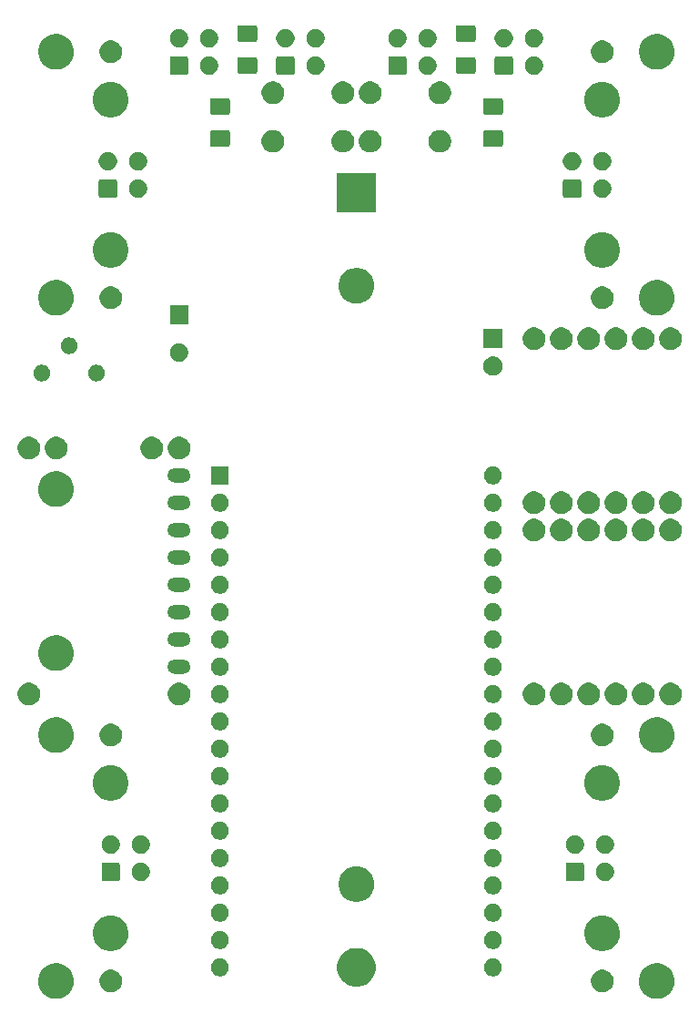
<source format=gbr>
G04 #@! TF.GenerationSoftware,KiCad,Pcbnew,(5.1.5)-3*
G04 #@! TF.CreationDate,2020-03-17T22:17:31+01:00*
G04 #@! TF.ProjectId,SmootherBoard,536d6f6f-7468-4657-9242-6f6172642e6b,rev?*
G04 #@! TF.SameCoordinates,Original*
G04 #@! TF.FileFunction,Soldermask,Top*
G04 #@! TF.FilePolarity,Negative*
%FSLAX46Y46*%
G04 Gerber Fmt 4.6, Leading zero omitted, Abs format (unit mm)*
G04 Created by KiCad (PCBNEW (5.1.5)-3) date 2020-03-17 22:17:31*
%MOMM*%
%LPD*%
G04 APERTURE LIST*
%ADD10C,0.150000*%
G04 APERTURE END LIST*
D10*
G36*
X230245256Y-145711298D02*
G01*
X230351579Y-145732447D01*
X230652042Y-145856903D01*
X230922451Y-146037585D01*
X231152415Y-146267549D01*
X231270065Y-146443624D01*
X231333098Y-146537960D01*
X231348578Y-146575332D01*
X231450820Y-146822165D01*
X231457553Y-146838422D01*
X231521000Y-147157389D01*
X231521000Y-147482611D01*
X231488495Y-147646025D01*
X231457553Y-147801579D01*
X231333097Y-148102042D01*
X231152415Y-148372451D01*
X230922451Y-148602415D01*
X230652042Y-148783097D01*
X230351579Y-148907553D01*
X230245256Y-148928702D01*
X230032611Y-148971000D01*
X229707389Y-148971000D01*
X229494744Y-148928702D01*
X229388421Y-148907553D01*
X229087958Y-148783097D01*
X228817549Y-148602415D01*
X228587585Y-148372451D01*
X228406903Y-148102042D01*
X228282447Y-147801579D01*
X228251505Y-147646025D01*
X228219000Y-147482611D01*
X228219000Y-147157389D01*
X228282447Y-146838422D01*
X228289181Y-146822165D01*
X228391422Y-146575332D01*
X228406902Y-146537960D01*
X228469935Y-146443624D01*
X228587585Y-146267549D01*
X228817549Y-146037585D01*
X229087958Y-145856903D01*
X229388421Y-145732447D01*
X229494744Y-145711298D01*
X229707389Y-145669000D01*
X230032611Y-145669000D01*
X230245256Y-145711298D01*
G37*
G36*
X174365256Y-145711298D02*
G01*
X174471579Y-145732447D01*
X174772042Y-145856903D01*
X175042451Y-146037585D01*
X175272415Y-146267549D01*
X175390065Y-146443624D01*
X175453098Y-146537960D01*
X175468578Y-146575332D01*
X175570820Y-146822165D01*
X175577553Y-146838422D01*
X175641000Y-147157389D01*
X175641000Y-147482611D01*
X175608495Y-147646025D01*
X175577553Y-147801579D01*
X175453097Y-148102042D01*
X175272415Y-148372451D01*
X175042451Y-148602415D01*
X174772042Y-148783097D01*
X174471579Y-148907553D01*
X174365256Y-148928702D01*
X174152611Y-148971000D01*
X173827389Y-148971000D01*
X173614744Y-148928702D01*
X173508421Y-148907553D01*
X173207958Y-148783097D01*
X172937549Y-148602415D01*
X172707585Y-148372451D01*
X172526903Y-148102042D01*
X172402447Y-147801579D01*
X172371505Y-147646025D01*
X172339000Y-147482611D01*
X172339000Y-147157389D01*
X172402447Y-146838422D01*
X172409181Y-146822165D01*
X172511422Y-146575332D01*
X172526902Y-146537960D01*
X172589935Y-146443624D01*
X172707585Y-146267549D01*
X172937549Y-146037585D01*
X173207958Y-145856903D01*
X173508421Y-145732447D01*
X173614744Y-145711298D01*
X173827389Y-145669000D01*
X174152611Y-145669000D01*
X174365256Y-145711298D01*
G37*
G36*
X179376564Y-146309389D02*
G01*
X179567833Y-146388615D01*
X179567835Y-146388616D01*
X179739973Y-146503635D01*
X179886365Y-146650027D01*
X179977503Y-146786424D01*
X180001385Y-146822167D01*
X180080611Y-147013436D01*
X180121000Y-147216484D01*
X180121000Y-147423516D01*
X180080611Y-147626564D01*
X180001385Y-147817833D01*
X180001384Y-147817835D01*
X179886365Y-147989973D01*
X179739973Y-148136365D01*
X179567835Y-148251384D01*
X179567834Y-148251385D01*
X179567833Y-148251385D01*
X179376564Y-148330611D01*
X179173516Y-148371000D01*
X178966484Y-148371000D01*
X178763436Y-148330611D01*
X178572167Y-148251385D01*
X178572166Y-148251385D01*
X178572165Y-148251384D01*
X178400027Y-148136365D01*
X178253635Y-147989973D01*
X178138616Y-147817835D01*
X178138615Y-147817833D01*
X178059389Y-147626564D01*
X178019000Y-147423516D01*
X178019000Y-147216484D01*
X178059389Y-147013436D01*
X178138615Y-146822167D01*
X178162498Y-146786424D01*
X178253635Y-146650027D01*
X178400027Y-146503635D01*
X178572165Y-146388616D01*
X178572167Y-146388615D01*
X178763436Y-146309389D01*
X178966484Y-146269000D01*
X179173516Y-146269000D01*
X179376564Y-146309389D01*
G37*
G36*
X225096564Y-146309389D02*
G01*
X225287833Y-146388615D01*
X225287835Y-146388616D01*
X225459973Y-146503635D01*
X225606365Y-146650027D01*
X225697503Y-146786424D01*
X225721385Y-146822167D01*
X225800611Y-147013436D01*
X225841000Y-147216484D01*
X225841000Y-147423516D01*
X225800611Y-147626564D01*
X225721385Y-147817833D01*
X225721384Y-147817835D01*
X225606365Y-147989973D01*
X225459973Y-148136365D01*
X225287835Y-148251384D01*
X225287834Y-148251385D01*
X225287833Y-148251385D01*
X225096564Y-148330611D01*
X224893516Y-148371000D01*
X224686484Y-148371000D01*
X224483436Y-148330611D01*
X224292167Y-148251385D01*
X224292166Y-148251385D01*
X224292165Y-148251384D01*
X224120027Y-148136365D01*
X223973635Y-147989973D01*
X223858616Y-147817835D01*
X223858615Y-147817833D01*
X223779389Y-147626564D01*
X223739000Y-147423516D01*
X223739000Y-147216484D01*
X223779389Y-147013436D01*
X223858615Y-146822167D01*
X223882498Y-146786424D01*
X223973635Y-146650027D01*
X224120027Y-146503635D01*
X224292165Y-146388616D01*
X224292167Y-146388615D01*
X224483436Y-146309389D01*
X224686484Y-146269000D01*
X224893516Y-146269000D01*
X225096564Y-146309389D01*
G37*
G36*
X202455331Y-144318211D02*
G01*
X202783092Y-144453974D01*
X203078070Y-144651072D01*
X203328928Y-144901930D01*
X203526026Y-145196908D01*
X203661789Y-145524669D01*
X203731000Y-145872616D01*
X203731000Y-146227384D01*
X203661789Y-146575331D01*
X203526026Y-146903092D01*
X203328928Y-147198070D01*
X203078070Y-147448928D01*
X202783092Y-147646026D01*
X202455331Y-147781789D01*
X202107384Y-147851000D01*
X201752616Y-147851000D01*
X201404669Y-147781789D01*
X201076908Y-147646026D01*
X200781930Y-147448928D01*
X200531072Y-147198070D01*
X200333974Y-146903092D01*
X200198211Y-146575331D01*
X200129000Y-146227384D01*
X200129000Y-145872616D01*
X200198211Y-145524669D01*
X200333974Y-145196908D01*
X200531072Y-144901930D01*
X200781930Y-144651072D01*
X201076908Y-144453974D01*
X201404669Y-144318211D01*
X201752616Y-144249000D01*
X202107384Y-144249000D01*
X202455331Y-144318211D01*
G37*
G36*
X189472394Y-145250934D02*
G01*
X189623624Y-145313576D01*
X189623626Y-145313577D01*
X189759732Y-145404520D01*
X189875480Y-145520268D01*
X189966423Y-145656374D01*
X189966424Y-145656376D01*
X190029066Y-145807606D01*
X190061000Y-145968152D01*
X190061000Y-146131848D01*
X190029066Y-146292394D01*
X189989209Y-146388616D01*
X189966423Y-146443626D01*
X189875480Y-146579732D01*
X189759732Y-146695480D01*
X189623626Y-146786423D01*
X189623625Y-146786424D01*
X189623624Y-146786424D01*
X189472394Y-146849066D01*
X189311848Y-146881000D01*
X189148152Y-146881000D01*
X188987606Y-146849066D01*
X188836376Y-146786424D01*
X188836375Y-146786424D01*
X188836374Y-146786423D01*
X188700268Y-146695480D01*
X188584520Y-146579732D01*
X188493577Y-146443626D01*
X188470791Y-146388616D01*
X188430934Y-146292394D01*
X188399000Y-146131848D01*
X188399000Y-145968152D01*
X188430934Y-145807606D01*
X188493576Y-145656376D01*
X188493577Y-145656374D01*
X188584520Y-145520268D01*
X188700268Y-145404520D01*
X188836374Y-145313577D01*
X188836376Y-145313576D01*
X188987606Y-145250934D01*
X189148152Y-145219000D01*
X189311848Y-145219000D01*
X189472394Y-145250934D01*
G37*
G36*
X214872394Y-145250934D02*
G01*
X215023624Y-145313576D01*
X215023626Y-145313577D01*
X215159732Y-145404520D01*
X215275480Y-145520268D01*
X215366423Y-145656374D01*
X215366424Y-145656376D01*
X215429066Y-145807606D01*
X215461000Y-145968152D01*
X215461000Y-146131848D01*
X215429066Y-146292394D01*
X215389209Y-146388616D01*
X215366423Y-146443626D01*
X215275480Y-146579732D01*
X215159732Y-146695480D01*
X215023626Y-146786423D01*
X215023625Y-146786424D01*
X215023624Y-146786424D01*
X214872394Y-146849066D01*
X214711848Y-146881000D01*
X214548152Y-146881000D01*
X214387606Y-146849066D01*
X214236376Y-146786424D01*
X214236375Y-146786424D01*
X214236374Y-146786423D01*
X214100268Y-146695480D01*
X213984520Y-146579732D01*
X213893577Y-146443626D01*
X213870791Y-146388616D01*
X213830934Y-146292394D01*
X213799000Y-146131848D01*
X213799000Y-145968152D01*
X213830934Y-145807606D01*
X213893576Y-145656376D01*
X213893577Y-145656374D01*
X213984520Y-145520268D01*
X214100268Y-145404520D01*
X214236374Y-145313577D01*
X214236376Y-145313576D01*
X214387606Y-145250934D01*
X214548152Y-145219000D01*
X214711848Y-145219000D01*
X214872394Y-145250934D01*
G37*
G36*
X225165256Y-141266298D02*
G01*
X225271579Y-141287447D01*
X225572042Y-141411903D01*
X225842451Y-141592585D01*
X226072415Y-141822549D01*
X226072416Y-141822551D01*
X226253098Y-142092960D01*
X226377553Y-142393422D01*
X226441000Y-142712389D01*
X226441000Y-143037611D01*
X226398702Y-143250256D01*
X226377553Y-143356579D01*
X226253097Y-143657042D01*
X226072415Y-143927451D01*
X225842451Y-144157415D01*
X225572042Y-144338097D01*
X225271579Y-144462553D01*
X225165256Y-144483702D01*
X224952611Y-144526000D01*
X224627389Y-144526000D01*
X224414744Y-144483702D01*
X224308421Y-144462553D01*
X224007958Y-144338097D01*
X223737549Y-144157415D01*
X223507585Y-143927451D01*
X223326903Y-143657042D01*
X223202447Y-143356579D01*
X223181298Y-143250256D01*
X223139000Y-143037611D01*
X223139000Y-142712389D01*
X223202447Y-142393422D01*
X223326902Y-142092960D01*
X223507584Y-141822551D01*
X223507585Y-141822549D01*
X223737549Y-141592585D01*
X224007958Y-141411903D01*
X224308421Y-141287447D01*
X224414744Y-141266298D01*
X224627389Y-141224000D01*
X224952611Y-141224000D01*
X225165256Y-141266298D01*
G37*
G36*
X179445256Y-141266298D02*
G01*
X179551579Y-141287447D01*
X179852042Y-141411903D01*
X180122451Y-141592585D01*
X180352415Y-141822549D01*
X180352416Y-141822551D01*
X180533098Y-142092960D01*
X180657553Y-142393422D01*
X180721000Y-142712389D01*
X180721000Y-143037611D01*
X180678702Y-143250256D01*
X180657553Y-143356579D01*
X180533097Y-143657042D01*
X180352415Y-143927451D01*
X180122451Y-144157415D01*
X179852042Y-144338097D01*
X179551579Y-144462553D01*
X179445256Y-144483702D01*
X179232611Y-144526000D01*
X178907389Y-144526000D01*
X178694744Y-144483702D01*
X178588421Y-144462553D01*
X178287958Y-144338097D01*
X178017549Y-144157415D01*
X177787585Y-143927451D01*
X177606903Y-143657042D01*
X177482447Y-143356579D01*
X177461298Y-143250256D01*
X177419000Y-143037611D01*
X177419000Y-142712389D01*
X177482447Y-142393422D01*
X177606902Y-142092960D01*
X177787584Y-141822551D01*
X177787585Y-141822549D01*
X178017549Y-141592585D01*
X178287958Y-141411903D01*
X178588421Y-141287447D01*
X178694744Y-141266298D01*
X178907389Y-141224000D01*
X179232611Y-141224000D01*
X179445256Y-141266298D01*
G37*
G36*
X189472394Y-142710934D02*
G01*
X189623624Y-142773576D01*
X189623626Y-142773577D01*
X189759732Y-142864520D01*
X189875480Y-142980268D01*
X189913795Y-143037611D01*
X189966424Y-143116376D01*
X190029066Y-143267606D01*
X190061000Y-143428152D01*
X190061000Y-143591848D01*
X190029066Y-143752394D01*
X189966424Y-143903624D01*
X189966423Y-143903626D01*
X189875480Y-144039732D01*
X189759732Y-144155480D01*
X189623626Y-144246423D01*
X189623625Y-144246424D01*
X189623624Y-144246424D01*
X189472394Y-144309066D01*
X189311848Y-144341000D01*
X189148152Y-144341000D01*
X188987606Y-144309066D01*
X188836376Y-144246424D01*
X188836375Y-144246424D01*
X188836374Y-144246423D01*
X188700268Y-144155480D01*
X188584520Y-144039732D01*
X188493577Y-143903626D01*
X188493576Y-143903624D01*
X188430934Y-143752394D01*
X188399000Y-143591848D01*
X188399000Y-143428152D01*
X188430934Y-143267606D01*
X188493576Y-143116376D01*
X188546205Y-143037611D01*
X188584520Y-142980268D01*
X188700268Y-142864520D01*
X188836374Y-142773577D01*
X188836376Y-142773576D01*
X188987606Y-142710934D01*
X189148152Y-142679000D01*
X189311848Y-142679000D01*
X189472394Y-142710934D01*
G37*
G36*
X214872394Y-142710934D02*
G01*
X215023624Y-142773576D01*
X215023626Y-142773577D01*
X215159732Y-142864520D01*
X215275480Y-142980268D01*
X215313795Y-143037611D01*
X215366424Y-143116376D01*
X215429066Y-143267606D01*
X215461000Y-143428152D01*
X215461000Y-143591848D01*
X215429066Y-143752394D01*
X215366424Y-143903624D01*
X215366423Y-143903626D01*
X215275480Y-144039732D01*
X215159732Y-144155480D01*
X215023626Y-144246423D01*
X215023625Y-144246424D01*
X215023624Y-144246424D01*
X214872394Y-144309066D01*
X214711848Y-144341000D01*
X214548152Y-144341000D01*
X214387606Y-144309066D01*
X214236376Y-144246424D01*
X214236375Y-144246424D01*
X214236374Y-144246423D01*
X214100268Y-144155480D01*
X213984520Y-144039732D01*
X213893577Y-143903626D01*
X213893576Y-143903624D01*
X213830934Y-143752394D01*
X213799000Y-143591848D01*
X213799000Y-143428152D01*
X213830934Y-143267606D01*
X213893576Y-143116376D01*
X213946205Y-143037611D01*
X213984520Y-142980268D01*
X214100268Y-142864520D01*
X214236374Y-142773577D01*
X214236376Y-142773576D01*
X214387606Y-142710934D01*
X214548152Y-142679000D01*
X214711848Y-142679000D01*
X214872394Y-142710934D01*
G37*
G36*
X214872394Y-140170934D02*
G01*
X215023624Y-140233576D01*
X215023626Y-140233577D01*
X215159732Y-140324520D01*
X215275480Y-140440268D01*
X215366423Y-140576374D01*
X215366424Y-140576376D01*
X215429066Y-140727606D01*
X215461000Y-140888152D01*
X215461000Y-141051848D01*
X215429066Y-141212394D01*
X215366424Y-141363624D01*
X215366423Y-141363626D01*
X215275480Y-141499732D01*
X215159732Y-141615480D01*
X215023626Y-141706423D01*
X215023625Y-141706424D01*
X215023624Y-141706424D01*
X214872394Y-141769066D01*
X214711848Y-141801000D01*
X214548152Y-141801000D01*
X214387606Y-141769066D01*
X214236376Y-141706424D01*
X214236375Y-141706424D01*
X214236374Y-141706423D01*
X214100268Y-141615480D01*
X213984520Y-141499732D01*
X213893577Y-141363626D01*
X213893576Y-141363624D01*
X213830934Y-141212394D01*
X213799000Y-141051848D01*
X213799000Y-140888152D01*
X213830934Y-140727606D01*
X213893576Y-140576376D01*
X213893577Y-140576374D01*
X213984520Y-140440268D01*
X214100268Y-140324520D01*
X214236374Y-140233577D01*
X214236376Y-140233576D01*
X214387606Y-140170934D01*
X214548152Y-140139000D01*
X214711848Y-140139000D01*
X214872394Y-140170934D01*
G37*
G36*
X189472394Y-140170934D02*
G01*
X189623624Y-140233576D01*
X189623626Y-140233577D01*
X189759732Y-140324520D01*
X189875480Y-140440268D01*
X189966423Y-140576374D01*
X189966424Y-140576376D01*
X190029066Y-140727606D01*
X190061000Y-140888152D01*
X190061000Y-141051848D01*
X190029066Y-141212394D01*
X189966424Y-141363624D01*
X189966423Y-141363626D01*
X189875480Y-141499732D01*
X189759732Y-141615480D01*
X189623626Y-141706423D01*
X189623625Y-141706424D01*
X189623624Y-141706424D01*
X189472394Y-141769066D01*
X189311848Y-141801000D01*
X189148152Y-141801000D01*
X188987606Y-141769066D01*
X188836376Y-141706424D01*
X188836375Y-141706424D01*
X188836374Y-141706423D01*
X188700268Y-141615480D01*
X188584520Y-141499732D01*
X188493577Y-141363626D01*
X188493576Y-141363624D01*
X188430934Y-141212394D01*
X188399000Y-141051848D01*
X188399000Y-140888152D01*
X188430934Y-140727606D01*
X188493576Y-140576376D01*
X188493577Y-140576374D01*
X188584520Y-140440268D01*
X188700268Y-140324520D01*
X188836374Y-140233577D01*
X188836376Y-140233576D01*
X188987606Y-140170934D01*
X189148152Y-140139000D01*
X189311848Y-140139000D01*
X189472394Y-140170934D01*
G37*
G36*
X202268893Y-136689065D02*
G01*
X202411579Y-136717447D01*
X202712042Y-136841903D01*
X202982451Y-137022585D01*
X203212415Y-137252549D01*
X203393097Y-137522958D01*
X203517553Y-137823421D01*
X203535600Y-137914148D01*
X203581000Y-138142389D01*
X203581000Y-138467611D01*
X203540266Y-138672394D01*
X203517553Y-138786579D01*
X203393097Y-139087042D01*
X203212415Y-139357451D01*
X202982451Y-139587415D01*
X202712042Y-139768097D01*
X202411579Y-139892553D01*
X202305256Y-139913702D01*
X202092611Y-139956000D01*
X201767389Y-139956000D01*
X201554744Y-139913702D01*
X201448421Y-139892553D01*
X201147958Y-139768097D01*
X200877549Y-139587415D01*
X200647585Y-139357451D01*
X200466903Y-139087042D01*
X200342447Y-138786579D01*
X200319734Y-138672394D01*
X200279000Y-138467611D01*
X200279000Y-138142389D01*
X200324400Y-137914148D01*
X200342447Y-137823421D01*
X200466903Y-137522958D01*
X200647585Y-137252549D01*
X200877549Y-137022585D01*
X201147958Y-136841903D01*
X201448421Y-136717447D01*
X201591107Y-136689065D01*
X201767389Y-136654000D01*
X202092611Y-136654000D01*
X202268893Y-136689065D01*
G37*
G36*
X189472394Y-137630934D02*
G01*
X189623624Y-137693576D01*
X189623626Y-137693577D01*
X189759732Y-137784520D01*
X189875480Y-137900268D01*
X189966423Y-138036374D01*
X189966424Y-138036376D01*
X190029066Y-138187606D01*
X190061000Y-138348152D01*
X190061000Y-138511848D01*
X190029066Y-138672394D01*
X189966424Y-138823624D01*
X189966423Y-138823626D01*
X189875480Y-138959732D01*
X189759732Y-139075480D01*
X189623626Y-139166423D01*
X189623625Y-139166424D01*
X189623624Y-139166424D01*
X189472394Y-139229066D01*
X189311848Y-139261000D01*
X189148152Y-139261000D01*
X188987606Y-139229066D01*
X188836376Y-139166424D01*
X188836375Y-139166424D01*
X188836374Y-139166423D01*
X188700268Y-139075480D01*
X188584520Y-138959732D01*
X188493577Y-138823626D01*
X188493576Y-138823624D01*
X188430934Y-138672394D01*
X188399000Y-138511848D01*
X188399000Y-138348152D01*
X188430934Y-138187606D01*
X188493576Y-138036376D01*
X188493577Y-138036374D01*
X188584520Y-137900268D01*
X188700268Y-137784520D01*
X188836374Y-137693577D01*
X188836376Y-137693576D01*
X188987606Y-137630934D01*
X189148152Y-137599000D01*
X189311848Y-137599000D01*
X189472394Y-137630934D01*
G37*
G36*
X214872394Y-137630934D02*
G01*
X215023624Y-137693576D01*
X215023626Y-137693577D01*
X215159732Y-137784520D01*
X215275480Y-137900268D01*
X215366423Y-138036374D01*
X215366424Y-138036376D01*
X215429066Y-138187606D01*
X215461000Y-138348152D01*
X215461000Y-138511848D01*
X215429066Y-138672394D01*
X215366424Y-138823624D01*
X215366423Y-138823626D01*
X215275480Y-138959732D01*
X215159732Y-139075480D01*
X215023626Y-139166423D01*
X215023625Y-139166424D01*
X215023624Y-139166424D01*
X214872394Y-139229066D01*
X214711848Y-139261000D01*
X214548152Y-139261000D01*
X214387606Y-139229066D01*
X214236376Y-139166424D01*
X214236375Y-139166424D01*
X214236374Y-139166423D01*
X214100268Y-139075480D01*
X213984520Y-138959732D01*
X213893577Y-138823626D01*
X213893576Y-138823624D01*
X213830934Y-138672394D01*
X213799000Y-138511848D01*
X213799000Y-138348152D01*
X213830934Y-138187606D01*
X213893576Y-138036376D01*
X213893577Y-138036374D01*
X213984520Y-137900268D01*
X214100268Y-137784520D01*
X214236374Y-137693577D01*
X214236376Y-137693576D01*
X214387606Y-137630934D01*
X214548152Y-137599000D01*
X214711848Y-137599000D01*
X214872394Y-137630934D01*
G37*
G36*
X179776392Y-136313042D02*
G01*
X179809951Y-136323223D01*
X179840884Y-136339757D01*
X179867995Y-136362005D01*
X179890243Y-136389116D01*
X179906777Y-136420049D01*
X179916958Y-136453608D01*
X179921000Y-136494652D01*
X179921000Y-137825348D01*
X179916958Y-137866392D01*
X179906777Y-137899951D01*
X179890243Y-137930884D01*
X179867995Y-137957995D01*
X179840884Y-137980243D01*
X179809951Y-137996777D01*
X179776392Y-138006958D01*
X179735348Y-138011000D01*
X178404652Y-138011000D01*
X178363608Y-138006958D01*
X178330049Y-137996777D01*
X178299116Y-137980243D01*
X178272005Y-137957995D01*
X178249757Y-137930884D01*
X178233223Y-137899951D01*
X178223042Y-137866392D01*
X178219000Y-137825348D01*
X178219000Y-136494652D01*
X178223042Y-136453608D01*
X178233223Y-136420049D01*
X178249757Y-136389116D01*
X178272005Y-136362005D01*
X178299116Y-136339757D01*
X178330049Y-136323223D01*
X178363608Y-136313042D01*
X178404652Y-136309000D01*
X179735348Y-136309000D01*
X179776392Y-136313042D01*
G37*
G36*
X222956392Y-136313042D02*
G01*
X222989951Y-136323223D01*
X223020884Y-136339757D01*
X223047995Y-136362005D01*
X223070243Y-136389116D01*
X223086777Y-136420049D01*
X223096958Y-136453608D01*
X223101000Y-136494652D01*
X223101000Y-137825348D01*
X223096958Y-137866392D01*
X223086777Y-137899951D01*
X223070243Y-137930884D01*
X223047995Y-137957995D01*
X223020884Y-137980243D01*
X222989951Y-137996777D01*
X222956392Y-138006958D01*
X222915348Y-138011000D01*
X221584652Y-138011000D01*
X221543608Y-138006958D01*
X221510049Y-137996777D01*
X221479116Y-137980243D01*
X221452005Y-137957995D01*
X221429757Y-137930884D01*
X221413223Y-137899951D01*
X221403042Y-137866392D01*
X221399000Y-137825348D01*
X221399000Y-136494652D01*
X221403042Y-136453608D01*
X221413223Y-136420049D01*
X221429757Y-136389116D01*
X221452005Y-136362005D01*
X221479116Y-136339757D01*
X221510049Y-136323223D01*
X221543608Y-136313042D01*
X221584652Y-136309000D01*
X222915348Y-136309000D01*
X222956392Y-136313042D01*
G37*
G36*
X225298228Y-136341703D02*
G01*
X225453100Y-136405853D01*
X225592481Y-136498985D01*
X225711015Y-136617519D01*
X225804147Y-136756900D01*
X225868297Y-136911772D01*
X225901000Y-137076184D01*
X225901000Y-137243816D01*
X225868297Y-137408228D01*
X225804147Y-137563100D01*
X225711015Y-137702481D01*
X225592481Y-137821015D01*
X225453100Y-137914147D01*
X225298228Y-137978297D01*
X225133816Y-138011000D01*
X224966184Y-138011000D01*
X224801772Y-137978297D01*
X224646900Y-137914147D01*
X224507519Y-137821015D01*
X224388985Y-137702481D01*
X224295853Y-137563100D01*
X224231703Y-137408228D01*
X224199000Y-137243816D01*
X224199000Y-137076184D01*
X224231703Y-136911772D01*
X224295853Y-136756900D01*
X224388985Y-136617519D01*
X224507519Y-136498985D01*
X224646900Y-136405853D01*
X224801772Y-136341703D01*
X224966184Y-136309000D01*
X225133816Y-136309000D01*
X225298228Y-136341703D01*
G37*
G36*
X182118228Y-136341703D02*
G01*
X182273100Y-136405853D01*
X182412481Y-136498985D01*
X182531015Y-136617519D01*
X182624147Y-136756900D01*
X182688297Y-136911772D01*
X182721000Y-137076184D01*
X182721000Y-137243816D01*
X182688297Y-137408228D01*
X182624147Y-137563100D01*
X182531015Y-137702481D01*
X182412481Y-137821015D01*
X182273100Y-137914147D01*
X182118228Y-137978297D01*
X181953816Y-138011000D01*
X181786184Y-138011000D01*
X181621772Y-137978297D01*
X181466900Y-137914147D01*
X181327519Y-137821015D01*
X181208985Y-137702481D01*
X181115853Y-137563100D01*
X181051703Y-137408228D01*
X181019000Y-137243816D01*
X181019000Y-137076184D01*
X181051703Y-136911772D01*
X181115853Y-136756900D01*
X181208985Y-136617519D01*
X181327519Y-136498985D01*
X181466900Y-136405853D01*
X181621772Y-136341703D01*
X181786184Y-136309000D01*
X181953816Y-136309000D01*
X182118228Y-136341703D01*
G37*
G36*
X214872394Y-135090934D02*
G01*
X215023624Y-135153576D01*
X215023626Y-135153577D01*
X215159732Y-135244520D01*
X215275480Y-135360268D01*
X215366423Y-135496374D01*
X215366424Y-135496376D01*
X215429066Y-135647606D01*
X215461000Y-135808152D01*
X215461000Y-135971848D01*
X215429066Y-136132394D01*
X215366424Y-136283624D01*
X215366423Y-136283626D01*
X215275480Y-136419732D01*
X215159732Y-136535480D01*
X215023626Y-136626423D01*
X215023625Y-136626424D01*
X215023624Y-136626424D01*
X214872394Y-136689066D01*
X214711848Y-136721000D01*
X214548152Y-136721000D01*
X214387606Y-136689066D01*
X214236376Y-136626424D01*
X214236375Y-136626424D01*
X214236374Y-136626423D01*
X214100268Y-136535480D01*
X213984520Y-136419732D01*
X213893577Y-136283626D01*
X213893576Y-136283624D01*
X213830934Y-136132394D01*
X213799000Y-135971848D01*
X213799000Y-135808152D01*
X213830934Y-135647606D01*
X213893576Y-135496376D01*
X213893577Y-135496374D01*
X213984520Y-135360268D01*
X214100268Y-135244520D01*
X214236374Y-135153577D01*
X214236376Y-135153576D01*
X214387606Y-135090934D01*
X214548152Y-135059000D01*
X214711848Y-135059000D01*
X214872394Y-135090934D01*
G37*
G36*
X189472394Y-135090934D02*
G01*
X189623624Y-135153576D01*
X189623626Y-135153577D01*
X189759732Y-135244520D01*
X189875480Y-135360268D01*
X189966423Y-135496374D01*
X189966424Y-135496376D01*
X190029066Y-135647606D01*
X190061000Y-135808152D01*
X190061000Y-135971848D01*
X190029066Y-136132394D01*
X189966424Y-136283624D01*
X189966423Y-136283626D01*
X189875480Y-136419732D01*
X189759732Y-136535480D01*
X189623626Y-136626423D01*
X189623625Y-136626424D01*
X189623624Y-136626424D01*
X189472394Y-136689066D01*
X189311848Y-136721000D01*
X189148152Y-136721000D01*
X188987606Y-136689066D01*
X188836376Y-136626424D01*
X188836375Y-136626424D01*
X188836374Y-136626423D01*
X188700268Y-136535480D01*
X188584520Y-136419732D01*
X188493577Y-136283626D01*
X188493576Y-136283624D01*
X188430934Y-136132394D01*
X188399000Y-135971848D01*
X188399000Y-135808152D01*
X188430934Y-135647606D01*
X188493576Y-135496376D01*
X188493577Y-135496374D01*
X188584520Y-135360268D01*
X188700268Y-135244520D01*
X188836374Y-135153577D01*
X188836376Y-135153576D01*
X188987606Y-135090934D01*
X189148152Y-135059000D01*
X189311848Y-135059000D01*
X189472394Y-135090934D01*
G37*
G36*
X179318228Y-133801703D02*
G01*
X179473100Y-133865853D01*
X179612481Y-133958985D01*
X179731015Y-134077519D01*
X179824147Y-134216900D01*
X179888297Y-134371772D01*
X179921000Y-134536184D01*
X179921000Y-134703816D01*
X179888297Y-134868228D01*
X179824147Y-135023100D01*
X179731015Y-135162481D01*
X179612481Y-135281015D01*
X179473100Y-135374147D01*
X179318228Y-135438297D01*
X179153816Y-135471000D01*
X178986184Y-135471000D01*
X178821772Y-135438297D01*
X178666900Y-135374147D01*
X178527519Y-135281015D01*
X178408985Y-135162481D01*
X178315853Y-135023100D01*
X178251703Y-134868228D01*
X178219000Y-134703816D01*
X178219000Y-134536184D01*
X178251703Y-134371772D01*
X178315853Y-134216900D01*
X178408985Y-134077519D01*
X178527519Y-133958985D01*
X178666900Y-133865853D01*
X178821772Y-133801703D01*
X178986184Y-133769000D01*
X179153816Y-133769000D01*
X179318228Y-133801703D01*
G37*
G36*
X225298228Y-133801703D02*
G01*
X225453100Y-133865853D01*
X225592481Y-133958985D01*
X225711015Y-134077519D01*
X225804147Y-134216900D01*
X225868297Y-134371772D01*
X225901000Y-134536184D01*
X225901000Y-134703816D01*
X225868297Y-134868228D01*
X225804147Y-135023100D01*
X225711015Y-135162481D01*
X225592481Y-135281015D01*
X225453100Y-135374147D01*
X225298228Y-135438297D01*
X225133816Y-135471000D01*
X224966184Y-135471000D01*
X224801772Y-135438297D01*
X224646900Y-135374147D01*
X224507519Y-135281015D01*
X224388985Y-135162481D01*
X224295853Y-135023100D01*
X224231703Y-134868228D01*
X224199000Y-134703816D01*
X224199000Y-134536184D01*
X224231703Y-134371772D01*
X224295853Y-134216900D01*
X224388985Y-134077519D01*
X224507519Y-133958985D01*
X224646900Y-133865853D01*
X224801772Y-133801703D01*
X224966184Y-133769000D01*
X225133816Y-133769000D01*
X225298228Y-133801703D01*
G37*
G36*
X182118228Y-133801703D02*
G01*
X182273100Y-133865853D01*
X182412481Y-133958985D01*
X182531015Y-134077519D01*
X182624147Y-134216900D01*
X182688297Y-134371772D01*
X182721000Y-134536184D01*
X182721000Y-134703816D01*
X182688297Y-134868228D01*
X182624147Y-135023100D01*
X182531015Y-135162481D01*
X182412481Y-135281015D01*
X182273100Y-135374147D01*
X182118228Y-135438297D01*
X181953816Y-135471000D01*
X181786184Y-135471000D01*
X181621772Y-135438297D01*
X181466900Y-135374147D01*
X181327519Y-135281015D01*
X181208985Y-135162481D01*
X181115853Y-135023100D01*
X181051703Y-134868228D01*
X181019000Y-134703816D01*
X181019000Y-134536184D01*
X181051703Y-134371772D01*
X181115853Y-134216900D01*
X181208985Y-134077519D01*
X181327519Y-133958985D01*
X181466900Y-133865853D01*
X181621772Y-133801703D01*
X181786184Y-133769000D01*
X181953816Y-133769000D01*
X182118228Y-133801703D01*
G37*
G36*
X222498228Y-133801703D02*
G01*
X222653100Y-133865853D01*
X222792481Y-133958985D01*
X222911015Y-134077519D01*
X223004147Y-134216900D01*
X223068297Y-134371772D01*
X223101000Y-134536184D01*
X223101000Y-134703816D01*
X223068297Y-134868228D01*
X223004147Y-135023100D01*
X222911015Y-135162481D01*
X222792481Y-135281015D01*
X222653100Y-135374147D01*
X222498228Y-135438297D01*
X222333816Y-135471000D01*
X222166184Y-135471000D01*
X222001772Y-135438297D01*
X221846900Y-135374147D01*
X221707519Y-135281015D01*
X221588985Y-135162481D01*
X221495853Y-135023100D01*
X221431703Y-134868228D01*
X221399000Y-134703816D01*
X221399000Y-134536184D01*
X221431703Y-134371772D01*
X221495853Y-134216900D01*
X221588985Y-134077519D01*
X221707519Y-133958985D01*
X221846900Y-133865853D01*
X222001772Y-133801703D01*
X222166184Y-133769000D01*
X222333816Y-133769000D01*
X222498228Y-133801703D01*
G37*
G36*
X189472394Y-132550934D02*
G01*
X189623624Y-132613576D01*
X189623626Y-132613577D01*
X189759732Y-132704520D01*
X189875480Y-132820268D01*
X189966423Y-132956374D01*
X189966424Y-132956376D01*
X190029066Y-133107606D01*
X190061000Y-133268152D01*
X190061000Y-133431848D01*
X190029066Y-133592394D01*
X189966424Y-133743624D01*
X189966423Y-133743626D01*
X189875480Y-133879732D01*
X189759732Y-133995480D01*
X189623626Y-134086423D01*
X189623625Y-134086424D01*
X189623624Y-134086424D01*
X189472394Y-134149066D01*
X189311848Y-134181000D01*
X189148152Y-134181000D01*
X188987606Y-134149066D01*
X188836376Y-134086424D01*
X188836375Y-134086424D01*
X188836374Y-134086423D01*
X188700268Y-133995480D01*
X188584520Y-133879732D01*
X188493577Y-133743626D01*
X188493576Y-133743624D01*
X188430934Y-133592394D01*
X188399000Y-133431848D01*
X188399000Y-133268152D01*
X188430934Y-133107606D01*
X188493576Y-132956376D01*
X188493577Y-132956374D01*
X188584520Y-132820268D01*
X188700268Y-132704520D01*
X188836374Y-132613577D01*
X188836376Y-132613576D01*
X188987606Y-132550934D01*
X189148152Y-132519000D01*
X189311848Y-132519000D01*
X189472394Y-132550934D01*
G37*
G36*
X214872394Y-132550934D02*
G01*
X215023624Y-132613576D01*
X215023626Y-132613577D01*
X215159732Y-132704520D01*
X215275480Y-132820268D01*
X215366423Y-132956374D01*
X215366424Y-132956376D01*
X215429066Y-133107606D01*
X215461000Y-133268152D01*
X215461000Y-133431848D01*
X215429066Y-133592394D01*
X215366424Y-133743624D01*
X215366423Y-133743626D01*
X215275480Y-133879732D01*
X215159732Y-133995480D01*
X215023626Y-134086423D01*
X215023625Y-134086424D01*
X215023624Y-134086424D01*
X214872394Y-134149066D01*
X214711848Y-134181000D01*
X214548152Y-134181000D01*
X214387606Y-134149066D01*
X214236376Y-134086424D01*
X214236375Y-134086424D01*
X214236374Y-134086423D01*
X214100268Y-133995480D01*
X213984520Y-133879732D01*
X213893577Y-133743626D01*
X213893576Y-133743624D01*
X213830934Y-133592394D01*
X213799000Y-133431848D01*
X213799000Y-133268152D01*
X213830934Y-133107606D01*
X213893576Y-132956376D01*
X213893577Y-132956374D01*
X213984520Y-132820268D01*
X214100268Y-132704520D01*
X214236374Y-132613577D01*
X214236376Y-132613576D01*
X214387606Y-132550934D01*
X214548152Y-132519000D01*
X214711848Y-132519000D01*
X214872394Y-132550934D01*
G37*
G36*
X189472394Y-130010934D02*
G01*
X189623624Y-130073576D01*
X189623626Y-130073577D01*
X189759732Y-130164520D01*
X189875480Y-130280268D01*
X189934165Y-130368097D01*
X189966424Y-130416376D01*
X190029066Y-130567606D01*
X190061000Y-130728152D01*
X190061000Y-130891848D01*
X190029066Y-131052394D01*
X189966424Y-131203624D01*
X189966423Y-131203626D01*
X189875480Y-131339732D01*
X189759732Y-131455480D01*
X189623626Y-131546423D01*
X189623625Y-131546424D01*
X189623624Y-131546424D01*
X189472394Y-131609066D01*
X189311848Y-131641000D01*
X189148152Y-131641000D01*
X188987606Y-131609066D01*
X188836376Y-131546424D01*
X188836375Y-131546424D01*
X188836374Y-131546423D01*
X188700268Y-131455480D01*
X188584520Y-131339732D01*
X188493577Y-131203626D01*
X188493576Y-131203624D01*
X188430934Y-131052394D01*
X188399000Y-130891848D01*
X188399000Y-130728152D01*
X188430934Y-130567606D01*
X188493576Y-130416376D01*
X188525835Y-130368097D01*
X188584520Y-130280268D01*
X188700268Y-130164520D01*
X188836374Y-130073577D01*
X188836376Y-130073576D01*
X188987606Y-130010934D01*
X189148152Y-129979000D01*
X189311848Y-129979000D01*
X189472394Y-130010934D01*
G37*
G36*
X214872394Y-130010934D02*
G01*
X215023624Y-130073576D01*
X215023626Y-130073577D01*
X215159732Y-130164520D01*
X215275480Y-130280268D01*
X215334165Y-130368097D01*
X215366424Y-130416376D01*
X215429066Y-130567606D01*
X215461000Y-130728152D01*
X215461000Y-130891848D01*
X215429066Y-131052394D01*
X215366424Y-131203624D01*
X215366423Y-131203626D01*
X215275480Y-131339732D01*
X215159732Y-131455480D01*
X215023626Y-131546423D01*
X215023625Y-131546424D01*
X215023624Y-131546424D01*
X214872394Y-131609066D01*
X214711848Y-131641000D01*
X214548152Y-131641000D01*
X214387606Y-131609066D01*
X214236376Y-131546424D01*
X214236375Y-131546424D01*
X214236374Y-131546423D01*
X214100268Y-131455480D01*
X213984520Y-131339732D01*
X213893577Y-131203626D01*
X213893576Y-131203624D01*
X213830934Y-131052394D01*
X213799000Y-130891848D01*
X213799000Y-130728152D01*
X213830934Y-130567606D01*
X213893576Y-130416376D01*
X213925835Y-130368097D01*
X213984520Y-130280268D01*
X214100268Y-130164520D01*
X214236374Y-130073577D01*
X214236376Y-130073576D01*
X214387606Y-130010934D01*
X214548152Y-129979000D01*
X214711848Y-129979000D01*
X214872394Y-130010934D01*
G37*
G36*
X225165256Y-127296298D02*
G01*
X225271579Y-127317447D01*
X225572042Y-127441903D01*
X225842451Y-127622585D01*
X226072415Y-127852549D01*
X226253097Y-128122958D01*
X226347906Y-128351846D01*
X226377553Y-128423422D01*
X226441000Y-128742389D01*
X226441000Y-129067611D01*
X226434358Y-129101000D01*
X226377553Y-129386579D01*
X226253097Y-129687042D01*
X226072415Y-129957451D01*
X225842451Y-130187415D01*
X225572042Y-130368097D01*
X225271579Y-130492553D01*
X225165256Y-130513702D01*
X224952611Y-130556000D01*
X224627389Y-130556000D01*
X224414744Y-130513702D01*
X224308421Y-130492553D01*
X224007958Y-130368097D01*
X223737549Y-130187415D01*
X223507585Y-129957451D01*
X223326903Y-129687042D01*
X223202447Y-129386579D01*
X223145642Y-129101000D01*
X223139000Y-129067611D01*
X223139000Y-128742389D01*
X223202447Y-128423422D01*
X223232095Y-128351846D01*
X223326903Y-128122958D01*
X223507585Y-127852549D01*
X223737549Y-127622585D01*
X224007958Y-127441903D01*
X224308421Y-127317447D01*
X224414744Y-127296298D01*
X224627389Y-127254000D01*
X224952611Y-127254000D01*
X225165256Y-127296298D01*
G37*
G36*
X179445256Y-127296298D02*
G01*
X179551579Y-127317447D01*
X179852042Y-127441903D01*
X180122451Y-127622585D01*
X180352415Y-127852549D01*
X180533097Y-128122958D01*
X180627906Y-128351846D01*
X180657553Y-128423422D01*
X180721000Y-128742389D01*
X180721000Y-129067611D01*
X180714358Y-129101000D01*
X180657553Y-129386579D01*
X180533097Y-129687042D01*
X180352415Y-129957451D01*
X180122451Y-130187415D01*
X179852042Y-130368097D01*
X179551579Y-130492553D01*
X179445256Y-130513702D01*
X179232611Y-130556000D01*
X178907389Y-130556000D01*
X178694744Y-130513702D01*
X178588421Y-130492553D01*
X178287958Y-130368097D01*
X178017549Y-130187415D01*
X177787585Y-129957451D01*
X177606903Y-129687042D01*
X177482447Y-129386579D01*
X177425642Y-129101000D01*
X177419000Y-129067611D01*
X177419000Y-128742389D01*
X177482447Y-128423422D01*
X177512095Y-128351846D01*
X177606903Y-128122958D01*
X177787585Y-127852549D01*
X178017549Y-127622585D01*
X178287958Y-127441903D01*
X178588421Y-127317447D01*
X178694744Y-127296298D01*
X178907389Y-127254000D01*
X179232611Y-127254000D01*
X179445256Y-127296298D01*
G37*
G36*
X214872394Y-127470934D02*
G01*
X215023624Y-127533576D01*
X215023626Y-127533577D01*
X215159732Y-127624520D01*
X215275480Y-127740268D01*
X215350505Y-127852551D01*
X215366424Y-127876376D01*
X215429066Y-128027606D01*
X215461000Y-128188152D01*
X215461000Y-128351848D01*
X215429066Y-128512394D01*
X215366424Y-128663624D01*
X215366423Y-128663626D01*
X215275480Y-128799732D01*
X215159732Y-128915480D01*
X215023626Y-129006423D01*
X215023625Y-129006424D01*
X215023624Y-129006424D01*
X214872394Y-129069066D01*
X214711848Y-129101000D01*
X214548152Y-129101000D01*
X214387606Y-129069066D01*
X214236376Y-129006424D01*
X214236375Y-129006424D01*
X214236374Y-129006423D01*
X214100268Y-128915480D01*
X213984520Y-128799732D01*
X213893577Y-128663626D01*
X213893576Y-128663624D01*
X213830934Y-128512394D01*
X213799000Y-128351848D01*
X213799000Y-128188152D01*
X213830934Y-128027606D01*
X213893576Y-127876376D01*
X213909495Y-127852551D01*
X213984520Y-127740268D01*
X214100268Y-127624520D01*
X214236374Y-127533577D01*
X214236376Y-127533576D01*
X214387606Y-127470934D01*
X214548152Y-127439000D01*
X214711848Y-127439000D01*
X214872394Y-127470934D01*
G37*
G36*
X189472394Y-127470934D02*
G01*
X189623624Y-127533576D01*
X189623626Y-127533577D01*
X189759732Y-127624520D01*
X189875480Y-127740268D01*
X189950505Y-127852551D01*
X189966424Y-127876376D01*
X190029066Y-128027606D01*
X190061000Y-128188152D01*
X190061000Y-128351848D01*
X190029066Y-128512394D01*
X189966424Y-128663624D01*
X189966423Y-128663626D01*
X189875480Y-128799732D01*
X189759732Y-128915480D01*
X189623626Y-129006423D01*
X189623625Y-129006424D01*
X189623624Y-129006424D01*
X189472394Y-129069066D01*
X189311848Y-129101000D01*
X189148152Y-129101000D01*
X188987606Y-129069066D01*
X188836376Y-129006424D01*
X188836375Y-129006424D01*
X188836374Y-129006423D01*
X188700268Y-128915480D01*
X188584520Y-128799732D01*
X188493577Y-128663626D01*
X188493576Y-128663624D01*
X188430934Y-128512394D01*
X188399000Y-128351848D01*
X188399000Y-128188152D01*
X188430934Y-128027606D01*
X188493576Y-127876376D01*
X188509495Y-127852551D01*
X188584520Y-127740268D01*
X188700268Y-127624520D01*
X188836374Y-127533577D01*
X188836376Y-127533576D01*
X188987606Y-127470934D01*
X189148152Y-127439000D01*
X189311848Y-127439000D01*
X189472394Y-127470934D01*
G37*
G36*
X214872394Y-124930934D02*
G01*
X215023624Y-124993576D01*
X215023626Y-124993577D01*
X215159732Y-125084520D01*
X215275480Y-125200268D01*
X215303391Y-125242040D01*
X215366424Y-125336376D01*
X215429066Y-125487606D01*
X215461000Y-125648152D01*
X215461000Y-125811848D01*
X215429066Y-125972394D01*
X215371653Y-126111000D01*
X215366423Y-126123626D01*
X215275480Y-126259732D01*
X215159732Y-126375480D01*
X215023626Y-126466423D01*
X215023625Y-126466424D01*
X215023624Y-126466424D01*
X214872394Y-126529066D01*
X214711848Y-126561000D01*
X214548152Y-126561000D01*
X214387606Y-126529066D01*
X214236376Y-126466424D01*
X214236375Y-126466424D01*
X214236374Y-126466423D01*
X214100268Y-126375480D01*
X213984520Y-126259732D01*
X213893577Y-126123626D01*
X213888347Y-126111000D01*
X213830934Y-125972394D01*
X213799000Y-125811848D01*
X213799000Y-125648152D01*
X213830934Y-125487606D01*
X213893576Y-125336376D01*
X213956609Y-125242040D01*
X213984520Y-125200268D01*
X214100268Y-125084520D01*
X214236374Y-124993577D01*
X214236376Y-124993576D01*
X214387606Y-124930934D01*
X214548152Y-124899000D01*
X214711848Y-124899000D01*
X214872394Y-124930934D01*
G37*
G36*
X189472394Y-124930934D02*
G01*
X189623624Y-124993576D01*
X189623626Y-124993577D01*
X189759732Y-125084520D01*
X189875480Y-125200268D01*
X189903391Y-125242040D01*
X189966424Y-125336376D01*
X190029066Y-125487606D01*
X190061000Y-125648152D01*
X190061000Y-125811848D01*
X190029066Y-125972394D01*
X189971653Y-126111000D01*
X189966423Y-126123626D01*
X189875480Y-126259732D01*
X189759732Y-126375480D01*
X189623626Y-126466423D01*
X189623625Y-126466424D01*
X189623624Y-126466424D01*
X189472394Y-126529066D01*
X189311848Y-126561000D01*
X189148152Y-126561000D01*
X188987606Y-126529066D01*
X188836376Y-126466424D01*
X188836375Y-126466424D01*
X188836374Y-126466423D01*
X188700268Y-126375480D01*
X188584520Y-126259732D01*
X188493577Y-126123626D01*
X188488347Y-126111000D01*
X188430934Y-125972394D01*
X188399000Y-125811848D01*
X188399000Y-125648152D01*
X188430934Y-125487606D01*
X188493576Y-125336376D01*
X188556609Y-125242040D01*
X188584520Y-125200268D01*
X188700268Y-125084520D01*
X188836374Y-124993577D01*
X188836376Y-124993576D01*
X188987606Y-124930934D01*
X189148152Y-124899000D01*
X189311848Y-124899000D01*
X189472394Y-124930934D01*
G37*
G36*
X230245256Y-122851298D02*
G01*
X230351579Y-122872447D01*
X230652042Y-122996903D01*
X230922451Y-123177585D01*
X231152415Y-123407549D01*
X231333097Y-123677958D01*
X231450820Y-123962165D01*
X231457553Y-123978422D01*
X231521000Y-124297389D01*
X231521000Y-124622611D01*
X231478702Y-124835256D01*
X231457553Y-124941579D01*
X231333097Y-125242042D01*
X231152415Y-125512451D01*
X230922451Y-125742415D01*
X230652042Y-125923097D01*
X230351579Y-126047553D01*
X230245256Y-126068702D01*
X230032611Y-126111000D01*
X229707389Y-126111000D01*
X229494744Y-126068702D01*
X229388421Y-126047553D01*
X229087958Y-125923097D01*
X228817549Y-125742415D01*
X228587585Y-125512451D01*
X228406903Y-125242042D01*
X228282447Y-124941579D01*
X228261298Y-124835256D01*
X228219000Y-124622611D01*
X228219000Y-124297389D01*
X228282447Y-123978422D01*
X228289181Y-123962165D01*
X228406903Y-123677958D01*
X228587585Y-123407549D01*
X228817549Y-123177585D01*
X229087958Y-122996903D01*
X229388421Y-122872447D01*
X229494744Y-122851298D01*
X229707389Y-122809000D01*
X230032611Y-122809000D01*
X230245256Y-122851298D01*
G37*
G36*
X174365256Y-122851298D02*
G01*
X174471579Y-122872447D01*
X174772042Y-122996903D01*
X175042451Y-123177585D01*
X175272415Y-123407549D01*
X175453097Y-123677958D01*
X175570820Y-123962165D01*
X175577553Y-123978422D01*
X175641000Y-124297389D01*
X175641000Y-124622611D01*
X175598702Y-124835256D01*
X175577553Y-124941579D01*
X175453097Y-125242042D01*
X175272415Y-125512451D01*
X175042451Y-125742415D01*
X174772042Y-125923097D01*
X174471579Y-126047553D01*
X174365256Y-126068702D01*
X174152611Y-126111000D01*
X173827389Y-126111000D01*
X173614744Y-126068702D01*
X173508421Y-126047553D01*
X173207958Y-125923097D01*
X172937549Y-125742415D01*
X172707585Y-125512451D01*
X172526903Y-125242042D01*
X172402447Y-124941579D01*
X172381298Y-124835256D01*
X172339000Y-124622611D01*
X172339000Y-124297389D01*
X172402447Y-123978422D01*
X172409181Y-123962165D01*
X172526903Y-123677958D01*
X172707585Y-123407549D01*
X172937549Y-123177585D01*
X173207958Y-122996903D01*
X173508421Y-122872447D01*
X173614744Y-122851298D01*
X173827389Y-122809000D01*
X174152611Y-122809000D01*
X174365256Y-122851298D01*
G37*
G36*
X225096564Y-123449389D02*
G01*
X225287833Y-123528615D01*
X225287835Y-123528616D01*
X225459973Y-123643635D01*
X225606365Y-123790027D01*
X225697503Y-123926424D01*
X225721385Y-123962167D01*
X225800611Y-124153436D01*
X225841000Y-124356484D01*
X225841000Y-124563516D01*
X225800611Y-124766564D01*
X225721385Y-124957833D01*
X225721384Y-124957835D01*
X225606365Y-125129973D01*
X225459973Y-125276365D01*
X225287835Y-125391384D01*
X225287834Y-125391385D01*
X225287833Y-125391385D01*
X225096564Y-125470611D01*
X224893516Y-125511000D01*
X224686484Y-125511000D01*
X224483436Y-125470611D01*
X224292167Y-125391385D01*
X224292166Y-125391385D01*
X224292165Y-125391384D01*
X224120027Y-125276365D01*
X223973635Y-125129973D01*
X223858616Y-124957835D01*
X223858615Y-124957833D01*
X223779389Y-124766564D01*
X223739000Y-124563516D01*
X223739000Y-124356484D01*
X223779389Y-124153436D01*
X223858615Y-123962167D01*
X223882498Y-123926424D01*
X223973635Y-123790027D01*
X224120027Y-123643635D01*
X224292165Y-123528616D01*
X224292167Y-123528615D01*
X224483436Y-123449389D01*
X224686484Y-123409000D01*
X224893516Y-123409000D01*
X225096564Y-123449389D01*
G37*
G36*
X179376564Y-123449389D02*
G01*
X179567833Y-123528615D01*
X179567835Y-123528616D01*
X179739973Y-123643635D01*
X179886365Y-123790027D01*
X179977503Y-123926424D01*
X180001385Y-123962167D01*
X180080611Y-124153436D01*
X180121000Y-124356484D01*
X180121000Y-124563516D01*
X180080611Y-124766564D01*
X180001385Y-124957833D01*
X180001384Y-124957835D01*
X179886365Y-125129973D01*
X179739973Y-125276365D01*
X179567835Y-125391384D01*
X179567834Y-125391385D01*
X179567833Y-125391385D01*
X179376564Y-125470611D01*
X179173516Y-125511000D01*
X178966484Y-125511000D01*
X178763436Y-125470611D01*
X178572167Y-125391385D01*
X178572166Y-125391385D01*
X178572165Y-125391384D01*
X178400027Y-125276365D01*
X178253635Y-125129973D01*
X178138616Y-124957835D01*
X178138615Y-124957833D01*
X178059389Y-124766564D01*
X178019000Y-124563516D01*
X178019000Y-124356484D01*
X178059389Y-124153436D01*
X178138615Y-123962167D01*
X178162498Y-123926424D01*
X178253635Y-123790027D01*
X178400027Y-123643635D01*
X178572165Y-123528616D01*
X178572167Y-123528615D01*
X178763436Y-123449389D01*
X178966484Y-123409000D01*
X179173516Y-123409000D01*
X179376564Y-123449389D01*
G37*
G36*
X189472394Y-122390934D02*
G01*
X189623624Y-122453576D01*
X189623626Y-122453577D01*
X189759732Y-122544520D01*
X189875480Y-122660268D01*
X189966423Y-122796374D01*
X189966424Y-122796376D01*
X190029066Y-122947606D01*
X190061000Y-123108152D01*
X190061000Y-123271848D01*
X190029066Y-123432394D01*
X189989209Y-123528616D01*
X189966423Y-123583626D01*
X189875480Y-123719732D01*
X189759732Y-123835480D01*
X189623626Y-123926423D01*
X189623625Y-123926424D01*
X189623624Y-123926424D01*
X189472394Y-123989066D01*
X189311848Y-124021000D01*
X189148152Y-124021000D01*
X188987606Y-123989066D01*
X188836376Y-123926424D01*
X188836375Y-123926424D01*
X188836374Y-123926423D01*
X188700268Y-123835480D01*
X188584520Y-123719732D01*
X188493577Y-123583626D01*
X188470791Y-123528616D01*
X188430934Y-123432394D01*
X188399000Y-123271848D01*
X188399000Y-123108152D01*
X188430934Y-122947606D01*
X188493576Y-122796376D01*
X188493577Y-122796374D01*
X188584520Y-122660268D01*
X188700268Y-122544520D01*
X188836374Y-122453577D01*
X188836376Y-122453576D01*
X188987606Y-122390934D01*
X189148152Y-122359000D01*
X189311848Y-122359000D01*
X189472394Y-122390934D01*
G37*
G36*
X214872394Y-122390934D02*
G01*
X215023624Y-122453576D01*
X215023626Y-122453577D01*
X215159732Y-122544520D01*
X215275480Y-122660268D01*
X215366423Y-122796374D01*
X215366424Y-122796376D01*
X215429066Y-122947606D01*
X215461000Y-123108152D01*
X215461000Y-123271848D01*
X215429066Y-123432394D01*
X215389209Y-123528616D01*
X215366423Y-123583626D01*
X215275480Y-123719732D01*
X215159732Y-123835480D01*
X215023626Y-123926423D01*
X215023625Y-123926424D01*
X215023624Y-123926424D01*
X214872394Y-123989066D01*
X214711848Y-124021000D01*
X214548152Y-124021000D01*
X214387606Y-123989066D01*
X214236376Y-123926424D01*
X214236375Y-123926424D01*
X214236374Y-123926423D01*
X214100268Y-123835480D01*
X213984520Y-123719732D01*
X213893577Y-123583626D01*
X213870791Y-123528616D01*
X213830934Y-123432394D01*
X213799000Y-123271848D01*
X213799000Y-123108152D01*
X213830934Y-122947606D01*
X213893576Y-122796376D01*
X213893577Y-122796374D01*
X213984520Y-122660268D01*
X214100268Y-122544520D01*
X214236374Y-122453577D01*
X214236376Y-122453576D01*
X214387606Y-122390934D01*
X214548152Y-122359000D01*
X214711848Y-122359000D01*
X214872394Y-122390934D01*
G37*
G36*
X185726564Y-119639389D02*
G01*
X185917833Y-119718615D01*
X185917835Y-119718616D01*
X186089973Y-119833635D01*
X186236365Y-119980027D01*
X186330072Y-120120269D01*
X186351385Y-120152167D01*
X186430611Y-120343436D01*
X186471000Y-120546484D01*
X186471000Y-120753516D01*
X186430611Y-120956564D01*
X186351385Y-121147833D01*
X186351384Y-121147835D01*
X186236365Y-121319973D01*
X186089973Y-121466365D01*
X185917835Y-121581384D01*
X185917834Y-121581385D01*
X185917833Y-121581385D01*
X185726564Y-121660611D01*
X185523516Y-121701000D01*
X185316484Y-121701000D01*
X185113436Y-121660611D01*
X184922167Y-121581385D01*
X184922166Y-121581385D01*
X184922165Y-121581384D01*
X184750027Y-121466365D01*
X184603635Y-121319973D01*
X184488616Y-121147835D01*
X184488615Y-121147833D01*
X184409389Y-120956564D01*
X184369000Y-120753516D01*
X184369000Y-120546484D01*
X184409389Y-120343436D01*
X184488615Y-120152167D01*
X184509929Y-120120269D01*
X184603635Y-119980027D01*
X184750027Y-119833635D01*
X184922165Y-119718616D01*
X184922167Y-119718615D01*
X185113436Y-119639389D01*
X185316484Y-119599000D01*
X185523516Y-119599000D01*
X185726564Y-119639389D01*
G37*
G36*
X231446564Y-119639389D02*
G01*
X231637833Y-119718615D01*
X231637835Y-119718616D01*
X231809973Y-119833635D01*
X231956365Y-119980027D01*
X232050072Y-120120269D01*
X232071385Y-120152167D01*
X232150611Y-120343436D01*
X232191000Y-120546484D01*
X232191000Y-120753516D01*
X232150611Y-120956564D01*
X232071385Y-121147833D01*
X232071384Y-121147835D01*
X231956365Y-121319973D01*
X231809973Y-121466365D01*
X231637835Y-121581384D01*
X231637834Y-121581385D01*
X231637833Y-121581385D01*
X231446564Y-121660611D01*
X231243516Y-121701000D01*
X231036484Y-121701000D01*
X230833436Y-121660611D01*
X230642167Y-121581385D01*
X230642166Y-121581385D01*
X230642165Y-121581384D01*
X230470027Y-121466365D01*
X230323635Y-121319973D01*
X230208616Y-121147835D01*
X230208615Y-121147833D01*
X230129389Y-120956564D01*
X230089000Y-120753516D01*
X230089000Y-120546484D01*
X230129389Y-120343436D01*
X230208615Y-120152167D01*
X230229929Y-120120269D01*
X230323635Y-119980027D01*
X230470027Y-119833635D01*
X230642165Y-119718616D01*
X230642167Y-119718615D01*
X230833436Y-119639389D01*
X231036484Y-119599000D01*
X231243516Y-119599000D01*
X231446564Y-119639389D01*
G37*
G36*
X228906564Y-119639389D02*
G01*
X229097833Y-119718615D01*
X229097835Y-119718616D01*
X229269973Y-119833635D01*
X229416365Y-119980027D01*
X229510072Y-120120269D01*
X229531385Y-120152167D01*
X229610611Y-120343436D01*
X229651000Y-120546484D01*
X229651000Y-120753516D01*
X229610611Y-120956564D01*
X229531385Y-121147833D01*
X229531384Y-121147835D01*
X229416365Y-121319973D01*
X229269973Y-121466365D01*
X229097835Y-121581384D01*
X229097834Y-121581385D01*
X229097833Y-121581385D01*
X228906564Y-121660611D01*
X228703516Y-121701000D01*
X228496484Y-121701000D01*
X228293436Y-121660611D01*
X228102167Y-121581385D01*
X228102166Y-121581385D01*
X228102165Y-121581384D01*
X227930027Y-121466365D01*
X227783635Y-121319973D01*
X227668616Y-121147835D01*
X227668615Y-121147833D01*
X227589389Y-120956564D01*
X227549000Y-120753516D01*
X227549000Y-120546484D01*
X227589389Y-120343436D01*
X227668615Y-120152167D01*
X227689929Y-120120269D01*
X227783635Y-119980027D01*
X227930027Y-119833635D01*
X228102165Y-119718616D01*
X228102167Y-119718615D01*
X228293436Y-119639389D01*
X228496484Y-119599000D01*
X228703516Y-119599000D01*
X228906564Y-119639389D01*
G37*
G36*
X226366564Y-119639389D02*
G01*
X226557833Y-119718615D01*
X226557835Y-119718616D01*
X226729973Y-119833635D01*
X226876365Y-119980027D01*
X226970072Y-120120269D01*
X226991385Y-120152167D01*
X227070611Y-120343436D01*
X227111000Y-120546484D01*
X227111000Y-120753516D01*
X227070611Y-120956564D01*
X226991385Y-121147833D01*
X226991384Y-121147835D01*
X226876365Y-121319973D01*
X226729973Y-121466365D01*
X226557835Y-121581384D01*
X226557834Y-121581385D01*
X226557833Y-121581385D01*
X226366564Y-121660611D01*
X226163516Y-121701000D01*
X225956484Y-121701000D01*
X225753436Y-121660611D01*
X225562167Y-121581385D01*
X225562166Y-121581385D01*
X225562165Y-121581384D01*
X225390027Y-121466365D01*
X225243635Y-121319973D01*
X225128616Y-121147835D01*
X225128615Y-121147833D01*
X225049389Y-120956564D01*
X225009000Y-120753516D01*
X225009000Y-120546484D01*
X225049389Y-120343436D01*
X225128615Y-120152167D01*
X225149929Y-120120269D01*
X225243635Y-119980027D01*
X225390027Y-119833635D01*
X225562165Y-119718616D01*
X225562167Y-119718615D01*
X225753436Y-119639389D01*
X225956484Y-119599000D01*
X226163516Y-119599000D01*
X226366564Y-119639389D01*
G37*
G36*
X223826564Y-119639389D02*
G01*
X224017833Y-119718615D01*
X224017835Y-119718616D01*
X224189973Y-119833635D01*
X224336365Y-119980027D01*
X224430072Y-120120269D01*
X224451385Y-120152167D01*
X224530611Y-120343436D01*
X224571000Y-120546484D01*
X224571000Y-120753516D01*
X224530611Y-120956564D01*
X224451385Y-121147833D01*
X224451384Y-121147835D01*
X224336365Y-121319973D01*
X224189973Y-121466365D01*
X224017835Y-121581384D01*
X224017834Y-121581385D01*
X224017833Y-121581385D01*
X223826564Y-121660611D01*
X223623516Y-121701000D01*
X223416484Y-121701000D01*
X223213436Y-121660611D01*
X223022167Y-121581385D01*
X223022166Y-121581385D01*
X223022165Y-121581384D01*
X222850027Y-121466365D01*
X222703635Y-121319973D01*
X222588616Y-121147835D01*
X222588615Y-121147833D01*
X222509389Y-120956564D01*
X222469000Y-120753516D01*
X222469000Y-120546484D01*
X222509389Y-120343436D01*
X222588615Y-120152167D01*
X222609929Y-120120269D01*
X222703635Y-119980027D01*
X222850027Y-119833635D01*
X223022165Y-119718616D01*
X223022167Y-119718615D01*
X223213436Y-119639389D01*
X223416484Y-119599000D01*
X223623516Y-119599000D01*
X223826564Y-119639389D01*
G37*
G36*
X221286564Y-119639389D02*
G01*
X221477833Y-119718615D01*
X221477835Y-119718616D01*
X221649973Y-119833635D01*
X221796365Y-119980027D01*
X221890072Y-120120269D01*
X221911385Y-120152167D01*
X221990611Y-120343436D01*
X222031000Y-120546484D01*
X222031000Y-120753516D01*
X221990611Y-120956564D01*
X221911385Y-121147833D01*
X221911384Y-121147835D01*
X221796365Y-121319973D01*
X221649973Y-121466365D01*
X221477835Y-121581384D01*
X221477834Y-121581385D01*
X221477833Y-121581385D01*
X221286564Y-121660611D01*
X221083516Y-121701000D01*
X220876484Y-121701000D01*
X220673436Y-121660611D01*
X220482167Y-121581385D01*
X220482166Y-121581385D01*
X220482165Y-121581384D01*
X220310027Y-121466365D01*
X220163635Y-121319973D01*
X220048616Y-121147835D01*
X220048615Y-121147833D01*
X219969389Y-120956564D01*
X219929000Y-120753516D01*
X219929000Y-120546484D01*
X219969389Y-120343436D01*
X220048615Y-120152167D01*
X220069929Y-120120269D01*
X220163635Y-119980027D01*
X220310027Y-119833635D01*
X220482165Y-119718616D01*
X220482167Y-119718615D01*
X220673436Y-119639389D01*
X220876484Y-119599000D01*
X221083516Y-119599000D01*
X221286564Y-119639389D01*
G37*
G36*
X218746564Y-119639389D02*
G01*
X218937833Y-119718615D01*
X218937835Y-119718616D01*
X219109973Y-119833635D01*
X219256365Y-119980027D01*
X219350072Y-120120269D01*
X219371385Y-120152167D01*
X219450611Y-120343436D01*
X219491000Y-120546484D01*
X219491000Y-120753516D01*
X219450611Y-120956564D01*
X219371385Y-121147833D01*
X219371384Y-121147835D01*
X219256365Y-121319973D01*
X219109973Y-121466365D01*
X218937835Y-121581384D01*
X218937834Y-121581385D01*
X218937833Y-121581385D01*
X218746564Y-121660611D01*
X218543516Y-121701000D01*
X218336484Y-121701000D01*
X218133436Y-121660611D01*
X217942167Y-121581385D01*
X217942166Y-121581385D01*
X217942165Y-121581384D01*
X217770027Y-121466365D01*
X217623635Y-121319973D01*
X217508616Y-121147835D01*
X217508615Y-121147833D01*
X217429389Y-120956564D01*
X217389000Y-120753516D01*
X217389000Y-120546484D01*
X217429389Y-120343436D01*
X217508615Y-120152167D01*
X217529929Y-120120269D01*
X217623635Y-119980027D01*
X217770027Y-119833635D01*
X217942165Y-119718616D01*
X217942167Y-119718615D01*
X218133436Y-119639389D01*
X218336484Y-119599000D01*
X218543516Y-119599000D01*
X218746564Y-119639389D01*
G37*
G36*
X171756564Y-119639389D02*
G01*
X171947833Y-119718615D01*
X171947835Y-119718616D01*
X172119973Y-119833635D01*
X172266365Y-119980027D01*
X172360072Y-120120269D01*
X172381385Y-120152167D01*
X172460611Y-120343436D01*
X172501000Y-120546484D01*
X172501000Y-120753516D01*
X172460611Y-120956564D01*
X172381385Y-121147833D01*
X172381384Y-121147835D01*
X172266365Y-121319973D01*
X172119973Y-121466365D01*
X171947835Y-121581384D01*
X171947834Y-121581385D01*
X171947833Y-121581385D01*
X171756564Y-121660611D01*
X171553516Y-121701000D01*
X171346484Y-121701000D01*
X171143436Y-121660611D01*
X170952167Y-121581385D01*
X170952166Y-121581385D01*
X170952165Y-121581384D01*
X170780027Y-121466365D01*
X170633635Y-121319973D01*
X170518616Y-121147835D01*
X170518615Y-121147833D01*
X170439389Y-120956564D01*
X170399000Y-120753516D01*
X170399000Y-120546484D01*
X170439389Y-120343436D01*
X170518615Y-120152167D01*
X170539929Y-120120269D01*
X170633635Y-119980027D01*
X170780027Y-119833635D01*
X170952165Y-119718616D01*
X170952167Y-119718615D01*
X171143436Y-119639389D01*
X171346484Y-119599000D01*
X171553516Y-119599000D01*
X171756564Y-119639389D01*
G37*
G36*
X189472394Y-119850934D02*
G01*
X189623624Y-119913576D01*
X189623626Y-119913577D01*
X189759732Y-120004520D01*
X189875480Y-120120268D01*
X189896794Y-120152167D01*
X189966424Y-120256376D01*
X190029066Y-120407606D01*
X190061000Y-120568152D01*
X190061000Y-120731848D01*
X190029066Y-120892394D01*
X190002485Y-120956565D01*
X189966423Y-121043626D01*
X189875480Y-121179732D01*
X189759732Y-121295480D01*
X189623626Y-121386423D01*
X189623625Y-121386424D01*
X189623624Y-121386424D01*
X189472394Y-121449066D01*
X189311848Y-121481000D01*
X189148152Y-121481000D01*
X188987606Y-121449066D01*
X188836376Y-121386424D01*
X188836375Y-121386424D01*
X188836374Y-121386423D01*
X188700268Y-121295480D01*
X188584520Y-121179732D01*
X188493577Y-121043626D01*
X188457515Y-120956565D01*
X188430934Y-120892394D01*
X188399000Y-120731848D01*
X188399000Y-120568152D01*
X188430934Y-120407606D01*
X188493576Y-120256376D01*
X188563206Y-120152167D01*
X188584520Y-120120268D01*
X188700268Y-120004520D01*
X188836374Y-119913577D01*
X188836376Y-119913576D01*
X188987606Y-119850934D01*
X189148152Y-119819000D01*
X189311848Y-119819000D01*
X189472394Y-119850934D01*
G37*
G36*
X214872394Y-119850934D02*
G01*
X215023624Y-119913576D01*
X215023626Y-119913577D01*
X215159732Y-120004520D01*
X215275480Y-120120268D01*
X215296794Y-120152167D01*
X215366424Y-120256376D01*
X215429066Y-120407606D01*
X215461000Y-120568152D01*
X215461000Y-120731848D01*
X215429066Y-120892394D01*
X215402485Y-120956565D01*
X215366423Y-121043626D01*
X215275480Y-121179732D01*
X215159732Y-121295480D01*
X215023626Y-121386423D01*
X215023625Y-121386424D01*
X215023624Y-121386424D01*
X214872394Y-121449066D01*
X214711848Y-121481000D01*
X214548152Y-121481000D01*
X214387606Y-121449066D01*
X214236376Y-121386424D01*
X214236375Y-121386424D01*
X214236374Y-121386423D01*
X214100268Y-121295480D01*
X213984520Y-121179732D01*
X213893577Y-121043626D01*
X213857515Y-120956565D01*
X213830934Y-120892394D01*
X213799000Y-120731848D01*
X213799000Y-120568152D01*
X213830934Y-120407606D01*
X213893576Y-120256376D01*
X213963206Y-120152167D01*
X213984520Y-120120268D01*
X214100268Y-120004520D01*
X214236374Y-119913577D01*
X214236376Y-119913576D01*
X214387606Y-119850934D01*
X214548152Y-119819000D01*
X214711848Y-119819000D01*
X214872394Y-119850934D01*
G37*
G36*
X189472394Y-117310934D02*
G01*
X189623624Y-117373576D01*
X189623626Y-117373577D01*
X189759732Y-117464520D01*
X189875480Y-117580268D01*
X189966423Y-117716374D01*
X189966424Y-117716376D01*
X190029066Y-117867606D01*
X190061000Y-118028152D01*
X190061000Y-118191848D01*
X190029066Y-118352394D01*
X189971653Y-118491000D01*
X189966423Y-118503626D01*
X189875480Y-118639732D01*
X189759732Y-118755480D01*
X189623626Y-118846423D01*
X189623625Y-118846424D01*
X189623624Y-118846424D01*
X189472394Y-118909066D01*
X189311848Y-118941000D01*
X189148152Y-118941000D01*
X188987606Y-118909066D01*
X188836376Y-118846424D01*
X188836375Y-118846424D01*
X188836374Y-118846423D01*
X188700268Y-118755480D01*
X188584520Y-118639732D01*
X188493577Y-118503626D01*
X188488347Y-118491000D01*
X188430934Y-118352394D01*
X188399000Y-118191848D01*
X188399000Y-118028152D01*
X188430934Y-117867606D01*
X188493576Y-117716376D01*
X188493577Y-117716374D01*
X188584520Y-117580268D01*
X188700268Y-117464520D01*
X188836374Y-117373577D01*
X188836376Y-117373576D01*
X188987606Y-117310934D01*
X189148152Y-117279000D01*
X189311848Y-117279000D01*
X189472394Y-117310934D01*
G37*
G36*
X214872394Y-117310934D02*
G01*
X215023624Y-117373576D01*
X215023626Y-117373577D01*
X215159732Y-117464520D01*
X215275480Y-117580268D01*
X215366423Y-117716374D01*
X215366424Y-117716376D01*
X215429066Y-117867606D01*
X215461000Y-118028152D01*
X215461000Y-118191848D01*
X215429066Y-118352394D01*
X215371653Y-118491000D01*
X215366423Y-118503626D01*
X215275480Y-118639732D01*
X215159732Y-118755480D01*
X215023626Y-118846423D01*
X215023625Y-118846424D01*
X215023624Y-118846424D01*
X214872394Y-118909066D01*
X214711848Y-118941000D01*
X214548152Y-118941000D01*
X214387606Y-118909066D01*
X214236376Y-118846424D01*
X214236375Y-118846424D01*
X214236374Y-118846423D01*
X214100268Y-118755480D01*
X213984520Y-118639732D01*
X213893577Y-118503626D01*
X213888347Y-118491000D01*
X213830934Y-118352394D01*
X213799000Y-118191848D01*
X213799000Y-118028152D01*
X213830934Y-117867606D01*
X213893576Y-117716376D01*
X213893577Y-117716374D01*
X213984520Y-117580268D01*
X214100268Y-117464520D01*
X214236374Y-117373577D01*
X214236376Y-117373576D01*
X214387606Y-117310934D01*
X214548152Y-117279000D01*
X214711848Y-117279000D01*
X214872394Y-117310934D01*
G37*
G36*
X185883855Y-117462140D02*
G01*
X185947618Y-117468420D01*
X186038404Y-117495960D01*
X186070336Y-117505646D01*
X186183425Y-117566094D01*
X186282554Y-117647446D01*
X186363906Y-117746575D01*
X186424354Y-117859664D01*
X186424355Y-117859668D01*
X186461580Y-117982382D01*
X186474149Y-118110000D01*
X186461580Y-118237618D01*
X186441717Y-118303097D01*
X186424354Y-118360336D01*
X186363906Y-118473425D01*
X186282554Y-118572554D01*
X186183425Y-118653906D01*
X186070336Y-118714354D01*
X186038404Y-118724040D01*
X185947618Y-118751580D01*
X185883855Y-118757860D01*
X185851974Y-118761000D01*
X184988026Y-118761000D01*
X184956145Y-118757860D01*
X184892382Y-118751580D01*
X184801596Y-118724040D01*
X184769664Y-118714354D01*
X184656575Y-118653906D01*
X184557446Y-118572554D01*
X184476094Y-118473425D01*
X184415646Y-118360336D01*
X184398283Y-118303097D01*
X184378420Y-118237618D01*
X184365851Y-118110000D01*
X184378420Y-117982382D01*
X184415645Y-117859668D01*
X184415646Y-117859664D01*
X184476094Y-117746575D01*
X184557446Y-117647446D01*
X184656575Y-117566094D01*
X184769664Y-117505646D01*
X184801596Y-117495960D01*
X184892382Y-117468420D01*
X184956145Y-117462140D01*
X184988026Y-117459000D01*
X185851974Y-117459000D01*
X185883855Y-117462140D01*
G37*
G36*
X174365256Y-115231298D02*
G01*
X174471579Y-115252447D01*
X174772042Y-115376903D01*
X175042451Y-115557585D01*
X175272415Y-115787549D01*
X175453097Y-116057958D01*
X175453098Y-116057960D01*
X175489550Y-116145963D01*
X175577553Y-116358421D01*
X175641000Y-116677391D01*
X175641000Y-117002609D01*
X175577553Y-117321579D01*
X175520631Y-117459000D01*
X175476272Y-117566094D01*
X175453097Y-117622042D01*
X175272415Y-117892451D01*
X175042451Y-118122415D01*
X174772042Y-118303097D01*
X174471579Y-118427553D01*
X174365256Y-118448702D01*
X174152611Y-118491000D01*
X173827389Y-118491000D01*
X173614744Y-118448702D01*
X173508421Y-118427553D01*
X173207958Y-118303097D01*
X172937549Y-118122415D01*
X172707585Y-117892451D01*
X172526903Y-117622042D01*
X172503729Y-117566094D01*
X172459369Y-117459000D01*
X172402447Y-117321579D01*
X172339000Y-117002609D01*
X172339000Y-116677391D01*
X172402447Y-116358421D01*
X172490450Y-116145963D01*
X172526902Y-116057960D01*
X172526903Y-116057958D01*
X172707585Y-115787549D01*
X172937549Y-115557585D01*
X173207958Y-115376903D01*
X173508421Y-115252447D01*
X173614744Y-115231298D01*
X173827389Y-115189000D01*
X174152611Y-115189000D01*
X174365256Y-115231298D01*
G37*
G36*
X189472394Y-114770934D02*
G01*
X189623624Y-114833576D01*
X189623626Y-114833577D01*
X189759732Y-114924520D01*
X189875480Y-115040268D01*
X189966423Y-115176374D01*
X189966424Y-115176376D01*
X190029066Y-115327606D01*
X190061000Y-115488152D01*
X190061000Y-115651848D01*
X190029066Y-115812394D01*
X189966424Y-115963624D01*
X189966423Y-115963626D01*
X189875480Y-116099732D01*
X189759732Y-116215480D01*
X189623626Y-116306423D01*
X189623625Y-116306424D01*
X189623624Y-116306424D01*
X189472394Y-116369066D01*
X189311848Y-116401000D01*
X189148152Y-116401000D01*
X188987606Y-116369066D01*
X188836376Y-116306424D01*
X188836375Y-116306424D01*
X188836374Y-116306423D01*
X188700268Y-116215480D01*
X188584520Y-116099732D01*
X188493577Y-115963626D01*
X188493576Y-115963624D01*
X188430934Y-115812394D01*
X188399000Y-115651848D01*
X188399000Y-115488152D01*
X188430934Y-115327606D01*
X188493576Y-115176376D01*
X188493577Y-115176374D01*
X188584520Y-115040268D01*
X188700268Y-114924520D01*
X188836374Y-114833577D01*
X188836376Y-114833576D01*
X188987606Y-114770934D01*
X189148152Y-114739000D01*
X189311848Y-114739000D01*
X189472394Y-114770934D01*
G37*
G36*
X214872394Y-114770934D02*
G01*
X215023624Y-114833576D01*
X215023626Y-114833577D01*
X215159732Y-114924520D01*
X215275480Y-115040268D01*
X215366423Y-115176374D01*
X215366424Y-115176376D01*
X215429066Y-115327606D01*
X215461000Y-115488152D01*
X215461000Y-115651848D01*
X215429066Y-115812394D01*
X215366424Y-115963624D01*
X215366423Y-115963626D01*
X215275480Y-116099732D01*
X215159732Y-116215480D01*
X215023626Y-116306423D01*
X215023625Y-116306424D01*
X215023624Y-116306424D01*
X214872394Y-116369066D01*
X214711848Y-116401000D01*
X214548152Y-116401000D01*
X214387606Y-116369066D01*
X214236376Y-116306424D01*
X214236375Y-116306424D01*
X214236374Y-116306423D01*
X214100268Y-116215480D01*
X213984520Y-116099732D01*
X213893577Y-115963626D01*
X213893576Y-115963624D01*
X213830934Y-115812394D01*
X213799000Y-115651848D01*
X213799000Y-115488152D01*
X213830934Y-115327606D01*
X213893576Y-115176376D01*
X213893577Y-115176374D01*
X213984520Y-115040268D01*
X214100268Y-114924520D01*
X214236374Y-114833577D01*
X214236376Y-114833576D01*
X214387606Y-114770934D01*
X214548152Y-114739000D01*
X214711848Y-114739000D01*
X214872394Y-114770934D01*
G37*
G36*
X185883855Y-114922140D02*
G01*
X185947618Y-114928420D01*
X186038404Y-114955960D01*
X186070336Y-114965646D01*
X186183425Y-115026094D01*
X186282554Y-115107446D01*
X186363906Y-115206575D01*
X186424354Y-115319664D01*
X186424355Y-115319668D01*
X186461580Y-115442382D01*
X186474149Y-115570000D01*
X186461580Y-115697618D01*
X186434300Y-115787549D01*
X186424354Y-115820336D01*
X186363906Y-115933425D01*
X186282554Y-116032554D01*
X186183425Y-116113906D01*
X186070336Y-116174354D01*
X186038404Y-116184040D01*
X185947618Y-116211580D01*
X185883855Y-116217860D01*
X185851974Y-116221000D01*
X184988026Y-116221000D01*
X184956145Y-116217860D01*
X184892382Y-116211580D01*
X184801596Y-116184040D01*
X184769664Y-116174354D01*
X184656575Y-116113906D01*
X184557446Y-116032554D01*
X184476094Y-115933425D01*
X184415646Y-115820336D01*
X184405700Y-115787549D01*
X184378420Y-115697618D01*
X184365851Y-115570000D01*
X184378420Y-115442382D01*
X184415645Y-115319668D01*
X184415646Y-115319664D01*
X184476094Y-115206575D01*
X184557446Y-115107446D01*
X184656575Y-115026094D01*
X184769664Y-114965646D01*
X184801596Y-114955960D01*
X184892382Y-114928420D01*
X184956145Y-114922140D01*
X184988026Y-114919000D01*
X185851974Y-114919000D01*
X185883855Y-114922140D01*
G37*
G36*
X189472394Y-112230934D02*
G01*
X189623624Y-112293576D01*
X189623626Y-112293577D01*
X189759732Y-112384520D01*
X189875480Y-112500268D01*
X189966423Y-112636374D01*
X189966424Y-112636376D01*
X190029066Y-112787606D01*
X190061000Y-112948152D01*
X190061000Y-113111848D01*
X190029066Y-113272394D01*
X189966424Y-113423624D01*
X189966423Y-113423626D01*
X189875480Y-113559732D01*
X189759732Y-113675480D01*
X189623626Y-113766423D01*
X189623625Y-113766424D01*
X189623624Y-113766424D01*
X189472394Y-113829066D01*
X189311848Y-113861000D01*
X189148152Y-113861000D01*
X188987606Y-113829066D01*
X188836376Y-113766424D01*
X188836375Y-113766424D01*
X188836374Y-113766423D01*
X188700268Y-113675480D01*
X188584520Y-113559732D01*
X188493577Y-113423626D01*
X188493576Y-113423624D01*
X188430934Y-113272394D01*
X188399000Y-113111848D01*
X188399000Y-112948152D01*
X188430934Y-112787606D01*
X188493576Y-112636376D01*
X188493577Y-112636374D01*
X188584520Y-112500268D01*
X188700268Y-112384520D01*
X188836374Y-112293577D01*
X188836376Y-112293576D01*
X188987606Y-112230934D01*
X189148152Y-112199000D01*
X189311848Y-112199000D01*
X189472394Y-112230934D01*
G37*
G36*
X214872394Y-112230934D02*
G01*
X215023624Y-112293576D01*
X215023626Y-112293577D01*
X215159732Y-112384520D01*
X215275480Y-112500268D01*
X215366423Y-112636374D01*
X215366424Y-112636376D01*
X215429066Y-112787606D01*
X215461000Y-112948152D01*
X215461000Y-113111848D01*
X215429066Y-113272394D01*
X215366424Y-113423624D01*
X215366423Y-113423626D01*
X215275480Y-113559732D01*
X215159732Y-113675480D01*
X215023626Y-113766423D01*
X215023625Y-113766424D01*
X215023624Y-113766424D01*
X214872394Y-113829066D01*
X214711848Y-113861000D01*
X214548152Y-113861000D01*
X214387606Y-113829066D01*
X214236376Y-113766424D01*
X214236375Y-113766424D01*
X214236374Y-113766423D01*
X214100268Y-113675480D01*
X213984520Y-113559732D01*
X213893577Y-113423626D01*
X213893576Y-113423624D01*
X213830934Y-113272394D01*
X213799000Y-113111848D01*
X213799000Y-112948152D01*
X213830934Y-112787606D01*
X213893576Y-112636376D01*
X213893577Y-112636374D01*
X213984520Y-112500268D01*
X214100268Y-112384520D01*
X214236374Y-112293577D01*
X214236376Y-112293576D01*
X214387606Y-112230934D01*
X214548152Y-112199000D01*
X214711848Y-112199000D01*
X214872394Y-112230934D01*
G37*
G36*
X185883855Y-112382140D02*
G01*
X185947618Y-112388420D01*
X186038404Y-112415960D01*
X186070336Y-112425646D01*
X186183425Y-112486094D01*
X186282554Y-112567446D01*
X186363906Y-112666575D01*
X186424354Y-112779664D01*
X186424355Y-112779668D01*
X186461580Y-112902382D01*
X186474149Y-113030000D01*
X186461580Y-113157618D01*
X186434040Y-113248404D01*
X186424354Y-113280336D01*
X186363906Y-113393425D01*
X186282554Y-113492554D01*
X186183425Y-113573906D01*
X186070336Y-113634354D01*
X186038404Y-113644040D01*
X185947618Y-113671580D01*
X185883855Y-113677860D01*
X185851974Y-113681000D01*
X184988026Y-113681000D01*
X184956145Y-113677860D01*
X184892382Y-113671580D01*
X184801596Y-113644040D01*
X184769664Y-113634354D01*
X184656575Y-113573906D01*
X184557446Y-113492554D01*
X184476094Y-113393425D01*
X184415646Y-113280336D01*
X184405960Y-113248404D01*
X184378420Y-113157618D01*
X184365851Y-113030000D01*
X184378420Y-112902382D01*
X184415645Y-112779668D01*
X184415646Y-112779664D01*
X184476094Y-112666575D01*
X184557446Y-112567446D01*
X184656575Y-112486094D01*
X184769664Y-112425646D01*
X184801596Y-112415960D01*
X184892382Y-112388420D01*
X184956145Y-112382140D01*
X184988026Y-112379000D01*
X185851974Y-112379000D01*
X185883855Y-112382140D01*
G37*
G36*
X214872394Y-109690934D02*
G01*
X215023624Y-109753576D01*
X215023626Y-109753577D01*
X215159732Y-109844520D01*
X215275480Y-109960268D01*
X215366423Y-110096374D01*
X215366424Y-110096376D01*
X215429066Y-110247606D01*
X215461000Y-110408152D01*
X215461000Y-110571848D01*
X215429066Y-110732394D01*
X215366424Y-110883624D01*
X215366423Y-110883626D01*
X215275480Y-111019732D01*
X215159732Y-111135480D01*
X215023626Y-111226423D01*
X215023625Y-111226424D01*
X215023624Y-111226424D01*
X214872394Y-111289066D01*
X214711848Y-111321000D01*
X214548152Y-111321000D01*
X214387606Y-111289066D01*
X214236376Y-111226424D01*
X214236375Y-111226424D01*
X214236374Y-111226423D01*
X214100268Y-111135480D01*
X213984520Y-111019732D01*
X213893577Y-110883626D01*
X213893576Y-110883624D01*
X213830934Y-110732394D01*
X213799000Y-110571848D01*
X213799000Y-110408152D01*
X213830934Y-110247606D01*
X213893576Y-110096376D01*
X213893577Y-110096374D01*
X213984520Y-109960268D01*
X214100268Y-109844520D01*
X214236374Y-109753577D01*
X214236376Y-109753576D01*
X214387606Y-109690934D01*
X214548152Y-109659000D01*
X214711848Y-109659000D01*
X214872394Y-109690934D01*
G37*
G36*
X189472394Y-109690934D02*
G01*
X189623624Y-109753576D01*
X189623626Y-109753577D01*
X189759732Y-109844520D01*
X189875480Y-109960268D01*
X189966423Y-110096374D01*
X189966424Y-110096376D01*
X190029066Y-110247606D01*
X190061000Y-110408152D01*
X190061000Y-110571848D01*
X190029066Y-110732394D01*
X189966424Y-110883624D01*
X189966423Y-110883626D01*
X189875480Y-111019732D01*
X189759732Y-111135480D01*
X189623626Y-111226423D01*
X189623625Y-111226424D01*
X189623624Y-111226424D01*
X189472394Y-111289066D01*
X189311848Y-111321000D01*
X189148152Y-111321000D01*
X188987606Y-111289066D01*
X188836376Y-111226424D01*
X188836375Y-111226424D01*
X188836374Y-111226423D01*
X188700268Y-111135480D01*
X188584520Y-111019732D01*
X188493577Y-110883626D01*
X188493576Y-110883624D01*
X188430934Y-110732394D01*
X188399000Y-110571848D01*
X188399000Y-110408152D01*
X188430934Y-110247606D01*
X188493576Y-110096376D01*
X188493577Y-110096374D01*
X188584520Y-109960268D01*
X188700268Y-109844520D01*
X188836374Y-109753577D01*
X188836376Y-109753576D01*
X188987606Y-109690934D01*
X189148152Y-109659000D01*
X189311848Y-109659000D01*
X189472394Y-109690934D01*
G37*
G36*
X185883855Y-109842140D02*
G01*
X185947618Y-109848420D01*
X186038404Y-109875960D01*
X186070336Y-109885646D01*
X186183425Y-109946094D01*
X186282554Y-110027446D01*
X186363906Y-110126575D01*
X186424354Y-110239664D01*
X186424355Y-110239668D01*
X186461580Y-110362382D01*
X186474149Y-110490000D01*
X186461580Y-110617618D01*
X186434040Y-110708404D01*
X186424354Y-110740336D01*
X186363906Y-110853425D01*
X186282554Y-110952554D01*
X186183425Y-111033906D01*
X186070336Y-111094354D01*
X186038404Y-111104040D01*
X185947618Y-111131580D01*
X185883855Y-111137860D01*
X185851974Y-111141000D01*
X184988026Y-111141000D01*
X184956145Y-111137860D01*
X184892382Y-111131580D01*
X184801596Y-111104040D01*
X184769664Y-111094354D01*
X184656575Y-111033906D01*
X184557446Y-110952554D01*
X184476094Y-110853425D01*
X184415646Y-110740336D01*
X184405960Y-110708404D01*
X184378420Y-110617618D01*
X184365851Y-110490000D01*
X184378420Y-110362382D01*
X184415645Y-110239668D01*
X184415646Y-110239664D01*
X184476094Y-110126575D01*
X184557446Y-110027446D01*
X184656575Y-109946094D01*
X184769664Y-109885646D01*
X184801596Y-109875960D01*
X184892382Y-109848420D01*
X184956145Y-109842140D01*
X184988026Y-109839000D01*
X185851974Y-109839000D01*
X185883855Y-109842140D01*
G37*
G36*
X214872394Y-107150934D02*
G01*
X215023624Y-107213576D01*
X215023626Y-107213577D01*
X215159732Y-107304520D01*
X215275480Y-107420268D01*
X215366423Y-107556374D01*
X215366424Y-107556376D01*
X215429066Y-107707606D01*
X215461000Y-107868152D01*
X215461000Y-108031848D01*
X215429066Y-108192394D01*
X215366424Y-108343624D01*
X215366423Y-108343626D01*
X215275480Y-108479732D01*
X215159732Y-108595480D01*
X215023626Y-108686423D01*
X215023625Y-108686424D01*
X215023624Y-108686424D01*
X214872394Y-108749066D01*
X214711848Y-108781000D01*
X214548152Y-108781000D01*
X214387606Y-108749066D01*
X214236376Y-108686424D01*
X214236375Y-108686424D01*
X214236374Y-108686423D01*
X214100268Y-108595480D01*
X213984520Y-108479732D01*
X213893577Y-108343626D01*
X213893576Y-108343624D01*
X213830934Y-108192394D01*
X213799000Y-108031848D01*
X213799000Y-107868152D01*
X213830934Y-107707606D01*
X213893576Y-107556376D01*
X213893577Y-107556374D01*
X213984520Y-107420268D01*
X214100268Y-107304520D01*
X214236374Y-107213577D01*
X214236376Y-107213576D01*
X214387606Y-107150934D01*
X214548152Y-107119000D01*
X214711848Y-107119000D01*
X214872394Y-107150934D01*
G37*
G36*
X189472394Y-107150934D02*
G01*
X189623624Y-107213576D01*
X189623626Y-107213577D01*
X189759732Y-107304520D01*
X189875480Y-107420268D01*
X189966423Y-107556374D01*
X189966424Y-107556376D01*
X190029066Y-107707606D01*
X190061000Y-107868152D01*
X190061000Y-108031848D01*
X190029066Y-108192394D01*
X189966424Y-108343624D01*
X189966423Y-108343626D01*
X189875480Y-108479732D01*
X189759732Y-108595480D01*
X189623626Y-108686423D01*
X189623625Y-108686424D01*
X189623624Y-108686424D01*
X189472394Y-108749066D01*
X189311848Y-108781000D01*
X189148152Y-108781000D01*
X188987606Y-108749066D01*
X188836376Y-108686424D01*
X188836375Y-108686424D01*
X188836374Y-108686423D01*
X188700268Y-108595480D01*
X188584520Y-108479732D01*
X188493577Y-108343626D01*
X188493576Y-108343624D01*
X188430934Y-108192394D01*
X188399000Y-108031848D01*
X188399000Y-107868152D01*
X188430934Y-107707606D01*
X188493576Y-107556376D01*
X188493577Y-107556374D01*
X188584520Y-107420268D01*
X188700268Y-107304520D01*
X188836374Y-107213577D01*
X188836376Y-107213576D01*
X188987606Y-107150934D01*
X189148152Y-107119000D01*
X189311848Y-107119000D01*
X189472394Y-107150934D01*
G37*
G36*
X185883855Y-107302140D02*
G01*
X185947618Y-107308420D01*
X186038404Y-107335960D01*
X186070336Y-107345646D01*
X186183425Y-107406094D01*
X186282554Y-107487446D01*
X186363906Y-107586575D01*
X186424354Y-107699664D01*
X186424355Y-107699668D01*
X186461580Y-107822382D01*
X186474149Y-107950000D01*
X186461580Y-108077618D01*
X186434040Y-108168404D01*
X186424354Y-108200336D01*
X186363906Y-108313425D01*
X186282554Y-108412554D01*
X186183425Y-108493906D01*
X186070336Y-108554354D01*
X186038404Y-108564040D01*
X185947618Y-108591580D01*
X185883855Y-108597860D01*
X185851974Y-108601000D01*
X184988026Y-108601000D01*
X184956145Y-108597860D01*
X184892382Y-108591580D01*
X184801596Y-108564040D01*
X184769664Y-108554354D01*
X184656575Y-108493906D01*
X184557446Y-108412554D01*
X184476094Y-108313425D01*
X184415646Y-108200336D01*
X184405960Y-108168404D01*
X184378420Y-108077618D01*
X184365851Y-107950000D01*
X184378420Y-107822382D01*
X184415645Y-107699668D01*
X184415646Y-107699664D01*
X184476094Y-107586575D01*
X184557446Y-107487446D01*
X184656575Y-107406094D01*
X184769664Y-107345646D01*
X184801596Y-107335960D01*
X184892382Y-107308420D01*
X184956145Y-107302140D01*
X184988026Y-107299000D01*
X185851974Y-107299000D01*
X185883855Y-107302140D01*
G37*
G36*
X223826564Y-104399389D02*
G01*
X224017833Y-104478615D01*
X224017835Y-104478616D01*
X224189973Y-104593635D01*
X224336365Y-104740027D01*
X224430072Y-104880269D01*
X224451385Y-104912167D01*
X224530611Y-105103436D01*
X224571000Y-105306484D01*
X224571000Y-105513516D01*
X224530611Y-105716564D01*
X224465998Y-105872553D01*
X224451384Y-105907835D01*
X224336365Y-106079973D01*
X224189973Y-106226365D01*
X224017835Y-106341384D01*
X224017834Y-106341385D01*
X224017833Y-106341385D01*
X223826564Y-106420611D01*
X223623516Y-106461000D01*
X223416484Y-106461000D01*
X223213436Y-106420611D01*
X223022167Y-106341385D01*
X223022166Y-106341385D01*
X223022165Y-106341384D01*
X222850027Y-106226365D01*
X222703635Y-106079973D01*
X222588616Y-105907835D01*
X222574002Y-105872553D01*
X222509389Y-105716564D01*
X222469000Y-105513516D01*
X222469000Y-105306484D01*
X222509389Y-105103436D01*
X222588615Y-104912167D01*
X222609929Y-104880269D01*
X222703635Y-104740027D01*
X222850027Y-104593635D01*
X223022165Y-104478616D01*
X223022167Y-104478615D01*
X223213436Y-104399389D01*
X223416484Y-104359000D01*
X223623516Y-104359000D01*
X223826564Y-104399389D01*
G37*
G36*
X226366564Y-104399389D02*
G01*
X226557833Y-104478615D01*
X226557835Y-104478616D01*
X226729973Y-104593635D01*
X226876365Y-104740027D01*
X226970072Y-104880269D01*
X226991385Y-104912167D01*
X227070611Y-105103436D01*
X227111000Y-105306484D01*
X227111000Y-105513516D01*
X227070611Y-105716564D01*
X227005998Y-105872553D01*
X226991384Y-105907835D01*
X226876365Y-106079973D01*
X226729973Y-106226365D01*
X226557835Y-106341384D01*
X226557834Y-106341385D01*
X226557833Y-106341385D01*
X226366564Y-106420611D01*
X226163516Y-106461000D01*
X225956484Y-106461000D01*
X225753436Y-106420611D01*
X225562167Y-106341385D01*
X225562166Y-106341385D01*
X225562165Y-106341384D01*
X225390027Y-106226365D01*
X225243635Y-106079973D01*
X225128616Y-105907835D01*
X225114002Y-105872553D01*
X225049389Y-105716564D01*
X225009000Y-105513516D01*
X225009000Y-105306484D01*
X225049389Y-105103436D01*
X225128615Y-104912167D01*
X225149929Y-104880269D01*
X225243635Y-104740027D01*
X225390027Y-104593635D01*
X225562165Y-104478616D01*
X225562167Y-104478615D01*
X225753436Y-104399389D01*
X225956484Y-104359000D01*
X226163516Y-104359000D01*
X226366564Y-104399389D01*
G37*
G36*
X218746564Y-104399389D02*
G01*
X218937833Y-104478615D01*
X218937835Y-104478616D01*
X219109973Y-104593635D01*
X219256365Y-104740027D01*
X219350072Y-104880269D01*
X219371385Y-104912167D01*
X219450611Y-105103436D01*
X219491000Y-105306484D01*
X219491000Y-105513516D01*
X219450611Y-105716564D01*
X219385998Y-105872553D01*
X219371384Y-105907835D01*
X219256365Y-106079973D01*
X219109973Y-106226365D01*
X218937835Y-106341384D01*
X218937834Y-106341385D01*
X218937833Y-106341385D01*
X218746564Y-106420611D01*
X218543516Y-106461000D01*
X218336484Y-106461000D01*
X218133436Y-106420611D01*
X217942167Y-106341385D01*
X217942166Y-106341385D01*
X217942165Y-106341384D01*
X217770027Y-106226365D01*
X217623635Y-106079973D01*
X217508616Y-105907835D01*
X217494002Y-105872553D01*
X217429389Y-105716564D01*
X217389000Y-105513516D01*
X217389000Y-105306484D01*
X217429389Y-105103436D01*
X217508615Y-104912167D01*
X217529929Y-104880269D01*
X217623635Y-104740027D01*
X217770027Y-104593635D01*
X217942165Y-104478616D01*
X217942167Y-104478615D01*
X218133436Y-104399389D01*
X218336484Y-104359000D01*
X218543516Y-104359000D01*
X218746564Y-104399389D01*
G37*
G36*
X221286564Y-104399389D02*
G01*
X221477833Y-104478615D01*
X221477835Y-104478616D01*
X221649973Y-104593635D01*
X221796365Y-104740027D01*
X221890072Y-104880269D01*
X221911385Y-104912167D01*
X221990611Y-105103436D01*
X222031000Y-105306484D01*
X222031000Y-105513516D01*
X221990611Y-105716564D01*
X221925998Y-105872553D01*
X221911384Y-105907835D01*
X221796365Y-106079973D01*
X221649973Y-106226365D01*
X221477835Y-106341384D01*
X221477834Y-106341385D01*
X221477833Y-106341385D01*
X221286564Y-106420611D01*
X221083516Y-106461000D01*
X220876484Y-106461000D01*
X220673436Y-106420611D01*
X220482167Y-106341385D01*
X220482166Y-106341385D01*
X220482165Y-106341384D01*
X220310027Y-106226365D01*
X220163635Y-106079973D01*
X220048616Y-105907835D01*
X220034002Y-105872553D01*
X219969389Y-105716564D01*
X219929000Y-105513516D01*
X219929000Y-105306484D01*
X219969389Y-105103436D01*
X220048615Y-104912167D01*
X220069929Y-104880269D01*
X220163635Y-104740027D01*
X220310027Y-104593635D01*
X220482165Y-104478616D01*
X220482167Y-104478615D01*
X220673436Y-104399389D01*
X220876484Y-104359000D01*
X221083516Y-104359000D01*
X221286564Y-104399389D01*
G37*
G36*
X228906564Y-104399389D02*
G01*
X229097833Y-104478615D01*
X229097835Y-104478616D01*
X229269973Y-104593635D01*
X229416365Y-104740027D01*
X229510072Y-104880269D01*
X229531385Y-104912167D01*
X229610611Y-105103436D01*
X229651000Y-105306484D01*
X229651000Y-105513516D01*
X229610611Y-105716564D01*
X229545998Y-105872553D01*
X229531384Y-105907835D01*
X229416365Y-106079973D01*
X229269973Y-106226365D01*
X229097835Y-106341384D01*
X229097834Y-106341385D01*
X229097833Y-106341385D01*
X228906564Y-106420611D01*
X228703516Y-106461000D01*
X228496484Y-106461000D01*
X228293436Y-106420611D01*
X228102167Y-106341385D01*
X228102166Y-106341385D01*
X228102165Y-106341384D01*
X227930027Y-106226365D01*
X227783635Y-106079973D01*
X227668616Y-105907835D01*
X227654002Y-105872553D01*
X227589389Y-105716564D01*
X227549000Y-105513516D01*
X227549000Y-105306484D01*
X227589389Y-105103436D01*
X227668615Y-104912167D01*
X227689929Y-104880269D01*
X227783635Y-104740027D01*
X227930027Y-104593635D01*
X228102165Y-104478616D01*
X228102167Y-104478615D01*
X228293436Y-104399389D01*
X228496484Y-104359000D01*
X228703516Y-104359000D01*
X228906564Y-104399389D01*
G37*
G36*
X231446564Y-104399389D02*
G01*
X231637833Y-104478615D01*
X231637835Y-104478616D01*
X231809973Y-104593635D01*
X231956365Y-104740027D01*
X232050072Y-104880269D01*
X232071385Y-104912167D01*
X232150611Y-105103436D01*
X232191000Y-105306484D01*
X232191000Y-105513516D01*
X232150611Y-105716564D01*
X232085998Y-105872553D01*
X232071384Y-105907835D01*
X231956365Y-106079973D01*
X231809973Y-106226365D01*
X231637835Y-106341384D01*
X231637834Y-106341385D01*
X231637833Y-106341385D01*
X231446564Y-106420611D01*
X231243516Y-106461000D01*
X231036484Y-106461000D01*
X230833436Y-106420611D01*
X230642167Y-106341385D01*
X230642166Y-106341385D01*
X230642165Y-106341384D01*
X230470027Y-106226365D01*
X230323635Y-106079973D01*
X230208616Y-105907835D01*
X230194002Y-105872553D01*
X230129389Y-105716564D01*
X230089000Y-105513516D01*
X230089000Y-105306484D01*
X230129389Y-105103436D01*
X230208615Y-104912167D01*
X230229929Y-104880269D01*
X230323635Y-104740027D01*
X230470027Y-104593635D01*
X230642165Y-104478616D01*
X230642167Y-104478615D01*
X230833436Y-104399389D01*
X231036484Y-104359000D01*
X231243516Y-104359000D01*
X231446564Y-104399389D01*
G37*
G36*
X189472394Y-104610934D02*
G01*
X189623624Y-104673576D01*
X189623626Y-104673577D01*
X189759732Y-104764520D01*
X189875480Y-104880268D01*
X189966423Y-105016374D01*
X189966424Y-105016376D01*
X190029066Y-105167606D01*
X190061000Y-105328152D01*
X190061000Y-105491848D01*
X190029066Y-105652394D01*
X189966424Y-105803624D01*
X189966423Y-105803626D01*
X189875480Y-105939732D01*
X189759732Y-106055480D01*
X189623626Y-106146423D01*
X189623625Y-106146424D01*
X189623624Y-106146424D01*
X189472394Y-106209066D01*
X189311848Y-106241000D01*
X189148152Y-106241000D01*
X188987606Y-106209066D01*
X188836376Y-106146424D01*
X188836375Y-106146424D01*
X188836374Y-106146423D01*
X188700268Y-106055480D01*
X188584520Y-105939732D01*
X188493577Y-105803626D01*
X188493576Y-105803624D01*
X188430934Y-105652394D01*
X188399000Y-105491848D01*
X188399000Y-105328152D01*
X188430934Y-105167606D01*
X188493576Y-105016376D01*
X188493577Y-105016374D01*
X188584520Y-104880268D01*
X188700268Y-104764520D01*
X188836374Y-104673577D01*
X188836376Y-104673576D01*
X188987606Y-104610934D01*
X189148152Y-104579000D01*
X189311848Y-104579000D01*
X189472394Y-104610934D01*
G37*
G36*
X214872394Y-104610934D02*
G01*
X215023624Y-104673576D01*
X215023626Y-104673577D01*
X215159732Y-104764520D01*
X215275480Y-104880268D01*
X215366423Y-105016374D01*
X215366424Y-105016376D01*
X215429066Y-105167606D01*
X215461000Y-105328152D01*
X215461000Y-105491848D01*
X215429066Y-105652394D01*
X215366424Y-105803624D01*
X215366423Y-105803626D01*
X215275480Y-105939732D01*
X215159732Y-106055480D01*
X215023626Y-106146423D01*
X215023625Y-106146424D01*
X215023624Y-106146424D01*
X214872394Y-106209066D01*
X214711848Y-106241000D01*
X214548152Y-106241000D01*
X214387606Y-106209066D01*
X214236376Y-106146424D01*
X214236375Y-106146424D01*
X214236374Y-106146423D01*
X214100268Y-106055480D01*
X213984520Y-105939732D01*
X213893577Y-105803626D01*
X213893576Y-105803624D01*
X213830934Y-105652394D01*
X213799000Y-105491848D01*
X213799000Y-105328152D01*
X213830934Y-105167606D01*
X213893576Y-105016376D01*
X213893577Y-105016374D01*
X213984520Y-104880268D01*
X214100268Y-104764520D01*
X214236374Y-104673577D01*
X214236376Y-104673576D01*
X214387606Y-104610934D01*
X214548152Y-104579000D01*
X214711848Y-104579000D01*
X214872394Y-104610934D01*
G37*
G36*
X185883855Y-104762140D02*
G01*
X185947618Y-104768420D01*
X186038404Y-104795960D01*
X186070336Y-104805646D01*
X186183425Y-104866094D01*
X186282554Y-104947446D01*
X186363906Y-105046575D01*
X186424354Y-105159664D01*
X186424355Y-105159668D01*
X186461580Y-105282382D01*
X186474149Y-105410000D01*
X186461580Y-105537618D01*
X186434040Y-105628404D01*
X186424354Y-105660336D01*
X186363906Y-105773425D01*
X186282554Y-105872554D01*
X186183425Y-105953906D01*
X186070336Y-106014354D01*
X186038404Y-106024040D01*
X185947618Y-106051580D01*
X185883855Y-106057860D01*
X185851974Y-106061000D01*
X184988026Y-106061000D01*
X184956145Y-106057860D01*
X184892382Y-106051580D01*
X184801596Y-106024040D01*
X184769664Y-106014354D01*
X184656575Y-105953906D01*
X184557446Y-105872554D01*
X184476094Y-105773425D01*
X184415646Y-105660336D01*
X184405960Y-105628404D01*
X184378420Y-105537618D01*
X184365851Y-105410000D01*
X184378420Y-105282382D01*
X184415645Y-105159668D01*
X184415646Y-105159664D01*
X184476094Y-105046575D01*
X184557446Y-104947446D01*
X184656575Y-104866094D01*
X184769664Y-104805646D01*
X184801596Y-104795960D01*
X184892382Y-104768420D01*
X184956145Y-104762140D01*
X184988026Y-104759000D01*
X185851974Y-104759000D01*
X185883855Y-104762140D01*
G37*
G36*
X218746564Y-101859389D02*
G01*
X218937833Y-101938615D01*
X218937835Y-101938616D01*
X219109973Y-102053635D01*
X219256365Y-102200027D01*
X219350072Y-102340269D01*
X219371385Y-102372167D01*
X219450611Y-102563436D01*
X219491000Y-102766484D01*
X219491000Y-102973516D01*
X219450611Y-103176564D01*
X219385998Y-103332553D01*
X219371384Y-103367835D01*
X219256365Y-103539973D01*
X219109973Y-103686365D01*
X218937835Y-103801384D01*
X218937834Y-103801385D01*
X218937833Y-103801385D01*
X218746564Y-103880611D01*
X218543516Y-103921000D01*
X218336484Y-103921000D01*
X218133436Y-103880611D01*
X217942167Y-103801385D01*
X217942166Y-103801385D01*
X217942165Y-103801384D01*
X217770027Y-103686365D01*
X217623635Y-103539973D01*
X217508616Y-103367835D01*
X217494002Y-103332553D01*
X217429389Y-103176564D01*
X217389000Y-102973516D01*
X217389000Y-102766484D01*
X217429389Y-102563436D01*
X217508615Y-102372167D01*
X217529929Y-102340269D01*
X217623635Y-102200027D01*
X217770027Y-102053635D01*
X217942165Y-101938616D01*
X217942167Y-101938615D01*
X218133436Y-101859389D01*
X218336484Y-101819000D01*
X218543516Y-101819000D01*
X218746564Y-101859389D01*
G37*
G36*
X221286564Y-101859389D02*
G01*
X221477833Y-101938615D01*
X221477835Y-101938616D01*
X221649973Y-102053635D01*
X221796365Y-102200027D01*
X221890072Y-102340269D01*
X221911385Y-102372167D01*
X221990611Y-102563436D01*
X222031000Y-102766484D01*
X222031000Y-102973516D01*
X221990611Y-103176564D01*
X221925998Y-103332553D01*
X221911384Y-103367835D01*
X221796365Y-103539973D01*
X221649973Y-103686365D01*
X221477835Y-103801384D01*
X221477834Y-103801385D01*
X221477833Y-103801385D01*
X221286564Y-103880611D01*
X221083516Y-103921000D01*
X220876484Y-103921000D01*
X220673436Y-103880611D01*
X220482167Y-103801385D01*
X220482166Y-103801385D01*
X220482165Y-103801384D01*
X220310027Y-103686365D01*
X220163635Y-103539973D01*
X220048616Y-103367835D01*
X220034002Y-103332553D01*
X219969389Y-103176564D01*
X219929000Y-102973516D01*
X219929000Y-102766484D01*
X219969389Y-102563436D01*
X220048615Y-102372167D01*
X220069929Y-102340269D01*
X220163635Y-102200027D01*
X220310027Y-102053635D01*
X220482165Y-101938616D01*
X220482167Y-101938615D01*
X220673436Y-101859389D01*
X220876484Y-101819000D01*
X221083516Y-101819000D01*
X221286564Y-101859389D01*
G37*
G36*
X223826564Y-101859389D02*
G01*
X224017833Y-101938615D01*
X224017835Y-101938616D01*
X224189973Y-102053635D01*
X224336365Y-102200027D01*
X224430072Y-102340269D01*
X224451385Y-102372167D01*
X224530611Y-102563436D01*
X224571000Y-102766484D01*
X224571000Y-102973516D01*
X224530611Y-103176564D01*
X224465998Y-103332553D01*
X224451384Y-103367835D01*
X224336365Y-103539973D01*
X224189973Y-103686365D01*
X224017835Y-103801384D01*
X224017834Y-103801385D01*
X224017833Y-103801385D01*
X223826564Y-103880611D01*
X223623516Y-103921000D01*
X223416484Y-103921000D01*
X223213436Y-103880611D01*
X223022167Y-103801385D01*
X223022166Y-103801385D01*
X223022165Y-103801384D01*
X222850027Y-103686365D01*
X222703635Y-103539973D01*
X222588616Y-103367835D01*
X222574002Y-103332553D01*
X222509389Y-103176564D01*
X222469000Y-102973516D01*
X222469000Y-102766484D01*
X222509389Y-102563436D01*
X222588615Y-102372167D01*
X222609929Y-102340269D01*
X222703635Y-102200027D01*
X222850027Y-102053635D01*
X223022165Y-101938616D01*
X223022167Y-101938615D01*
X223213436Y-101859389D01*
X223416484Y-101819000D01*
X223623516Y-101819000D01*
X223826564Y-101859389D01*
G37*
G36*
X228906564Y-101859389D02*
G01*
X229097833Y-101938615D01*
X229097835Y-101938616D01*
X229269973Y-102053635D01*
X229416365Y-102200027D01*
X229510072Y-102340269D01*
X229531385Y-102372167D01*
X229610611Y-102563436D01*
X229651000Y-102766484D01*
X229651000Y-102973516D01*
X229610611Y-103176564D01*
X229545998Y-103332553D01*
X229531384Y-103367835D01*
X229416365Y-103539973D01*
X229269973Y-103686365D01*
X229097835Y-103801384D01*
X229097834Y-103801385D01*
X229097833Y-103801385D01*
X228906564Y-103880611D01*
X228703516Y-103921000D01*
X228496484Y-103921000D01*
X228293436Y-103880611D01*
X228102167Y-103801385D01*
X228102166Y-103801385D01*
X228102165Y-103801384D01*
X227930027Y-103686365D01*
X227783635Y-103539973D01*
X227668616Y-103367835D01*
X227654002Y-103332553D01*
X227589389Y-103176564D01*
X227549000Y-102973516D01*
X227549000Y-102766484D01*
X227589389Y-102563436D01*
X227668615Y-102372167D01*
X227689929Y-102340269D01*
X227783635Y-102200027D01*
X227930027Y-102053635D01*
X228102165Y-101938616D01*
X228102167Y-101938615D01*
X228293436Y-101859389D01*
X228496484Y-101819000D01*
X228703516Y-101819000D01*
X228906564Y-101859389D01*
G37*
G36*
X226366564Y-101859389D02*
G01*
X226557833Y-101938615D01*
X226557835Y-101938616D01*
X226729973Y-102053635D01*
X226876365Y-102200027D01*
X226970072Y-102340269D01*
X226991385Y-102372167D01*
X227070611Y-102563436D01*
X227111000Y-102766484D01*
X227111000Y-102973516D01*
X227070611Y-103176564D01*
X227005998Y-103332553D01*
X226991384Y-103367835D01*
X226876365Y-103539973D01*
X226729973Y-103686365D01*
X226557835Y-103801384D01*
X226557834Y-103801385D01*
X226557833Y-103801385D01*
X226366564Y-103880611D01*
X226163516Y-103921000D01*
X225956484Y-103921000D01*
X225753436Y-103880611D01*
X225562167Y-103801385D01*
X225562166Y-103801385D01*
X225562165Y-103801384D01*
X225390027Y-103686365D01*
X225243635Y-103539973D01*
X225128616Y-103367835D01*
X225114002Y-103332553D01*
X225049389Y-103176564D01*
X225009000Y-102973516D01*
X225009000Y-102766484D01*
X225049389Y-102563436D01*
X225128615Y-102372167D01*
X225149929Y-102340269D01*
X225243635Y-102200027D01*
X225390027Y-102053635D01*
X225562165Y-101938616D01*
X225562167Y-101938615D01*
X225753436Y-101859389D01*
X225956484Y-101819000D01*
X226163516Y-101819000D01*
X226366564Y-101859389D01*
G37*
G36*
X231446564Y-101859389D02*
G01*
X231637833Y-101938615D01*
X231637835Y-101938616D01*
X231809973Y-102053635D01*
X231956365Y-102200027D01*
X232050072Y-102340269D01*
X232071385Y-102372167D01*
X232150611Y-102563436D01*
X232191000Y-102766484D01*
X232191000Y-102973516D01*
X232150611Y-103176564D01*
X232085998Y-103332553D01*
X232071384Y-103367835D01*
X231956365Y-103539973D01*
X231809973Y-103686365D01*
X231637835Y-103801384D01*
X231637834Y-103801385D01*
X231637833Y-103801385D01*
X231446564Y-103880611D01*
X231243516Y-103921000D01*
X231036484Y-103921000D01*
X230833436Y-103880611D01*
X230642167Y-103801385D01*
X230642166Y-103801385D01*
X230642165Y-103801384D01*
X230470027Y-103686365D01*
X230323635Y-103539973D01*
X230208616Y-103367835D01*
X230194002Y-103332553D01*
X230129389Y-103176564D01*
X230089000Y-102973516D01*
X230089000Y-102766484D01*
X230129389Y-102563436D01*
X230208615Y-102372167D01*
X230229929Y-102340269D01*
X230323635Y-102200027D01*
X230470027Y-102053635D01*
X230642165Y-101938616D01*
X230642167Y-101938615D01*
X230833436Y-101859389D01*
X231036484Y-101819000D01*
X231243516Y-101819000D01*
X231446564Y-101859389D01*
G37*
G36*
X214872394Y-102070934D02*
G01*
X215023624Y-102133576D01*
X215023626Y-102133577D01*
X215159732Y-102224520D01*
X215275480Y-102340268D01*
X215366423Y-102476374D01*
X215366424Y-102476376D01*
X215429066Y-102627606D01*
X215461000Y-102788152D01*
X215461000Y-102951848D01*
X215429066Y-103112394D01*
X215371653Y-103251000D01*
X215366423Y-103263626D01*
X215275480Y-103399732D01*
X215159732Y-103515480D01*
X215023626Y-103606423D01*
X215023625Y-103606424D01*
X215023624Y-103606424D01*
X214872394Y-103669066D01*
X214711848Y-103701000D01*
X214548152Y-103701000D01*
X214387606Y-103669066D01*
X214236376Y-103606424D01*
X214236375Y-103606424D01*
X214236374Y-103606423D01*
X214100268Y-103515480D01*
X213984520Y-103399732D01*
X213893577Y-103263626D01*
X213888347Y-103251000D01*
X213830934Y-103112394D01*
X213799000Y-102951848D01*
X213799000Y-102788152D01*
X213830934Y-102627606D01*
X213893576Y-102476376D01*
X213893577Y-102476374D01*
X213984520Y-102340268D01*
X214100268Y-102224520D01*
X214236374Y-102133577D01*
X214236376Y-102133576D01*
X214387606Y-102070934D01*
X214548152Y-102039000D01*
X214711848Y-102039000D01*
X214872394Y-102070934D01*
G37*
G36*
X189472394Y-102070934D02*
G01*
X189623624Y-102133576D01*
X189623626Y-102133577D01*
X189759732Y-102224520D01*
X189875480Y-102340268D01*
X189966423Y-102476374D01*
X189966424Y-102476376D01*
X190029066Y-102627606D01*
X190061000Y-102788152D01*
X190061000Y-102951848D01*
X190029066Y-103112394D01*
X189971653Y-103251000D01*
X189966423Y-103263626D01*
X189875480Y-103399732D01*
X189759732Y-103515480D01*
X189623626Y-103606423D01*
X189623625Y-103606424D01*
X189623624Y-103606424D01*
X189472394Y-103669066D01*
X189311848Y-103701000D01*
X189148152Y-103701000D01*
X188987606Y-103669066D01*
X188836376Y-103606424D01*
X188836375Y-103606424D01*
X188836374Y-103606423D01*
X188700268Y-103515480D01*
X188584520Y-103399732D01*
X188493577Y-103263626D01*
X188488347Y-103251000D01*
X188430934Y-103112394D01*
X188399000Y-102951848D01*
X188399000Y-102788152D01*
X188430934Y-102627606D01*
X188493576Y-102476376D01*
X188493577Y-102476374D01*
X188584520Y-102340268D01*
X188700268Y-102224520D01*
X188836374Y-102133577D01*
X188836376Y-102133576D01*
X188987606Y-102070934D01*
X189148152Y-102039000D01*
X189311848Y-102039000D01*
X189472394Y-102070934D01*
G37*
G36*
X185883855Y-102222140D02*
G01*
X185947618Y-102228420D01*
X186038404Y-102255960D01*
X186070336Y-102265646D01*
X186183425Y-102326094D01*
X186282554Y-102407446D01*
X186363906Y-102506575D01*
X186424354Y-102619664D01*
X186424355Y-102619668D01*
X186461580Y-102742382D01*
X186474149Y-102870000D01*
X186461580Y-102997618D01*
X186441717Y-103063097D01*
X186424354Y-103120336D01*
X186363906Y-103233425D01*
X186282554Y-103332554D01*
X186183425Y-103413906D01*
X186070336Y-103474354D01*
X186038404Y-103484040D01*
X185947618Y-103511580D01*
X185883855Y-103517860D01*
X185851974Y-103521000D01*
X184988026Y-103521000D01*
X184956145Y-103517860D01*
X184892382Y-103511580D01*
X184801596Y-103484040D01*
X184769664Y-103474354D01*
X184656575Y-103413906D01*
X184557446Y-103332554D01*
X184476094Y-103233425D01*
X184415646Y-103120336D01*
X184398283Y-103063097D01*
X184378420Y-102997618D01*
X184365851Y-102870000D01*
X184378420Y-102742382D01*
X184415645Y-102619668D01*
X184415646Y-102619664D01*
X184476094Y-102506575D01*
X184557446Y-102407446D01*
X184656575Y-102326094D01*
X184769664Y-102265646D01*
X184801596Y-102255960D01*
X184892382Y-102228420D01*
X184956145Y-102222140D01*
X184988026Y-102219000D01*
X185851974Y-102219000D01*
X185883855Y-102222140D01*
G37*
G36*
X174365256Y-99991298D02*
G01*
X174471579Y-100012447D01*
X174772042Y-100136903D01*
X175042451Y-100317585D01*
X175272415Y-100547549D01*
X175453097Y-100817958D01*
X175453098Y-100817960D01*
X175489550Y-100905963D01*
X175556015Y-101066423D01*
X175577553Y-101118422D01*
X175641000Y-101437389D01*
X175641000Y-101762611D01*
X175621749Y-101859390D01*
X175577553Y-102081579D01*
X175528490Y-102200027D01*
X175457188Y-102372167D01*
X175453097Y-102382042D01*
X175272415Y-102652451D01*
X175042451Y-102882415D01*
X174772042Y-103063097D01*
X174471579Y-103187553D01*
X174365256Y-103208702D01*
X174152611Y-103251000D01*
X173827389Y-103251000D01*
X173614744Y-103208702D01*
X173508421Y-103187553D01*
X173207958Y-103063097D01*
X172937549Y-102882415D01*
X172707585Y-102652451D01*
X172526903Y-102382042D01*
X172522813Y-102372167D01*
X172451510Y-102200027D01*
X172402447Y-102081579D01*
X172358251Y-101859390D01*
X172339000Y-101762611D01*
X172339000Y-101437389D01*
X172402447Y-101118422D01*
X172423986Y-101066423D01*
X172490450Y-100905963D01*
X172526902Y-100817960D01*
X172526903Y-100817958D01*
X172707585Y-100547549D01*
X172937549Y-100317585D01*
X173207958Y-100136903D01*
X173508421Y-100012447D01*
X173614744Y-99991298D01*
X173827389Y-99949000D01*
X174152611Y-99949000D01*
X174365256Y-99991298D01*
G37*
G36*
X190061000Y-101161000D02*
G01*
X188399000Y-101161000D01*
X188399000Y-99499000D01*
X190061000Y-99499000D01*
X190061000Y-101161000D01*
G37*
G36*
X214872394Y-99530934D02*
G01*
X215023624Y-99593576D01*
X215023626Y-99593577D01*
X215159732Y-99684520D01*
X215275480Y-99800268D01*
X215366423Y-99936374D01*
X215366424Y-99936376D01*
X215429066Y-100087606D01*
X215461000Y-100248152D01*
X215461000Y-100411848D01*
X215429066Y-100572394D01*
X215366424Y-100723624D01*
X215366423Y-100723626D01*
X215275480Y-100859732D01*
X215159732Y-100975480D01*
X215023626Y-101066423D01*
X215023625Y-101066424D01*
X215023624Y-101066424D01*
X214872394Y-101129066D01*
X214711848Y-101161000D01*
X214548152Y-101161000D01*
X214387606Y-101129066D01*
X214236376Y-101066424D01*
X214236375Y-101066424D01*
X214236374Y-101066423D01*
X214100268Y-100975480D01*
X213984520Y-100859732D01*
X213893577Y-100723626D01*
X213893576Y-100723624D01*
X213830934Y-100572394D01*
X213799000Y-100411848D01*
X213799000Y-100248152D01*
X213830934Y-100087606D01*
X213893576Y-99936376D01*
X213893577Y-99936374D01*
X213984520Y-99800268D01*
X214100268Y-99684520D01*
X214236374Y-99593577D01*
X214236376Y-99593576D01*
X214387606Y-99530934D01*
X214548152Y-99499000D01*
X214711848Y-99499000D01*
X214872394Y-99530934D01*
G37*
G36*
X185883855Y-99682140D02*
G01*
X185947618Y-99688420D01*
X186038404Y-99715960D01*
X186070336Y-99725646D01*
X186183425Y-99786094D01*
X186282554Y-99867446D01*
X186363906Y-99966575D01*
X186424354Y-100079664D01*
X186424355Y-100079668D01*
X186461580Y-100202382D01*
X186474149Y-100330000D01*
X186461580Y-100457618D01*
X186434300Y-100547549D01*
X186424354Y-100580336D01*
X186363906Y-100693425D01*
X186282554Y-100792554D01*
X186183425Y-100873906D01*
X186070336Y-100934354D01*
X186038404Y-100944040D01*
X185947618Y-100971580D01*
X185883855Y-100977860D01*
X185851974Y-100981000D01*
X184988026Y-100981000D01*
X184956145Y-100977860D01*
X184892382Y-100971580D01*
X184801596Y-100944040D01*
X184769664Y-100934354D01*
X184656575Y-100873906D01*
X184557446Y-100792554D01*
X184476094Y-100693425D01*
X184415646Y-100580336D01*
X184405700Y-100547549D01*
X184378420Y-100457618D01*
X184365851Y-100330000D01*
X184378420Y-100202382D01*
X184415645Y-100079668D01*
X184415646Y-100079664D01*
X184476094Y-99966575D01*
X184557446Y-99867446D01*
X184656575Y-99786094D01*
X184769664Y-99725646D01*
X184801596Y-99715960D01*
X184892382Y-99688420D01*
X184956145Y-99682140D01*
X184988026Y-99679000D01*
X185851974Y-99679000D01*
X185883855Y-99682140D01*
G37*
G36*
X174296564Y-96779389D02*
G01*
X174487833Y-96858615D01*
X174487835Y-96858616D01*
X174659973Y-96973635D01*
X174806365Y-97120027D01*
X174921385Y-97292167D01*
X175000611Y-97483436D01*
X175041000Y-97686484D01*
X175041000Y-97893516D01*
X175000611Y-98096564D01*
X174921385Y-98287833D01*
X174921384Y-98287835D01*
X174806365Y-98459973D01*
X174659973Y-98606365D01*
X174487835Y-98721384D01*
X174487834Y-98721385D01*
X174487833Y-98721385D01*
X174296564Y-98800611D01*
X174093516Y-98841000D01*
X173886484Y-98841000D01*
X173683436Y-98800611D01*
X173492167Y-98721385D01*
X173492166Y-98721385D01*
X173492165Y-98721384D01*
X173320027Y-98606365D01*
X173173635Y-98459973D01*
X173058616Y-98287835D01*
X173058615Y-98287833D01*
X172979389Y-98096564D01*
X172939000Y-97893516D01*
X172939000Y-97686484D01*
X172979389Y-97483436D01*
X173058615Y-97292167D01*
X173173635Y-97120027D01*
X173320027Y-96973635D01*
X173492165Y-96858616D01*
X173492167Y-96858615D01*
X173683436Y-96779389D01*
X173886484Y-96739000D01*
X174093516Y-96739000D01*
X174296564Y-96779389D01*
G37*
G36*
X183186564Y-96779389D02*
G01*
X183377833Y-96858615D01*
X183377835Y-96858616D01*
X183549973Y-96973635D01*
X183696365Y-97120027D01*
X183811385Y-97292167D01*
X183890611Y-97483436D01*
X183931000Y-97686484D01*
X183931000Y-97893516D01*
X183890611Y-98096564D01*
X183811385Y-98287833D01*
X183811384Y-98287835D01*
X183696365Y-98459973D01*
X183549973Y-98606365D01*
X183377835Y-98721384D01*
X183377834Y-98721385D01*
X183377833Y-98721385D01*
X183186564Y-98800611D01*
X182983516Y-98841000D01*
X182776484Y-98841000D01*
X182573436Y-98800611D01*
X182382167Y-98721385D01*
X182382166Y-98721385D01*
X182382165Y-98721384D01*
X182210027Y-98606365D01*
X182063635Y-98459973D01*
X181948616Y-98287835D01*
X181948615Y-98287833D01*
X181869389Y-98096564D01*
X181829000Y-97893516D01*
X181829000Y-97686484D01*
X181869389Y-97483436D01*
X181948615Y-97292167D01*
X182063635Y-97120027D01*
X182210027Y-96973635D01*
X182382165Y-96858616D01*
X182382167Y-96858615D01*
X182573436Y-96779389D01*
X182776484Y-96739000D01*
X182983516Y-96739000D01*
X183186564Y-96779389D01*
G37*
G36*
X171756564Y-96779389D02*
G01*
X171947833Y-96858615D01*
X171947835Y-96858616D01*
X172119973Y-96973635D01*
X172266365Y-97120027D01*
X172381385Y-97292167D01*
X172460611Y-97483436D01*
X172501000Y-97686484D01*
X172501000Y-97893516D01*
X172460611Y-98096564D01*
X172381385Y-98287833D01*
X172381384Y-98287835D01*
X172266365Y-98459973D01*
X172119973Y-98606365D01*
X171947835Y-98721384D01*
X171947834Y-98721385D01*
X171947833Y-98721385D01*
X171756564Y-98800611D01*
X171553516Y-98841000D01*
X171346484Y-98841000D01*
X171143436Y-98800611D01*
X170952167Y-98721385D01*
X170952166Y-98721385D01*
X170952165Y-98721384D01*
X170780027Y-98606365D01*
X170633635Y-98459973D01*
X170518616Y-98287835D01*
X170518615Y-98287833D01*
X170439389Y-98096564D01*
X170399000Y-97893516D01*
X170399000Y-97686484D01*
X170439389Y-97483436D01*
X170518615Y-97292167D01*
X170633635Y-97120027D01*
X170780027Y-96973635D01*
X170952165Y-96858616D01*
X170952167Y-96858615D01*
X171143436Y-96779389D01*
X171346484Y-96739000D01*
X171553516Y-96739000D01*
X171756564Y-96779389D01*
G37*
G36*
X185726564Y-96779389D02*
G01*
X185917833Y-96858615D01*
X185917835Y-96858616D01*
X186089973Y-96973635D01*
X186236365Y-97120027D01*
X186351385Y-97292167D01*
X186430611Y-97483436D01*
X186471000Y-97686484D01*
X186471000Y-97893516D01*
X186430611Y-98096564D01*
X186351385Y-98287833D01*
X186351384Y-98287835D01*
X186236365Y-98459973D01*
X186089973Y-98606365D01*
X185917835Y-98721384D01*
X185917834Y-98721385D01*
X185917833Y-98721385D01*
X185726564Y-98800611D01*
X185523516Y-98841000D01*
X185316484Y-98841000D01*
X185113436Y-98800611D01*
X184922167Y-98721385D01*
X184922166Y-98721385D01*
X184922165Y-98721384D01*
X184750027Y-98606365D01*
X184603635Y-98459973D01*
X184488616Y-98287835D01*
X184488615Y-98287833D01*
X184409389Y-98096564D01*
X184369000Y-97893516D01*
X184369000Y-97686484D01*
X184409389Y-97483436D01*
X184488615Y-97292167D01*
X184603635Y-97120027D01*
X184750027Y-96973635D01*
X184922165Y-96858616D01*
X184922167Y-96858615D01*
X185113436Y-96779389D01*
X185316484Y-96739000D01*
X185523516Y-96739000D01*
X185726564Y-96779389D01*
G37*
G36*
X172780589Y-90053876D02*
G01*
X172879893Y-90073629D01*
X173020206Y-90131748D01*
X173146484Y-90216125D01*
X173253875Y-90323516D01*
X173338252Y-90449794D01*
X173396371Y-90590107D01*
X173426000Y-90739063D01*
X173426000Y-90890937D01*
X173396371Y-91039893D01*
X173338252Y-91180206D01*
X173253875Y-91306484D01*
X173146484Y-91413875D01*
X173020206Y-91498252D01*
X172879893Y-91556371D01*
X172780589Y-91576124D01*
X172730938Y-91586000D01*
X172579062Y-91586000D01*
X172529411Y-91576124D01*
X172430107Y-91556371D01*
X172289794Y-91498252D01*
X172163516Y-91413875D01*
X172056125Y-91306484D01*
X171971748Y-91180206D01*
X171913629Y-91039893D01*
X171884000Y-90890937D01*
X171884000Y-90739063D01*
X171913629Y-90590107D01*
X171971748Y-90449794D01*
X172056125Y-90323516D01*
X172163516Y-90216125D01*
X172289794Y-90131748D01*
X172430107Y-90073629D01*
X172529411Y-90053876D01*
X172579062Y-90044000D01*
X172730938Y-90044000D01*
X172780589Y-90053876D01*
G37*
G36*
X177860589Y-90053876D02*
G01*
X177959893Y-90073629D01*
X178100206Y-90131748D01*
X178226484Y-90216125D01*
X178333875Y-90323516D01*
X178418252Y-90449794D01*
X178476371Y-90590107D01*
X178506000Y-90739063D01*
X178506000Y-90890937D01*
X178476371Y-91039893D01*
X178418252Y-91180206D01*
X178333875Y-91306484D01*
X178226484Y-91413875D01*
X178100206Y-91498252D01*
X177959893Y-91556371D01*
X177860589Y-91576124D01*
X177810938Y-91586000D01*
X177659062Y-91586000D01*
X177609411Y-91576124D01*
X177510107Y-91556371D01*
X177369794Y-91498252D01*
X177243516Y-91413875D01*
X177136125Y-91306484D01*
X177051748Y-91180206D01*
X176993629Y-91039893D01*
X176964000Y-90890937D01*
X176964000Y-90739063D01*
X176993629Y-90590107D01*
X177051748Y-90449794D01*
X177136125Y-90323516D01*
X177243516Y-90216125D01*
X177369794Y-90131748D01*
X177510107Y-90073629D01*
X177609411Y-90053876D01*
X177659062Y-90044000D01*
X177810938Y-90044000D01*
X177860589Y-90053876D01*
G37*
G36*
X214743512Y-89273927D02*
G01*
X214892812Y-89303624D01*
X215056784Y-89371544D01*
X215204354Y-89470147D01*
X215329853Y-89595646D01*
X215428456Y-89743216D01*
X215496376Y-89907188D01*
X215531000Y-90081259D01*
X215531000Y-90258741D01*
X215496376Y-90432812D01*
X215428456Y-90596784D01*
X215329853Y-90744354D01*
X215204354Y-90869853D01*
X215056784Y-90968456D01*
X214892812Y-91036376D01*
X214743512Y-91066073D01*
X214718742Y-91071000D01*
X214541258Y-91071000D01*
X214516488Y-91066073D01*
X214367188Y-91036376D01*
X214203216Y-90968456D01*
X214055646Y-90869853D01*
X213930147Y-90744354D01*
X213831544Y-90596784D01*
X213763624Y-90432812D01*
X213729000Y-90258741D01*
X213729000Y-90081259D01*
X213763624Y-89907188D01*
X213831544Y-89743216D01*
X213930147Y-89595646D01*
X214055646Y-89470147D01*
X214203216Y-89371544D01*
X214367188Y-89303624D01*
X214516488Y-89273927D01*
X214541258Y-89269000D01*
X214718742Y-89269000D01*
X214743512Y-89273927D01*
G37*
G36*
X185668228Y-88081703D02*
G01*
X185823100Y-88145853D01*
X185962481Y-88238985D01*
X186081015Y-88357519D01*
X186174147Y-88496900D01*
X186238297Y-88651772D01*
X186271000Y-88816184D01*
X186271000Y-88983816D01*
X186238297Y-89148228D01*
X186174147Y-89303100D01*
X186081015Y-89442481D01*
X185962481Y-89561015D01*
X185823100Y-89654147D01*
X185668228Y-89718297D01*
X185503816Y-89751000D01*
X185336184Y-89751000D01*
X185171772Y-89718297D01*
X185016900Y-89654147D01*
X184877519Y-89561015D01*
X184758985Y-89442481D01*
X184665853Y-89303100D01*
X184601703Y-89148228D01*
X184569000Y-88983816D01*
X184569000Y-88816184D01*
X184601703Y-88651772D01*
X184665853Y-88496900D01*
X184758985Y-88357519D01*
X184877519Y-88238985D01*
X185016900Y-88145853D01*
X185171772Y-88081703D01*
X185336184Y-88049000D01*
X185503816Y-88049000D01*
X185668228Y-88081703D01*
G37*
G36*
X175320589Y-87513876D02*
G01*
X175419893Y-87533629D01*
X175560206Y-87591748D01*
X175686484Y-87676125D01*
X175793875Y-87783516D01*
X175878252Y-87909794D01*
X175936371Y-88050107D01*
X175966000Y-88199063D01*
X175966000Y-88350937D01*
X175936371Y-88499893D01*
X175878252Y-88640206D01*
X175793875Y-88766484D01*
X175686484Y-88873875D01*
X175560206Y-88958252D01*
X175419893Y-89016371D01*
X175320589Y-89036124D01*
X175270938Y-89046000D01*
X175119062Y-89046000D01*
X175069411Y-89036124D01*
X174970107Y-89016371D01*
X174829794Y-88958252D01*
X174703516Y-88873875D01*
X174596125Y-88766484D01*
X174511748Y-88640206D01*
X174453629Y-88499893D01*
X174424000Y-88350937D01*
X174424000Y-88199063D01*
X174453629Y-88050107D01*
X174511748Y-87909794D01*
X174596125Y-87783516D01*
X174703516Y-87676125D01*
X174829794Y-87591748D01*
X174970107Y-87533629D01*
X175069411Y-87513876D01*
X175119062Y-87504000D01*
X175270938Y-87504000D01*
X175320589Y-87513876D01*
G37*
G36*
X221286564Y-86619389D02*
G01*
X221477833Y-86698615D01*
X221477835Y-86698616D01*
X221649973Y-86813635D01*
X221796365Y-86960027D01*
X221911385Y-87132167D01*
X221990611Y-87323436D01*
X222031000Y-87526484D01*
X222031000Y-87733516D01*
X221990611Y-87936564D01*
X221930492Y-88081705D01*
X221911384Y-88127835D01*
X221796365Y-88299973D01*
X221649973Y-88446365D01*
X221477835Y-88561384D01*
X221477834Y-88561385D01*
X221477833Y-88561385D01*
X221286564Y-88640611D01*
X221083516Y-88681000D01*
X220876484Y-88681000D01*
X220673436Y-88640611D01*
X220482167Y-88561385D01*
X220482166Y-88561385D01*
X220482165Y-88561384D01*
X220310027Y-88446365D01*
X220163635Y-88299973D01*
X220048616Y-88127835D01*
X220029508Y-88081705D01*
X219969389Y-87936564D01*
X219929000Y-87733516D01*
X219929000Y-87526484D01*
X219969389Y-87323436D01*
X220048615Y-87132167D01*
X220163635Y-86960027D01*
X220310027Y-86813635D01*
X220482165Y-86698616D01*
X220482167Y-86698615D01*
X220673436Y-86619389D01*
X220876484Y-86579000D01*
X221083516Y-86579000D01*
X221286564Y-86619389D01*
G37*
G36*
X223826564Y-86619389D02*
G01*
X224017833Y-86698615D01*
X224017835Y-86698616D01*
X224189973Y-86813635D01*
X224336365Y-86960027D01*
X224451385Y-87132167D01*
X224530611Y-87323436D01*
X224571000Y-87526484D01*
X224571000Y-87733516D01*
X224530611Y-87936564D01*
X224470492Y-88081705D01*
X224451384Y-88127835D01*
X224336365Y-88299973D01*
X224189973Y-88446365D01*
X224017835Y-88561384D01*
X224017834Y-88561385D01*
X224017833Y-88561385D01*
X223826564Y-88640611D01*
X223623516Y-88681000D01*
X223416484Y-88681000D01*
X223213436Y-88640611D01*
X223022167Y-88561385D01*
X223022166Y-88561385D01*
X223022165Y-88561384D01*
X222850027Y-88446365D01*
X222703635Y-88299973D01*
X222588616Y-88127835D01*
X222569508Y-88081705D01*
X222509389Y-87936564D01*
X222469000Y-87733516D01*
X222469000Y-87526484D01*
X222509389Y-87323436D01*
X222588615Y-87132167D01*
X222703635Y-86960027D01*
X222850027Y-86813635D01*
X223022165Y-86698616D01*
X223022167Y-86698615D01*
X223213436Y-86619389D01*
X223416484Y-86579000D01*
X223623516Y-86579000D01*
X223826564Y-86619389D01*
G37*
G36*
X228906564Y-86619389D02*
G01*
X229097833Y-86698615D01*
X229097835Y-86698616D01*
X229269973Y-86813635D01*
X229416365Y-86960027D01*
X229531385Y-87132167D01*
X229610611Y-87323436D01*
X229651000Y-87526484D01*
X229651000Y-87733516D01*
X229610611Y-87936564D01*
X229550492Y-88081705D01*
X229531384Y-88127835D01*
X229416365Y-88299973D01*
X229269973Y-88446365D01*
X229097835Y-88561384D01*
X229097834Y-88561385D01*
X229097833Y-88561385D01*
X228906564Y-88640611D01*
X228703516Y-88681000D01*
X228496484Y-88681000D01*
X228293436Y-88640611D01*
X228102167Y-88561385D01*
X228102166Y-88561385D01*
X228102165Y-88561384D01*
X227930027Y-88446365D01*
X227783635Y-88299973D01*
X227668616Y-88127835D01*
X227649508Y-88081705D01*
X227589389Y-87936564D01*
X227549000Y-87733516D01*
X227549000Y-87526484D01*
X227589389Y-87323436D01*
X227668615Y-87132167D01*
X227783635Y-86960027D01*
X227930027Y-86813635D01*
X228102165Y-86698616D01*
X228102167Y-86698615D01*
X228293436Y-86619389D01*
X228496484Y-86579000D01*
X228703516Y-86579000D01*
X228906564Y-86619389D01*
G37*
G36*
X218746564Y-86619389D02*
G01*
X218937833Y-86698615D01*
X218937835Y-86698616D01*
X219109973Y-86813635D01*
X219256365Y-86960027D01*
X219371385Y-87132167D01*
X219450611Y-87323436D01*
X219491000Y-87526484D01*
X219491000Y-87733516D01*
X219450611Y-87936564D01*
X219390492Y-88081705D01*
X219371384Y-88127835D01*
X219256365Y-88299973D01*
X219109973Y-88446365D01*
X218937835Y-88561384D01*
X218937834Y-88561385D01*
X218937833Y-88561385D01*
X218746564Y-88640611D01*
X218543516Y-88681000D01*
X218336484Y-88681000D01*
X218133436Y-88640611D01*
X217942167Y-88561385D01*
X217942166Y-88561385D01*
X217942165Y-88561384D01*
X217770027Y-88446365D01*
X217623635Y-88299973D01*
X217508616Y-88127835D01*
X217489508Y-88081705D01*
X217429389Y-87936564D01*
X217389000Y-87733516D01*
X217389000Y-87526484D01*
X217429389Y-87323436D01*
X217508615Y-87132167D01*
X217623635Y-86960027D01*
X217770027Y-86813635D01*
X217942165Y-86698616D01*
X217942167Y-86698615D01*
X218133436Y-86619389D01*
X218336484Y-86579000D01*
X218543516Y-86579000D01*
X218746564Y-86619389D01*
G37*
G36*
X231446564Y-86619389D02*
G01*
X231637833Y-86698615D01*
X231637835Y-86698616D01*
X231809973Y-86813635D01*
X231956365Y-86960027D01*
X232071385Y-87132167D01*
X232150611Y-87323436D01*
X232191000Y-87526484D01*
X232191000Y-87733516D01*
X232150611Y-87936564D01*
X232090492Y-88081705D01*
X232071384Y-88127835D01*
X231956365Y-88299973D01*
X231809973Y-88446365D01*
X231637835Y-88561384D01*
X231637834Y-88561385D01*
X231637833Y-88561385D01*
X231446564Y-88640611D01*
X231243516Y-88681000D01*
X231036484Y-88681000D01*
X230833436Y-88640611D01*
X230642167Y-88561385D01*
X230642166Y-88561385D01*
X230642165Y-88561384D01*
X230470027Y-88446365D01*
X230323635Y-88299973D01*
X230208616Y-88127835D01*
X230189508Y-88081705D01*
X230129389Y-87936564D01*
X230089000Y-87733516D01*
X230089000Y-87526484D01*
X230129389Y-87323436D01*
X230208615Y-87132167D01*
X230323635Y-86960027D01*
X230470027Y-86813635D01*
X230642165Y-86698616D01*
X230642167Y-86698615D01*
X230833436Y-86619389D01*
X231036484Y-86579000D01*
X231243516Y-86579000D01*
X231446564Y-86619389D01*
G37*
G36*
X226366564Y-86619389D02*
G01*
X226557833Y-86698615D01*
X226557835Y-86698616D01*
X226729973Y-86813635D01*
X226876365Y-86960027D01*
X226991385Y-87132167D01*
X227070611Y-87323436D01*
X227111000Y-87526484D01*
X227111000Y-87733516D01*
X227070611Y-87936564D01*
X227010492Y-88081705D01*
X226991384Y-88127835D01*
X226876365Y-88299973D01*
X226729973Y-88446365D01*
X226557835Y-88561384D01*
X226557834Y-88561385D01*
X226557833Y-88561385D01*
X226366564Y-88640611D01*
X226163516Y-88681000D01*
X225956484Y-88681000D01*
X225753436Y-88640611D01*
X225562167Y-88561385D01*
X225562166Y-88561385D01*
X225562165Y-88561384D01*
X225390027Y-88446365D01*
X225243635Y-88299973D01*
X225128616Y-88127835D01*
X225109508Y-88081705D01*
X225049389Y-87936564D01*
X225009000Y-87733516D01*
X225009000Y-87526484D01*
X225049389Y-87323436D01*
X225128615Y-87132167D01*
X225243635Y-86960027D01*
X225390027Y-86813635D01*
X225562165Y-86698616D01*
X225562167Y-86698615D01*
X225753436Y-86619389D01*
X225956484Y-86579000D01*
X226163516Y-86579000D01*
X226366564Y-86619389D01*
G37*
G36*
X215531000Y-88531000D02*
G01*
X213729000Y-88531000D01*
X213729000Y-86729000D01*
X215531000Y-86729000D01*
X215531000Y-88531000D01*
G37*
G36*
X186271000Y-86251000D02*
G01*
X184569000Y-86251000D01*
X184569000Y-84549000D01*
X186271000Y-84549000D01*
X186271000Y-86251000D01*
G37*
G36*
X174365256Y-82211298D02*
G01*
X174471579Y-82232447D01*
X174772042Y-82356903D01*
X175042451Y-82537585D01*
X175272415Y-82767549D01*
X175453097Y-83037958D01*
X175570820Y-83322165D01*
X175577553Y-83338422D01*
X175641000Y-83657389D01*
X175641000Y-83982611D01*
X175606093Y-84158097D01*
X175577553Y-84301579D01*
X175453097Y-84602042D01*
X175272415Y-84872451D01*
X175042451Y-85102415D01*
X174772042Y-85283097D01*
X174471579Y-85407553D01*
X174365256Y-85428702D01*
X174152611Y-85471000D01*
X173827389Y-85471000D01*
X173614744Y-85428702D01*
X173508421Y-85407553D01*
X173207958Y-85283097D01*
X172937549Y-85102415D01*
X172707585Y-84872451D01*
X172526903Y-84602042D01*
X172402447Y-84301579D01*
X172373907Y-84158097D01*
X172339000Y-83982611D01*
X172339000Y-83657389D01*
X172402447Y-83338422D01*
X172409181Y-83322165D01*
X172526903Y-83037958D01*
X172707585Y-82767549D01*
X172937549Y-82537585D01*
X173207958Y-82356903D01*
X173508421Y-82232447D01*
X173614744Y-82211298D01*
X173827389Y-82169000D01*
X174152611Y-82169000D01*
X174365256Y-82211298D01*
G37*
G36*
X230245256Y-82211298D02*
G01*
X230351579Y-82232447D01*
X230652042Y-82356903D01*
X230922451Y-82537585D01*
X231152415Y-82767549D01*
X231333097Y-83037958D01*
X231450820Y-83322165D01*
X231457553Y-83338422D01*
X231521000Y-83657389D01*
X231521000Y-83982611D01*
X231486093Y-84158097D01*
X231457553Y-84301579D01*
X231333097Y-84602042D01*
X231152415Y-84872451D01*
X230922451Y-85102415D01*
X230652042Y-85283097D01*
X230351579Y-85407553D01*
X230245256Y-85428702D01*
X230032611Y-85471000D01*
X229707389Y-85471000D01*
X229494744Y-85428702D01*
X229388421Y-85407553D01*
X229087958Y-85283097D01*
X228817549Y-85102415D01*
X228587585Y-84872451D01*
X228406903Y-84602042D01*
X228282447Y-84301579D01*
X228253907Y-84158097D01*
X228219000Y-83982611D01*
X228219000Y-83657389D01*
X228282447Y-83338422D01*
X228289181Y-83322165D01*
X228406903Y-83037958D01*
X228587585Y-82767549D01*
X228817549Y-82537585D01*
X229087958Y-82356903D01*
X229388421Y-82232447D01*
X229494744Y-82211298D01*
X229707389Y-82169000D01*
X230032611Y-82169000D01*
X230245256Y-82211298D01*
G37*
G36*
X179376564Y-82809389D02*
G01*
X179567833Y-82888615D01*
X179567835Y-82888616D01*
X179739973Y-83003635D01*
X179886365Y-83150027D01*
X180001385Y-83322167D01*
X180080611Y-83513436D01*
X180121000Y-83716484D01*
X180121000Y-83923516D01*
X180080611Y-84126564D01*
X180001385Y-84317833D01*
X180001384Y-84317835D01*
X179886365Y-84489973D01*
X179739973Y-84636365D01*
X179567835Y-84751384D01*
X179567834Y-84751385D01*
X179567833Y-84751385D01*
X179376564Y-84830611D01*
X179173516Y-84871000D01*
X178966484Y-84871000D01*
X178763436Y-84830611D01*
X178572167Y-84751385D01*
X178572166Y-84751385D01*
X178572165Y-84751384D01*
X178400027Y-84636365D01*
X178253635Y-84489973D01*
X178138616Y-84317835D01*
X178138615Y-84317833D01*
X178059389Y-84126564D01*
X178019000Y-83923516D01*
X178019000Y-83716484D01*
X178059389Y-83513436D01*
X178138615Y-83322167D01*
X178253635Y-83150027D01*
X178400027Y-83003635D01*
X178572165Y-82888616D01*
X178572167Y-82888615D01*
X178763436Y-82809389D01*
X178966484Y-82769000D01*
X179173516Y-82769000D01*
X179376564Y-82809389D01*
G37*
G36*
X225096564Y-82809389D02*
G01*
X225287833Y-82888615D01*
X225287835Y-82888616D01*
X225459973Y-83003635D01*
X225606365Y-83150027D01*
X225721385Y-83322167D01*
X225800611Y-83513436D01*
X225841000Y-83716484D01*
X225841000Y-83923516D01*
X225800611Y-84126564D01*
X225721385Y-84317833D01*
X225721384Y-84317835D01*
X225606365Y-84489973D01*
X225459973Y-84636365D01*
X225287835Y-84751384D01*
X225287834Y-84751385D01*
X225287833Y-84751385D01*
X225096564Y-84830611D01*
X224893516Y-84871000D01*
X224686484Y-84871000D01*
X224483436Y-84830611D01*
X224292167Y-84751385D01*
X224292166Y-84751385D01*
X224292165Y-84751384D01*
X224120027Y-84636365D01*
X223973635Y-84489973D01*
X223858616Y-84317835D01*
X223858615Y-84317833D01*
X223779389Y-84126564D01*
X223739000Y-83923516D01*
X223739000Y-83716484D01*
X223779389Y-83513436D01*
X223858615Y-83322167D01*
X223973635Y-83150027D01*
X224120027Y-83003635D01*
X224292165Y-82888616D01*
X224292167Y-82888615D01*
X224483436Y-82809389D01*
X224686484Y-82769000D01*
X224893516Y-82769000D01*
X225096564Y-82809389D01*
G37*
G36*
X202305256Y-81086298D02*
G01*
X202411579Y-81107447D01*
X202712042Y-81231903D01*
X202982451Y-81412585D01*
X203212415Y-81642549D01*
X203393097Y-81912958D01*
X203517553Y-82213421D01*
X203538702Y-82319744D01*
X203581000Y-82532389D01*
X203581000Y-82857611D01*
X203551954Y-83003635D01*
X203517553Y-83176579D01*
X203393097Y-83477042D01*
X203212415Y-83747451D01*
X202982451Y-83977415D01*
X202712042Y-84158097D01*
X202411579Y-84282553D01*
X202315934Y-84301578D01*
X202092611Y-84346000D01*
X201767389Y-84346000D01*
X201544066Y-84301578D01*
X201448421Y-84282553D01*
X201147958Y-84158097D01*
X200877549Y-83977415D01*
X200647585Y-83747451D01*
X200466903Y-83477042D01*
X200342447Y-83176579D01*
X200308046Y-83003635D01*
X200279000Y-82857611D01*
X200279000Y-82532389D01*
X200321298Y-82319744D01*
X200342447Y-82213421D01*
X200466903Y-81912958D01*
X200647585Y-81642549D01*
X200877549Y-81412585D01*
X201147958Y-81231903D01*
X201448421Y-81107447D01*
X201554744Y-81086298D01*
X201767389Y-81044000D01*
X202092611Y-81044000D01*
X202305256Y-81086298D01*
G37*
G36*
X225165256Y-77766298D02*
G01*
X225271579Y-77787447D01*
X225572042Y-77911903D01*
X225842451Y-78092585D01*
X226072415Y-78322549D01*
X226253097Y-78592958D01*
X226377553Y-78893421D01*
X226441000Y-79212391D01*
X226441000Y-79537609D01*
X226377553Y-79856579D01*
X226253097Y-80157042D01*
X226072415Y-80427451D01*
X225842451Y-80657415D01*
X225572042Y-80838097D01*
X225271579Y-80962553D01*
X225165256Y-80983702D01*
X224952611Y-81026000D01*
X224627389Y-81026000D01*
X224414744Y-80983702D01*
X224308421Y-80962553D01*
X224007958Y-80838097D01*
X223737549Y-80657415D01*
X223507585Y-80427451D01*
X223326903Y-80157042D01*
X223202447Y-79856579D01*
X223139000Y-79537609D01*
X223139000Y-79212391D01*
X223202447Y-78893421D01*
X223326903Y-78592958D01*
X223507585Y-78322549D01*
X223737549Y-78092585D01*
X224007958Y-77911903D01*
X224308421Y-77787447D01*
X224414744Y-77766298D01*
X224627389Y-77724000D01*
X224952611Y-77724000D01*
X225165256Y-77766298D01*
G37*
G36*
X179445256Y-77766298D02*
G01*
X179551579Y-77787447D01*
X179852042Y-77911903D01*
X180122451Y-78092585D01*
X180352415Y-78322549D01*
X180533097Y-78592958D01*
X180657553Y-78893421D01*
X180721000Y-79212391D01*
X180721000Y-79537609D01*
X180657553Y-79856579D01*
X180533097Y-80157042D01*
X180352415Y-80427451D01*
X180122451Y-80657415D01*
X179852042Y-80838097D01*
X179551579Y-80962553D01*
X179445256Y-80983702D01*
X179232611Y-81026000D01*
X178907389Y-81026000D01*
X178694744Y-80983702D01*
X178588421Y-80962553D01*
X178287958Y-80838097D01*
X178017549Y-80657415D01*
X177787585Y-80427451D01*
X177606903Y-80157042D01*
X177482447Y-79856579D01*
X177419000Y-79537609D01*
X177419000Y-79212391D01*
X177482447Y-78893421D01*
X177606903Y-78592958D01*
X177787585Y-78322549D01*
X178017549Y-78092585D01*
X178287958Y-77911903D01*
X178588421Y-77787447D01*
X178694744Y-77766298D01*
X178907389Y-77724000D01*
X179232611Y-77724000D01*
X179445256Y-77766298D01*
G37*
G36*
X203731000Y-75851000D02*
G01*
X200129000Y-75851000D01*
X200129000Y-72249000D01*
X203731000Y-72249000D01*
X203731000Y-75851000D01*
G37*
G36*
X179516392Y-72813042D02*
G01*
X179549951Y-72823223D01*
X179580884Y-72839757D01*
X179607995Y-72862005D01*
X179630243Y-72889116D01*
X179646777Y-72920049D01*
X179656958Y-72953608D01*
X179661000Y-72994652D01*
X179661000Y-74325348D01*
X179656958Y-74366392D01*
X179646777Y-74399951D01*
X179630243Y-74430884D01*
X179607995Y-74457995D01*
X179580884Y-74480243D01*
X179549951Y-74496777D01*
X179516392Y-74506958D01*
X179475348Y-74511000D01*
X178144652Y-74511000D01*
X178103608Y-74506958D01*
X178070049Y-74496777D01*
X178039116Y-74480243D01*
X178012005Y-74457995D01*
X177989757Y-74430884D01*
X177973223Y-74399951D01*
X177963042Y-74366392D01*
X177959000Y-74325348D01*
X177959000Y-72994652D01*
X177963042Y-72953608D01*
X177973223Y-72920049D01*
X177989757Y-72889116D01*
X178012005Y-72862005D01*
X178039116Y-72839757D01*
X178070049Y-72823223D01*
X178103608Y-72813042D01*
X178144652Y-72809000D01*
X179475348Y-72809000D01*
X179516392Y-72813042D01*
G37*
G36*
X181858228Y-72841703D02*
G01*
X182013100Y-72905853D01*
X182152481Y-72998985D01*
X182271015Y-73117519D01*
X182364147Y-73256900D01*
X182428297Y-73411772D01*
X182461000Y-73576184D01*
X182461000Y-73743816D01*
X182428297Y-73908228D01*
X182364147Y-74063100D01*
X182271015Y-74202481D01*
X182152481Y-74321015D01*
X182013100Y-74414147D01*
X181858228Y-74478297D01*
X181693816Y-74511000D01*
X181526184Y-74511000D01*
X181361772Y-74478297D01*
X181206900Y-74414147D01*
X181067519Y-74321015D01*
X180948985Y-74202481D01*
X180855853Y-74063100D01*
X180791703Y-73908228D01*
X180759000Y-73743816D01*
X180759000Y-73576184D01*
X180791703Y-73411772D01*
X180855853Y-73256900D01*
X180948985Y-73117519D01*
X181067519Y-72998985D01*
X181206900Y-72905853D01*
X181361772Y-72841703D01*
X181526184Y-72809000D01*
X181693816Y-72809000D01*
X181858228Y-72841703D01*
G37*
G36*
X222696392Y-72813042D02*
G01*
X222729951Y-72823223D01*
X222760884Y-72839757D01*
X222787995Y-72862005D01*
X222810243Y-72889116D01*
X222826777Y-72920049D01*
X222836958Y-72953608D01*
X222841000Y-72994652D01*
X222841000Y-74325348D01*
X222836958Y-74366392D01*
X222826777Y-74399951D01*
X222810243Y-74430884D01*
X222787995Y-74457995D01*
X222760884Y-74480243D01*
X222729951Y-74496777D01*
X222696392Y-74506958D01*
X222655348Y-74511000D01*
X221324652Y-74511000D01*
X221283608Y-74506958D01*
X221250049Y-74496777D01*
X221219116Y-74480243D01*
X221192005Y-74457995D01*
X221169757Y-74430884D01*
X221153223Y-74399951D01*
X221143042Y-74366392D01*
X221139000Y-74325348D01*
X221139000Y-72994652D01*
X221143042Y-72953608D01*
X221153223Y-72920049D01*
X221169757Y-72889116D01*
X221192005Y-72862005D01*
X221219116Y-72839757D01*
X221250049Y-72823223D01*
X221283608Y-72813042D01*
X221324652Y-72809000D01*
X222655348Y-72809000D01*
X222696392Y-72813042D01*
G37*
G36*
X225038228Y-72841703D02*
G01*
X225193100Y-72905853D01*
X225332481Y-72998985D01*
X225451015Y-73117519D01*
X225544147Y-73256900D01*
X225608297Y-73411772D01*
X225641000Y-73576184D01*
X225641000Y-73743816D01*
X225608297Y-73908228D01*
X225544147Y-74063100D01*
X225451015Y-74202481D01*
X225332481Y-74321015D01*
X225193100Y-74414147D01*
X225038228Y-74478297D01*
X224873816Y-74511000D01*
X224706184Y-74511000D01*
X224541772Y-74478297D01*
X224386900Y-74414147D01*
X224247519Y-74321015D01*
X224128985Y-74202481D01*
X224035853Y-74063100D01*
X223971703Y-73908228D01*
X223939000Y-73743816D01*
X223939000Y-73576184D01*
X223971703Y-73411772D01*
X224035853Y-73256900D01*
X224128985Y-73117519D01*
X224247519Y-72998985D01*
X224386900Y-72905853D01*
X224541772Y-72841703D01*
X224706184Y-72809000D01*
X224873816Y-72809000D01*
X225038228Y-72841703D01*
G37*
G36*
X222238228Y-70301703D02*
G01*
X222393100Y-70365853D01*
X222532481Y-70458985D01*
X222651015Y-70577519D01*
X222744147Y-70716900D01*
X222808297Y-70871772D01*
X222841000Y-71036184D01*
X222841000Y-71203816D01*
X222808297Y-71368228D01*
X222744147Y-71523100D01*
X222651015Y-71662481D01*
X222532481Y-71781015D01*
X222393100Y-71874147D01*
X222238228Y-71938297D01*
X222073816Y-71971000D01*
X221906184Y-71971000D01*
X221741772Y-71938297D01*
X221586900Y-71874147D01*
X221447519Y-71781015D01*
X221328985Y-71662481D01*
X221235853Y-71523100D01*
X221171703Y-71368228D01*
X221139000Y-71203816D01*
X221139000Y-71036184D01*
X221171703Y-70871772D01*
X221235853Y-70716900D01*
X221328985Y-70577519D01*
X221447519Y-70458985D01*
X221586900Y-70365853D01*
X221741772Y-70301703D01*
X221906184Y-70269000D01*
X222073816Y-70269000D01*
X222238228Y-70301703D01*
G37*
G36*
X181858228Y-70301703D02*
G01*
X182013100Y-70365853D01*
X182152481Y-70458985D01*
X182271015Y-70577519D01*
X182364147Y-70716900D01*
X182428297Y-70871772D01*
X182461000Y-71036184D01*
X182461000Y-71203816D01*
X182428297Y-71368228D01*
X182364147Y-71523100D01*
X182271015Y-71662481D01*
X182152481Y-71781015D01*
X182013100Y-71874147D01*
X181858228Y-71938297D01*
X181693816Y-71971000D01*
X181526184Y-71971000D01*
X181361772Y-71938297D01*
X181206900Y-71874147D01*
X181067519Y-71781015D01*
X180948985Y-71662481D01*
X180855853Y-71523100D01*
X180791703Y-71368228D01*
X180759000Y-71203816D01*
X180759000Y-71036184D01*
X180791703Y-70871772D01*
X180855853Y-70716900D01*
X180948985Y-70577519D01*
X181067519Y-70458985D01*
X181206900Y-70365853D01*
X181361772Y-70301703D01*
X181526184Y-70269000D01*
X181693816Y-70269000D01*
X181858228Y-70301703D01*
G37*
G36*
X179058228Y-70301703D02*
G01*
X179213100Y-70365853D01*
X179352481Y-70458985D01*
X179471015Y-70577519D01*
X179564147Y-70716900D01*
X179628297Y-70871772D01*
X179661000Y-71036184D01*
X179661000Y-71203816D01*
X179628297Y-71368228D01*
X179564147Y-71523100D01*
X179471015Y-71662481D01*
X179352481Y-71781015D01*
X179213100Y-71874147D01*
X179058228Y-71938297D01*
X178893816Y-71971000D01*
X178726184Y-71971000D01*
X178561772Y-71938297D01*
X178406900Y-71874147D01*
X178267519Y-71781015D01*
X178148985Y-71662481D01*
X178055853Y-71523100D01*
X177991703Y-71368228D01*
X177959000Y-71203816D01*
X177959000Y-71036184D01*
X177991703Y-70871772D01*
X178055853Y-70716900D01*
X178148985Y-70577519D01*
X178267519Y-70458985D01*
X178406900Y-70365853D01*
X178561772Y-70301703D01*
X178726184Y-70269000D01*
X178893816Y-70269000D01*
X179058228Y-70301703D01*
G37*
G36*
X225038228Y-70301703D02*
G01*
X225193100Y-70365853D01*
X225332481Y-70458985D01*
X225451015Y-70577519D01*
X225544147Y-70716900D01*
X225608297Y-70871772D01*
X225641000Y-71036184D01*
X225641000Y-71203816D01*
X225608297Y-71368228D01*
X225544147Y-71523100D01*
X225451015Y-71662481D01*
X225332481Y-71781015D01*
X225193100Y-71874147D01*
X225038228Y-71938297D01*
X224873816Y-71971000D01*
X224706184Y-71971000D01*
X224541772Y-71938297D01*
X224386900Y-71874147D01*
X224247519Y-71781015D01*
X224128985Y-71662481D01*
X224035853Y-71523100D01*
X223971703Y-71368228D01*
X223939000Y-71203816D01*
X223939000Y-71036184D01*
X223971703Y-70871772D01*
X224035853Y-70716900D01*
X224128985Y-70577519D01*
X224247519Y-70458985D01*
X224386900Y-70365853D01*
X224541772Y-70301703D01*
X224706184Y-70269000D01*
X224873816Y-70269000D01*
X225038228Y-70301703D01*
G37*
G36*
X203506564Y-68259389D02*
G01*
X203688712Y-68334837D01*
X203697835Y-68338616D01*
X203740343Y-68367019D01*
X203869973Y-68453635D01*
X204016365Y-68600027D01*
X204131385Y-68772167D01*
X204210611Y-68963436D01*
X204251000Y-69166484D01*
X204251000Y-69373516D01*
X204210611Y-69576564D01*
X204149801Y-69723373D01*
X204131384Y-69767835D01*
X204016365Y-69939973D01*
X203869973Y-70086365D01*
X203697835Y-70201384D01*
X203697834Y-70201385D01*
X203697833Y-70201385D01*
X203506564Y-70280611D01*
X203303516Y-70321000D01*
X203096484Y-70321000D01*
X202893436Y-70280611D01*
X202702167Y-70201385D01*
X202702166Y-70201385D01*
X202702165Y-70201384D01*
X202530027Y-70086365D01*
X202383635Y-69939973D01*
X202268616Y-69767835D01*
X202250199Y-69723373D01*
X202189389Y-69576564D01*
X202149000Y-69373516D01*
X202149000Y-69166484D01*
X202189389Y-68963436D01*
X202268615Y-68772167D01*
X202383635Y-68600027D01*
X202530027Y-68453635D01*
X202659657Y-68367019D01*
X202702165Y-68338616D01*
X202711288Y-68334837D01*
X202893436Y-68259389D01*
X203096484Y-68219000D01*
X203303516Y-68219000D01*
X203506564Y-68259389D01*
G37*
G36*
X200966564Y-68259389D02*
G01*
X201148712Y-68334837D01*
X201157835Y-68338616D01*
X201200343Y-68367019D01*
X201329973Y-68453635D01*
X201476365Y-68600027D01*
X201591385Y-68772167D01*
X201670611Y-68963436D01*
X201711000Y-69166484D01*
X201711000Y-69373516D01*
X201670611Y-69576564D01*
X201609801Y-69723373D01*
X201591384Y-69767835D01*
X201476365Y-69939973D01*
X201329973Y-70086365D01*
X201157835Y-70201384D01*
X201157834Y-70201385D01*
X201157833Y-70201385D01*
X200966564Y-70280611D01*
X200763516Y-70321000D01*
X200556484Y-70321000D01*
X200353436Y-70280611D01*
X200162167Y-70201385D01*
X200162166Y-70201385D01*
X200162165Y-70201384D01*
X199990027Y-70086365D01*
X199843635Y-69939973D01*
X199728616Y-69767835D01*
X199710199Y-69723373D01*
X199649389Y-69576564D01*
X199609000Y-69373516D01*
X199609000Y-69166484D01*
X199649389Y-68963436D01*
X199728615Y-68772167D01*
X199843635Y-68600027D01*
X199990027Y-68453635D01*
X200119657Y-68367019D01*
X200162165Y-68338616D01*
X200171288Y-68334837D01*
X200353436Y-68259389D01*
X200556484Y-68219000D01*
X200763516Y-68219000D01*
X200966564Y-68259389D01*
G37*
G36*
X194466564Y-68259389D02*
G01*
X194648712Y-68334837D01*
X194657835Y-68338616D01*
X194700343Y-68367019D01*
X194829973Y-68453635D01*
X194976365Y-68600027D01*
X195091385Y-68772167D01*
X195170611Y-68963436D01*
X195211000Y-69166484D01*
X195211000Y-69373516D01*
X195170611Y-69576564D01*
X195109801Y-69723373D01*
X195091384Y-69767835D01*
X194976365Y-69939973D01*
X194829973Y-70086365D01*
X194657835Y-70201384D01*
X194657834Y-70201385D01*
X194657833Y-70201385D01*
X194466564Y-70280611D01*
X194263516Y-70321000D01*
X194056484Y-70321000D01*
X193853436Y-70280611D01*
X193662167Y-70201385D01*
X193662166Y-70201385D01*
X193662165Y-70201384D01*
X193490027Y-70086365D01*
X193343635Y-69939973D01*
X193228616Y-69767835D01*
X193210199Y-69723373D01*
X193149389Y-69576564D01*
X193109000Y-69373516D01*
X193109000Y-69166484D01*
X193149389Y-68963436D01*
X193228615Y-68772167D01*
X193343635Y-68600027D01*
X193490027Y-68453635D01*
X193619657Y-68367019D01*
X193662165Y-68338616D01*
X193671288Y-68334837D01*
X193853436Y-68259389D01*
X194056484Y-68219000D01*
X194263516Y-68219000D01*
X194466564Y-68259389D01*
G37*
G36*
X210006564Y-68259389D02*
G01*
X210188712Y-68334837D01*
X210197835Y-68338616D01*
X210240343Y-68367019D01*
X210369973Y-68453635D01*
X210516365Y-68600027D01*
X210631385Y-68772167D01*
X210710611Y-68963436D01*
X210751000Y-69166484D01*
X210751000Y-69373516D01*
X210710611Y-69576564D01*
X210649801Y-69723373D01*
X210631384Y-69767835D01*
X210516365Y-69939973D01*
X210369973Y-70086365D01*
X210197835Y-70201384D01*
X210197834Y-70201385D01*
X210197833Y-70201385D01*
X210006564Y-70280611D01*
X209803516Y-70321000D01*
X209596484Y-70321000D01*
X209393436Y-70280611D01*
X209202167Y-70201385D01*
X209202166Y-70201385D01*
X209202165Y-70201384D01*
X209030027Y-70086365D01*
X208883635Y-69939973D01*
X208768616Y-69767835D01*
X208750199Y-69723373D01*
X208689389Y-69576564D01*
X208649000Y-69373516D01*
X208649000Y-69166484D01*
X208689389Y-68963436D01*
X208768615Y-68772167D01*
X208883635Y-68600027D01*
X209030027Y-68453635D01*
X209159657Y-68367019D01*
X209202165Y-68338616D01*
X209211288Y-68334837D01*
X209393436Y-68259389D01*
X209596484Y-68219000D01*
X209803516Y-68219000D01*
X210006564Y-68259389D01*
G37*
G36*
X215405562Y-68255681D02*
G01*
X215440481Y-68266274D01*
X215472663Y-68283476D01*
X215500873Y-68306627D01*
X215524024Y-68334837D01*
X215541226Y-68367019D01*
X215551819Y-68401938D01*
X215556000Y-68444395D01*
X215556000Y-69585605D01*
X215551819Y-69628062D01*
X215541226Y-69662981D01*
X215524024Y-69695163D01*
X215500873Y-69723373D01*
X215472663Y-69746524D01*
X215440481Y-69763726D01*
X215405562Y-69774319D01*
X215363105Y-69778500D01*
X213896895Y-69778500D01*
X213854438Y-69774319D01*
X213819519Y-69763726D01*
X213787337Y-69746524D01*
X213759127Y-69723373D01*
X213735976Y-69695163D01*
X213718774Y-69662981D01*
X213708181Y-69628062D01*
X213704000Y-69585605D01*
X213704000Y-68444395D01*
X213708181Y-68401938D01*
X213718774Y-68367019D01*
X213735976Y-68334837D01*
X213759127Y-68306627D01*
X213787337Y-68283476D01*
X213819519Y-68266274D01*
X213854438Y-68255681D01*
X213896895Y-68251500D01*
X215363105Y-68251500D01*
X215405562Y-68255681D01*
G37*
G36*
X190005562Y-68255681D02*
G01*
X190040481Y-68266274D01*
X190072663Y-68283476D01*
X190100873Y-68306627D01*
X190124024Y-68334837D01*
X190141226Y-68367019D01*
X190151819Y-68401938D01*
X190156000Y-68444395D01*
X190156000Y-69585605D01*
X190151819Y-69628062D01*
X190141226Y-69662981D01*
X190124024Y-69695163D01*
X190100873Y-69723373D01*
X190072663Y-69746524D01*
X190040481Y-69763726D01*
X190005562Y-69774319D01*
X189963105Y-69778500D01*
X188496895Y-69778500D01*
X188454438Y-69774319D01*
X188419519Y-69763726D01*
X188387337Y-69746524D01*
X188359127Y-69723373D01*
X188335976Y-69695163D01*
X188318774Y-69662981D01*
X188308181Y-69628062D01*
X188304000Y-69585605D01*
X188304000Y-68444395D01*
X188308181Y-68401938D01*
X188318774Y-68367019D01*
X188335976Y-68334837D01*
X188359127Y-68306627D01*
X188387337Y-68283476D01*
X188419519Y-68266274D01*
X188454438Y-68255681D01*
X188496895Y-68251500D01*
X189963105Y-68251500D01*
X190005562Y-68255681D01*
G37*
G36*
X225165256Y-63796298D02*
G01*
X225271579Y-63817447D01*
X225572042Y-63941903D01*
X225842451Y-64122585D01*
X226072415Y-64352549D01*
X226253097Y-64622958D01*
X226356882Y-64873516D01*
X226377553Y-64923422D01*
X226441000Y-65242389D01*
X226441000Y-65567611D01*
X226414391Y-65701384D01*
X226377553Y-65886579D01*
X226253097Y-66187042D01*
X226072415Y-66457451D01*
X225842451Y-66687415D01*
X225572042Y-66868097D01*
X225271579Y-66992553D01*
X225165256Y-67013702D01*
X224952611Y-67056000D01*
X224627389Y-67056000D01*
X224414744Y-67013702D01*
X224308421Y-66992553D01*
X224007958Y-66868097D01*
X223737549Y-66687415D01*
X223507585Y-66457451D01*
X223326903Y-66187042D01*
X223202447Y-65886579D01*
X223165609Y-65701384D01*
X223139000Y-65567611D01*
X223139000Y-65242389D01*
X223202447Y-64923422D01*
X223223119Y-64873516D01*
X223326903Y-64622958D01*
X223507585Y-64352549D01*
X223737549Y-64122585D01*
X224007958Y-63941903D01*
X224308421Y-63817447D01*
X224414744Y-63796298D01*
X224627389Y-63754000D01*
X224952611Y-63754000D01*
X225165256Y-63796298D01*
G37*
G36*
X179445256Y-63796298D02*
G01*
X179551579Y-63817447D01*
X179852042Y-63941903D01*
X180122451Y-64122585D01*
X180352415Y-64352549D01*
X180533097Y-64622958D01*
X180636882Y-64873516D01*
X180657553Y-64923422D01*
X180721000Y-65242389D01*
X180721000Y-65567611D01*
X180694391Y-65701384D01*
X180657553Y-65886579D01*
X180533097Y-66187042D01*
X180352415Y-66457451D01*
X180122451Y-66687415D01*
X179852042Y-66868097D01*
X179551579Y-66992553D01*
X179445256Y-67013702D01*
X179232611Y-67056000D01*
X178907389Y-67056000D01*
X178694744Y-67013702D01*
X178588421Y-66992553D01*
X178287958Y-66868097D01*
X178017549Y-66687415D01*
X177787585Y-66457451D01*
X177606903Y-66187042D01*
X177482447Y-65886579D01*
X177445609Y-65701384D01*
X177419000Y-65567611D01*
X177419000Y-65242389D01*
X177482447Y-64923422D01*
X177503119Y-64873516D01*
X177606903Y-64622958D01*
X177787585Y-64352549D01*
X178017549Y-64122585D01*
X178287958Y-63941903D01*
X178588421Y-63817447D01*
X178694744Y-63796298D01*
X178907389Y-63754000D01*
X179232611Y-63754000D01*
X179445256Y-63796298D01*
G37*
G36*
X190005562Y-65280681D02*
G01*
X190040481Y-65291274D01*
X190072663Y-65308476D01*
X190100873Y-65331627D01*
X190124024Y-65359837D01*
X190141226Y-65392019D01*
X190151819Y-65426938D01*
X190156000Y-65469395D01*
X190156000Y-66610605D01*
X190151819Y-66653062D01*
X190141226Y-66687981D01*
X190124024Y-66720163D01*
X190100873Y-66748373D01*
X190072663Y-66771524D01*
X190040481Y-66788726D01*
X190005562Y-66799319D01*
X189963105Y-66803500D01*
X188496895Y-66803500D01*
X188454438Y-66799319D01*
X188419519Y-66788726D01*
X188387337Y-66771524D01*
X188359127Y-66748373D01*
X188335976Y-66720163D01*
X188318774Y-66687981D01*
X188308181Y-66653062D01*
X188304000Y-66610605D01*
X188304000Y-65469395D01*
X188308181Y-65426938D01*
X188318774Y-65392019D01*
X188335976Y-65359837D01*
X188359127Y-65331627D01*
X188387337Y-65308476D01*
X188419519Y-65291274D01*
X188454438Y-65280681D01*
X188496895Y-65276500D01*
X189963105Y-65276500D01*
X190005562Y-65280681D01*
G37*
G36*
X215405562Y-65280681D02*
G01*
X215440481Y-65291274D01*
X215472663Y-65308476D01*
X215500873Y-65331627D01*
X215524024Y-65359837D01*
X215541226Y-65392019D01*
X215551819Y-65426938D01*
X215556000Y-65469395D01*
X215556000Y-66610605D01*
X215551819Y-66653062D01*
X215541226Y-66687981D01*
X215524024Y-66720163D01*
X215500873Y-66748373D01*
X215472663Y-66771524D01*
X215440481Y-66788726D01*
X215405562Y-66799319D01*
X215363105Y-66803500D01*
X213896895Y-66803500D01*
X213854438Y-66799319D01*
X213819519Y-66788726D01*
X213787337Y-66771524D01*
X213759127Y-66748373D01*
X213735976Y-66720163D01*
X213718774Y-66687981D01*
X213708181Y-66653062D01*
X213704000Y-66610605D01*
X213704000Y-65469395D01*
X213708181Y-65426938D01*
X213718774Y-65392019D01*
X213735976Y-65359837D01*
X213759127Y-65331627D01*
X213787337Y-65308476D01*
X213819519Y-65291274D01*
X213854438Y-65280681D01*
X213896895Y-65276500D01*
X215363105Y-65276500D01*
X215405562Y-65280681D01*
G37*
G36*
X210006564Y-63759389D02*
G01*
X210197833Y-63838615D01*
X210197835Y-63838616D01*
X210352413Y-63941902D01*
X210369973Y-63953635D01*
X210516365Y-64100027D01*
X210631385Y-64272167D01*
X210710611Y-64463436D01*
X210751000Y-64666484D01*
X210751000Y-64873516D01*
X210710611Y-65076564D01*
X210641924Y-65242389D01*
X210631384Y-65267835D01*
X210516365Y-65439973D01*
X210369973Y-65586365D01*
X210197835Y-65701384D01*
X210197834Y-65701385D01*
X210197833Y-65701385D01*
X210006564Y-65780611D01*
X209803516Y-65821000D01*
X209596484Y-65821000D01*
X209393436Y-65780611D01*
X209202167Y-65701385D01*
X209202166Y-65701385D01*
X209202165Y-65701384D01*
X209030027Y-65586365D01*
X208883635Y-65439973D01*
X208768616Y-65267835D01*
X208758076Y-65242389D01*
X208689389Y-65076564D01*
X208649000Y-64873516D01*
X208649000Y-64666484D01*
X208689389Y-64463436D01*
X208768615Y-64272167D01*
X208883635Y-64100027D01*
X209030027Y-63953635D01*
X209047587Y-63941902D01*
X209202165Y-63838616D01*
X209202167Y-63838615D01*
X209393436Y-63759389D01*
X209596484Y-63719000D01*
X209803516Y-63719000D01*
X210006564Y-63759389D01*
G37*
G36*
X203506564Y-63759389D02*
G01*
X203697833Y-63838615D01*
X203697835Y-63838616D01*
X203852413Y-63941902D01*
X203869973Y-63953635D01*
X204016365Y-64100027D01*
X204131385Y-64272167D01*
X204210611Y-64463436D01*
X204251000Y-64666484D01*
X204251000Y-64873516D01*
X204210611Y-65076564D01*
X204141924Y-65242389D01*
X204131384Y-65267835D01*
X204016365Y-65439973D01*
X203869973Y-65586365D01*
X203697835Y-65701384D01*
X203697834Y-65701385D01*
X203697833Y-65701385D01*
X203506564Y-65780611D01*
X203303516Y-65821000D01*
X203096484Y-65821000D01*
X202893436Y-65780611D01*
X202702167Y-65701385D01*
X202702166Y-65701385D01*
X202702165Y-65701384D01*
X202530027Y-65586365D01*
X202383635Y-65439973D01*
X202268616Y-65267835D01*
X202258076Y-65242389D01*
X202189389Y-65076564D01*
X202149000Y-64873516D01*
X202149000Y-64666484D01*
X202189389Y-64463436D01*
X202268615Y-64272167D01*
X202383635Y-64100027D01*
X202530027Y-63953635D01*
X202547587Y-63941902D01*
X202702165Y-63838616D01*
X202702167Y-63838615D01*
X202893436Y-63759389D01*
X203096484Y-63719000D01*
X203303516Y-63719000D01*
X203506564Y-63759389D01*
G37*
G36*
X194466564Y-63759389D02*
G01*
X194657833Y-63838615D01*
X194657835Y-63838616D01*
X194812413Y-63941902D01*
X194829973Y-63953635D01*
X194976365Y-64100027D01*
X195091385Y-64272167D01*
X195170611Y-64463436D01*
X195211000Y-64666484D01*
X195211000Y-64873516D01*
X195170611Y-65076564D01*
X195101924Y-65242389D01*
X195091384Y-65267835D01*
X194976365Y-65439973D01*
X194829973Y-65586365D01*
X194657835Y-65701384D01*
X194657834Y-65701385D01*
X194657833Y-65701385D01*
X194466564Y-65780611D01*
X194263516Y-65821000D01*
X194056484Y-65821000D01*
X193853436Y-65780611D01*
X193662167Y-65701385D01*
X193662166Y-65701385D01*
X193662165Y-65701384D01*
X193490027Y-65586365D01*
X193343635Y-65439973D01*
X193228616Y-65267835D01*
X193218076Y-65242389D01*
X193149389Y-65076564D01*
X193109000Y-64873516D01*
X193109000Y-64666484D01*
X193149389Y-64463436D01*
X193228615Y-64272167D01*
X193343635Y-64100027D01*
X193490027Y-63953635D01*
X193507587Y-63941902D01*
X193662165Y-63838616D01*
X193662167Y-63838615D01*
X193853436Y-63759389D01*
X194056484Y-63719000D01*
X194263516Y-63719000D01*
X194466564Y-63759389D01*
G37*
G36*
X200966564Y-63759389D02*
G01*
X201157833Y-63838615D01*
X201157835Y-63838616D01*
X201312413Y-63941902D01*
X201329973Y-63953635D01*
X201476365Y-64100027D01*
X201591385Y-64272167D01*
X201670611Y-64463436D01*
X201711000Y-64666484D01*
X201711000Y-64873516D01*
X201670611Y-65076564D01*
X201601924Y-65242389D01*
X201591384Y-65267835D01*
X201476365Y-65439973D01*
X201329973Y-65586365D01*
X201157835Y-65701384D01*
X201157834Y-65701385D01*
X201157833Y-65701385D01*
X200966564Y-65780611D01*
X200763516Y-65821000D01*
X200556484Y-65821000D01*
X200353436Y-65780611D01*
X200162167Y-65701385D01*
X200162166Y-65701385D01*
X200162165Y-65701384D01*
X199990027Y-65586365D01*
X199843635Y-65439973D01*
X199728616Y-65267835D01*
X199718076Y-65242389D01*
X199649389Y-65076564D01*
X199609000Y-64873516D01*
X199609000Y-64666484D01*
X199649389Y-64463436D01*
X199728615Y-64272167D01*
X199843635Y-64100027D01*
X199990027Y-63953635D01*
X200007587Y-63941902D01*
X200162165Y-63838616D01*
X200162167Y-63838615D01*
X200353436Y-63759389D01*
X200556484Y-63719000D01*
X200763516Y-63719000D01*
X200966564Y-63759389D01*
G37*
G36*
X188468228Y-61411703D02*
G01*
X188623100Y-61475853D01*
X188762481Y-61568985D01*
X188881015Y-61687519D01*
X188974147Y-61826900D01*
X189038297Y-61981772D01*
X189071000Y-62146184D01*
X189071000Y-62313816D01*
X189038297Y-62478228D01*
X188974147Y-62633100D01*
X188881015Y-62772481D01*
X188762481Y-62891015D01*
X188623100Y-62984147D01*
X188468228Y-63048297D01*
X188303816Y-63081000D01*
X188136184Y-63081000D01*
X187971772Y-63048297D01*
X187816900Y-62984147D01*
X187677519Y-62891015D01*
X187558985Y-62772481D01*
X187465853Y-62633100D01*
X187401703Y-62478228D01*
X187369000Y-62313816D01*
X187369000Y-62146184D01*
X187401703Y-61981772D01*
X187465853Y-61826900D01*
X187558985Y-61687519D01*
X187677519Y-61568985D01*
X187816900Y-61475853D01*
X187971772Y-61411703D01*
X188136184Y-61379000D01*
X188303816Y-61379000D01*
X188468228Y-61411703D01*
G37*
G36*
X186126392Y-61383042D02*
G01*
X186159951Y-61393223D01*
X186190884Y-61409757D01*
X186217995Y-61432005D01*
X186240243Y-61459116D01*
X186256777Y-61490049D01*
X186266958Y-61523608D01*
X186271000Y-61564652D01*
X186271000Y-62895348D01*
X186266958Y-62936392D01*
X186256777Y-62969951D01*
X186240243Y-63000884D01*
X186217995Y-63027995D01*
X186190884Y-63050243D01*
X186159951Y-63066777D01*
X186126392Y-63076958D01*
X186085348Y-63081000D01*
X184754652Y-63081000D01*
X184713608Y-63076958D01*
X184680049Y-63066777D01*
X184649116Y-63050243D01*
X184622005Y-63027995D01*
X184599757Y-63000884D01*
X184583223Y-62969951D01*
X184573042Y-62936392D01*
X184569000Y-62895348D01*
X184569000Y-61564652D01*
X184573042Y-61523608D01*
X184583223Y-61490049D01*
X184599757Y-61459116D01*
X184622005Y-61432005D01*
X184649116Y-61409757D01*
X184680049Y-61393223D01*
X184713608Y-61383042D01*
X184754652Y-61379000D01*
X186085348Y-61379000D01*
X186126392Y-61383042D01*
G37*
G36*
X208788228Y-61411703D02*
G01*
X208943100Y-61475853D01*
X209082481Y-61568985D01*
X209201015Y-61687519D01*
X209294147Y-61826900D01*
X209358297Y-61981772D01*
X209391000Y-62146184D01*
X209391000Y-62313816D01*
X209358297Y-62478228D01*
X209294147Y-62633100D01*
X209201015Y-62772481D01*
X209082481Y-62891015D01*
X208943100Y-62984147D01*
X208788228Y-63048297D01*
X208623816Y-63081000D01*
X208456184Y-63081000D01*
X208291772Y-63048297D01*
X208136900Y-62984147D01*
X207997519Y-62891015D01*
X207878985Y-62772481D01*
X207785853Y-62633100D01*
X207721703Y-62478228D01*
X207689000Y-62313816D01*
X207689000Y-62146184D01*
X207721703Y-61981772D01*
X207785853Y-61826900D01*
X207878985Y-61687519D01*
X207997519Y-61568985D01*
X208136900Y-61475853D01*
X208291772Y-61411703D01*
X208456184Y-61379000D01*
X208623816Y-61379000D01*
X208788228Y-61411703D01*
G37*
G36*
X206446392Y-61383042D02*
G01*
X206479951Y-61393223D01*
X206510884Y-61409757D01*
X206537995Y-61432005D01*
X206560243Y-61459116D01*
X206576777Y-61490049D01*
X206586958Y-61523608D01*
X206591000Y-61564652D01*
X206591000Y-62895348D01*
X206586958Y-62936392D01*
X206576777Y-62969951D01*
X206560243Y-63000884D01*
X206537995Y-63027995D01*
X206510884Y-63050243D01*
X206479951Y-63066777D01*
X206446392Y-63076958D01*
X206405348Y-63081000D01*
X205074652Y-63081000D01*
X205033608Y-63076958D01*
X205000049Y-63066777D01*
X204969116Y-63050243D01*
X204942005Y-63027995D01*
X204919757Y-63000884D01*
X204903223Y-62969951D01*
X204893042Y-62936392D01*
X204889000Y-62895348D01*
X204889000Y-61564652D01*
X204893042Y-61523608D01*
X204903223Y-61490049D01*
X204919757Y-61459116D01*
X204942005Y-61432005D01*
X204969116Y-61409757D01*
X205000049Y-61393223D01*
X205033608Y-61383042D01*
X205074652Y-61379000D01*
X206405348Y-61379000D01*
X206446392Y-61383042D01*
G37*
G36*
X196026392Y-61383042D02*
G01*
X196059951Y-61393223D01*
X196090884Y-61409757D01*
X196117995Y-61432005D01*
X196140243Y-61459116D01*
X196156777Y-61490049D01*
X196166958Y-61523608D01*
X196171000Y-61564652D01*
X196171000Y-62895348D01*
X196166958Y-62936392D01*
X196156777Y-62969951D01*
X196140243Y-63000884D01*
X196117995Y-63027995D01*
X196090884Y-63050243D01*
X196059951Y-63066777D01*
X196026392Y-63076958D01*
X195985348Y-63081000D01*
X194654652Y-63081000D01*
X194613608Y-63076958D01*
X194580049Y-63066777D01*
X194549116Y-63050243D01*
X194522005Y-63027995D01*
X194499757Y-63000884D01*
X194483223Y-62969951D01*
X194473042Y-62936392D01*
X194469000Y-62895348D01*
X194469000Y-61564652D01*
X194473042Y-61523608D01*
X194483223Y-61490049D01*
X194499757Y-61459116D01*
X194522005Y-61432005D01*
X194549116Y-61409757D01*
X194580049Y-61393223D01*
X194613608Y-61383042D01*
X194654652Y-61379000D01*
X195985348Y-61379000D01*
X196026392Y-61383042D01*
G37*
G36*
X218688228Y-61411703D02*
G01*
X218843100Y-61475853D01*
X218982481Y-61568985D01*
X219101015Y-61687519D01*
X219194147Y-61826900D01*
X219258297Y-61981772D01*
X219291000Y-62146184D01*
X219291000Y-62313816D01*
X219258297Y-62478228D01*
X219194147Y-62633100D01*
X219101015Y-62772481D01*
X218982481Y-62891015D01*
X218843100Y-62984147D01*
X218688228Y-63048297D01*
X218523816Y-63081000D01*
X218356184Y-63081000D01*
X218191772Y-63048297D01*
X218036900Y-62984147D01*
X217897519Y-62891015D01*
X217778985Y-62772481D01*
X217685853Y-62633100D01*
X217621703Y-62478228D01*
X217589000Y-62313816D01*
X217589000Y-62146184D01*
X217621703Y-61981772D01*
X217685853Y-61826900D01*
X217778985Y-61687519D01*
X217897519Y-61568985D01*
X218036900Y-61475853D01*
X218191772Y-61411703D01*
X218356184Y-61379000D01*
X218523816Y-61379000D01*
X218688228Y-61411703D01*
G37*
G36*
X216346392Y-61383042D02*
G01*
X216379951Y-61393223D01*
X216410884Y-61409757D01*
X216437995Y-61432005D01*
X216460243Y-61459116D01*
X216476777Y-61490049D01*
X216486958Y-61523608D01*
X216491000Y-61564652D01*
X216491000Y-62895348D01*
X216486958Y-62936392D01*
X216476777Y-62969951D01*
X216460243Y-63000884D01*
X216437995Y-63027995D01*
X216410884Y-63050243D01*
X216379951Y-63066777D01*
X216346392Y-63076958D01*
X216305348Y-63081000D01*
X214974652Y-63081000D01*
X214933608Y-63076958D01*
X214900049Y-63066777D01*
X214869116Y-63050243D01*
X214842005Y-63027995D01*
X214819757Y-63000884D01*
X214803223Y-62969951D01*
X214793042Y-62936392D01*
X214789000Y-62895348D01*
X214789000Y-61564652D01*
X214793042Y-61523608D01*
X214803223Y-61490049D01*
X214819757Y-61459116D01*
X214842005Y-61432005D01*
X214869116Y-61409757D01*
X214900049Y-61393223D01*
X214933608Y-61383042D01*
X214974652Y-61379000D01*
X216305348Y-61379000D01*
X216346392Y-61383042D01*
G37*
G36*
X198368228Y-61411703D02*
G01*
X198523100Y-61475853D01*
X198662481Y-61568985D01*
X198781015Y-61687519D01*
X198874147Y-61826900D01*
X198938297Y-61981772D01*
X198971000Y-62146184D01*
X198971000Y-62313816D01*
X198938297Y-62478228D01*
X198874147Y-62633100D01*
X198781015Y-62772481D01*
X198662481Y-62891015D01*
X198523100Y-62984147D01*
X198368228Y-63048297D01*
X198203816Y-63081000D01*
X198036184Y-63081000D01*
X197871772Y-63048297D01*
X197716900Y-62984147D01*
X197577519Y-62891015D01*
X197458985Y-62772481D01*
X197365853Y-62633100D01*
X197301703Y-62478228D01*
X197269000Y-62313816D01*
X197269000Y-62146184D01*
X197301703Y-61981772D01*
X197365853Y-61826900D01*
X197458985Y-61687519D01*
X197577519Y-61568985D01*
X197716900Y-61475853D01*
X197871772Y-61411703D01*
X198036184Y-61379000D01*
X198203816Y-61379000D01*
X198368228Y-61411703D01*
G37*
G36*
X212865562Y-61470681D02*
G01*
X212900481Y-61481274D01*
X212932663Y-61498476D01*
X212960873Y-61521627D01*
X212984024Y-61549837D01*
X213001226Y-61582019D01*
X213011819Y-61616938D01*
X213016000Y-61659395D01*
X213016000Y-62800605D01*
X213011819Y-62843062D01*
X213001226Y-62877981D01*
X212984024Y-62910163D01*
X212960873Y-62938373D01*
X212932663Y-62961524D01*
X212900481Y-62978726D01*
X212865562Y-62989319D01*
X212823105Y-62993500D01*
X211356895Y-62993500D01*
X211314438Y-62989319D01*
X211279519Y-62978726D01*
X211247337Y-62961524D01*
X211219127Y-62938373D01*
X211195976Y-62910163D01*
X211178774Y-62877981D01*
X211168181Y-62843062D01*
X211164000Y-62800605D01*
X211164000Y-61659395D01*
X211168181Y-61616938D01*
X211178774Y-61582019D01*
X211195976Y-61549837D01*
X211219127Y-61521627D01*
X211247337Y-61498476D01*
X211279519Y-61481274D01*
X211314438Y-61470681D01*
X211356895Y-61466500D01*
X212823105Y-61466500D01*
X212865562Y-61470681D01*
G37*
G36*
X192545562Y-61470681D02*
G01*
X192580481Y-61481274D01*
X192612663Y-61498476D01*
X192640873Y-61521627D01*
X192664024Y-61549837D01*
X192681226Y-61582019D01*
X192691819Y-61616938D01*
X192696000Y-61659395D01*
X192696000Y-62800605D01*
X192691819Y-62843062D01*
X192681226Y-62877981D01*
X192664024Y-62910163D01*
X192640873Y-62938373D01*
X192612663Y-62961524D01*
X192580481Y-62978726D01*
X192545562Y-62989319D01*
X192503105Y-62993500D01*
X191036895Y-62993500D01*
X190994438Y-62989319D01*
X190959519Y-62978726D01*
X190927337Y-62961524D01*
X190899127Y-62938373D01*
X190875976Y-62910163D01*
X190858774Y-62877981D01*
X190848181Y-62843062D01*
X190844000Y-62800605D01*
X190844000Y-61659395D01*
X190848181Y-61616938D01*
X190858774Y-61582019D01*
X190875976Y-61549837D01*
X190899127Y-61521627D01*
X190927337Y-61498476D01*
X190959519Y-61481274D01*
X190994438Y-61470681D01*
X191036895Y-61466500D01*
X192503105Y-61466500D01*
X192545562Y-61470681D01*
G37*
G36*
X174365256Y-59351298D02*
G01*
X174471579Y-59372447D01*
X174772042Y-59496903D01*
X175042451Y-59677585D01*
X175272415Y-59907549D01*
X175453097Y-60177958D01*
X175570820Y-60462165D01*
X175577553Y-60478422D01*
X175641000Y-60797389D01*
X175641000Y-61122611D01*
X175598702Y-61335256D01*
X175577553Y-61441579D01*
X175514951Y-61592713D01*
X175456265Y-61734395D01*
X175453097Y-61742042D01*
X175272415Y-62012451D01*
X175042451Y-62242415D01*
X174772042Y-62423097D01*
X174471579Y-62547553D01*
X174365256Y-62568702D01*
X174152611Y-62611000D01*
X173827389Y-62611000D01*
X173614744Y-62568702D01*
X173508421Y-62547553D01*
X173207958Y-62423097D01*
X172937549Y-62242415D01*
X172707585Y-62012451D01*
X172526903Y-61742042D01*
X172523736Y-61734395D01*
X172465049Y-61592713D01*
X172402447Y-61441579D01*
X172381298Y-61335256D01*
X172339000Y-61122611D01*
X172339000Y-60797389D01*
X172402447Y-60478422D01*
X172409181Y-60462165D01*
X172526903Y-60177958D01*
X172707585Y-59907549D01*
X172937549Y-59677585D01*
X173207958Y-59496903D01*
X173508421Y-59372447D01*
X173614744Y-59351298D01*
X173827389Y-59309000D01*
X174152611Y-59309000D01*
X174365256Y-59351298D01*
G37*
G36*
X230245256Y-59351298D02*
G01*
X230351579Y-59372447D01*
X230652042Y-59496903D01*
X230922451Y-59677585D01*
X231152415Y-59907549D01*
X231333097Y-60177958D01*
X231450820Y-60462165D01*
X231457553Y-60478422D01*
X231521000Y-60797389D01*
X231521000Y-61122611D01*
X231478702Y-61335256D01*
X231457553Y-61441579D01*
X231394951Y-61592713D01*
X231336265Y-61734395D01*
X231333097Y-61742042D01*
X231152415Y-62012451D01*
X230922451Y-62242415D01*
X230652042Y-62423097D01*
X230351579Y-62547553D01*
X230245256Y-62568702D01*
X230032611Y-62611000D01*
X229707389Y-62611000D01*
X229494744Y-62568702D01*
X229388421Y-62547553D01*
X229087958Y-62423097D01*
X228817549Y-62242415D01*
X228587585Y-62012451D01*
X228406903Y-61742042D01*
X228403736Y-61734395D01*
X228345049Y-61592713D01*
X228282447Y-61441579D01*
X228261298Y-61335256D01*
X228219000Y-61122611D01*
X228219000Y-60797389D01*
X228282447Y-60478422D01*
X228289181Y-60462165D01*
X228406903Y-60177958D01*
X228587585Y-59907549D01*
X228817549Y-59677585D01*
X229087958Y-59496903D01*
X229388421Y-59372447D01*
X229494744Y-59351298D01*
X229707389Y-59309000D01*
X230032611Y-59309000D01*
X230245256Y-59351298D01*
G37*
G36*
X179376564Y-59949389D02*
G01*
X179533319Y-60014319D01*
X179567835Y-60028616D01*
X179739973Y-60143635D01*
X179886365Y-60290027D01*
X179989345Y-60444147D01*
X180001385Y-60462167D01*
X180080611Y-60653436D01*
X180121000Y-60856484D01*
X180121000Y-61063516D01*
X180080611Y-61266564D01*
X180001385Y-61457833D01*
X180001384Y-61457835D01*
X179886365Y-61629973D01*
X179739973Y-61776365D01*
X179567835Y-61891384D01*
X179567834Y-61891385D01*
X179567833Y-61891385D01*
X179376564Y-61970611D01*
X179173516Y-62011000D01*
X178966484Y-62011000D01*
X178763436Y-61970611D01*
X178572167Y-61891385D01*
X178572166Y-61891385D01*
X178572165Y-61891384D01*
X178400027Y-61776365D01*
X178253635Y-61629973D01*
X178138616Y-61457835D01*
X178138615Y-61457833D01*
X178059389Y-61266564D01*
X178019000Y-61063516D01*
X178019000Y-60856484D01*
X178059389Y-60653436D01*
X178138615Y-60462167D01*
X178150656Y-60444147D01*
X178253635Y-60290027D01*
X178400027Y-60143635D01*
X178572165Y-60028616D01*
X178606681Y-60014319D01*
X178763436Y-59949389D01*
X178966484Y-59909000D01*
X179173516Y-59909000D01*
X179376564Y-59949389D01*
G37*
G36*
X225096564Y-59949389D02*
G01*
X225253319Y-60014319D01*
X225287835Y-60028616D01*
X225459973Y-60143635D01*
X225606365Y-60290027D01*
X225709345Y-60444147D01*
X225721385Y-60462167D01*
X225800611Y-60653436D01*
X225841000Y-60856484D01*
X225841000Y-61063516D01*
X225800611Y-61266564D01*
X225721385Y-61457833D01*
X225721384Y-61457835D01*
X225606365Y-61629973D01*
X225459973Y-61776365D01*
X225287835Y-61891384D01*
X225287834Y-61891385D01*
X225287833Y-61891385D01*
X225096564Y-61970611D01*
X224893516Y-62011000D01*
X224686484Y-62011000D01*
X224483436Y-61970611D01*
X224292167Y-61891385D01*
X224292166Y-61891385D01*
X224292165Y-61891384D01*
X224120027Y-61776365D01*
X223973635Y-61629973D01*
X223858616Y-61457835D01*
X223858615Y-61457833D01*
X223779389Y-61266564D01*
X223739000Y-61063516D01*
X223739000Y-60856484D01*
X223779389Y-60653436D01*
X223858615Y-60462167D01*
X223870656Y-60444147D01*
X223973635Y-60290027D01*
X224120027Y-60143635D01*
X224292165Y-60028616D01*
X224326681Y-60014319D01*
X224483436Y-59949389D01*
X224686484Y-59909000D01*
X224893516Y-59909000D01*
X225096564Y-59949389D01*
G37*
G36*
X185668228Y-58871703D02*
G01*
X185823100Y-58935853D01*
X185962481Y-59028985D01*
X186081015Y-59147519D01*
X186174147Y-59286900D01*
X186238297Y-59441772D01*
X186271000Y-59606184D01*
X186271000Y-59773816D01*
X186238297Y-59938228D01*
X186174147Y-60093100D01*
X186081015Y-60232481D01*
X185962481Y-60351015D01*
X185823100Y-60444147D01*
X185668228Y-60508297D01*
X185503816Y-60541000D01*
X185336184Y-60541000D01*
X185171772Y-60508297D01*
X185016900Y-60444147D01*
X184877519Y-60351015D01*
X184758985Y-60232481D01*
X184665853Y-60093100D01*
X184601703Y-59938228D01*
X184569000Y-59773816D01*
X184569000Y-59606184D01*
X184601703Y-59441772D01*
X184665853Y-59286900D01*
X184758985Y-59147519D01*
X184877519Y-59028985D01*
X185016900Y-58935853D01*
X185171772Y-58871703D01*
X185336184Y-58839000D01*
X185503816Y-58839000D01*
X185668228Y-58871703D01*
G37*
G36*
X195568228Y-58871703D02*
G01*
X195723100Y-58935853D01*
X195862481Y-59028985D01*
X195981015Y-59147519D01*
X196074147Y-59286900D01*
X196138297Y-59441772D01*
X196171000Y-59606184D01*
X196171000Y-59773816D01*
X196138297Y-59938228D01*
X196074147Y-60093100D01*
X195981015Y-60232481D01*
X195862481Y-60351015D01*
X195723100Y-60444147D01*
X195568228Y-60508297D01*
X195403816Y-60541000D01*
X195236184Y-60541000D01*
X195071772Y-60508297D01*
X194916900Y-60444147D01*
X194777519Y-60351015D01*
X194658985Y-60232481D01*
X194565853Y-60093100D01*
X194501703Y-59938228D01*
X194469000Y-59773816D01*
X194469000Y-59606184D01*
X194501703Y-59441772D01*
X194565853Y-59286900D01*
X194658985Y-59147519D01*
X194777519Y-59028985D01*
X194916900Y-58935853D01*
X195071772Y-58871703D01*
X195236184Y-58839000D01*
X195403816Y-58839000D01*
X195568228Y-58871703D01*
G37*
G36*
X198368228Y-58871703D02*
G01*
X198523100Y-58935853D01*
X198662481Y-59028985D01*
X198781015Y-59147519D01*
X198874147Y-59286900D01*
X198938297Y-59441772D01*
X198971000Y-59606184D01*
X198971000Y-59773816D01*
X198938297Y-59938228D01*
X198874147Y-60093100D01*
X198781015Y-60232481D01*
X198662481Y-60351015D01*
X198523100Y-60444147D01*
X198368228Y-60508297D01*
X198203816Y-60541000D01*
X198036184Y-60541000D01*
X197871772Y-60508297D01*
X197716900Y-60444147D01*
X197577519Y-60351015D01*
X197458985Y-60232481D01*
X197365853Y-60093100D01*
X197301703Y-59938228D01*
X197269000Y-59773816D01*
X197269000Y-59606184D01*
X197301703Y-59441772D01*
X197365853Y-59286900D01*
X197458985Y-59147519D01*
X197577519Y-59028985D01*
X197716900Y-58935853D01*
X197871772Y-58871703D01*
X198036184Y-58839000D01*
X198203816Y-58839000D01*
X198368228Y-58871703D01*
G37*
G36*
X205988228Y-58871703D02*
G01*
X206143100Y-58935853D01*
X206282481Y-59028985D01*
X206401015Y-59147519D01*
X206494147Y-59286900D01*
X206558297Y-59441772D01*
X206591000Y-59606184D01*
X206591000Y-59773816D01*
X206558297Y-59938228D01*
X206494147Y-60093100D01*
X206401015Y-60232481D01*
X206282481Y-60351015D01*
X206143100Y-60444147D01*
X205988228Y-60508297D01*
X205823816Y-60541000D01*
X205656184Y-60541000D01*
X205491772Y-60508297D01*
X205336900Y-60444147D01*
X205197519Y-60351015D01*
X205078985Y-60232481D01*
X204985853Y-60093100D01*
X204921703Y-59938228D01*
X204889000Y-59773816D01*
X204889000Y-59606184D01*
X204921703Y-59441772D01*
X204985853Y-59286900D01*
X205078985Y-59147519D01*
X205197519Y-59028985D01*
X205336900Y-58935853D01*
X205491772Y-58871703D01*
X205656184Y-58839000D01*
X205823816Y-58839000D01*
X205988228Y-58871703D01*
G37*
G36*
X188468228Y-58871703D02*
G01*
X188623100Y-58935853D01*
X188762481Y-59028985D01*
X188881015Y-59147519D01*
X188974147Y-59286900D01*
X189038297Y-59441772D01*
X189071000Y-59606184D01*
X189071000Y-59773816D01*
X189038297Y-59938228D01*
X188974147Y-60093100D01*
X188881015Y-60232481D01*
X188762481Y-60351015D01*
X188623100Y-60444147D01*
X188468228Y-60508297D01*
X188303816Y-60541000D01*
X188136184Y-60541000D01*
X187971772Y-60508297D01*
X187816900Y-60444147D01*
X187677519Y-60351015D01*
X187558985Y-60232481D01*
X187465853Y-60093100D01*
X187401703Y-59938228D01*
X187369000Y-59773816D01*
X187369000Y-59606184D01*
X187401703Y-59441772D01*
X187465853Y-59286900D01*
X187558985Y-59147519D01*
X187677519Y-59028985D01*
X187816900Y-58935853D01*
X187971772Y-58871703D01*
X188136184Y-58839000D01*
X188303816Y-58839000D01*
X188468228Y-58871703D01*
G37*
G36*
X208788228Y-58871703D02*
G01*
X208943100Y-58935853D01*
X209082481Y-59028985D01*
X209201015Y-59147519D01*
X209294147Y-59286900D01*
X209358297Y-59441772D01*
X209391000Y-59606184D01*
X209391000Y-59773816D01*
X209358297Y-59938228D01*
X209294147Y-60093100D01*
X209201015Y-60232481D01*
X209082481Y-60351015D01*
X208943100Y-60444147D01*
X208788228Y-60508297D01*
X208623816Y-60541000D01*
X208456184Y-60541000D01*
X208291772Y-60508297D01*
X208136900Y-60444147D01*
X207997519Y-60351015D01*
X207878985Y-60232481D01*
X207785853Y-60093100D01*
X207721703Y-59938228D01*
X207689000Y-59773816D01*
X207689000Y-59606184D01*
X207721703Y-59441772D01*
X207785853Y-59286900D01*
X207878985Y-59147519D01*
X207997519Y-59028985D01*
X208136900Y-58935853D01*
X208291772Y-58871703D01*
X208456184Y-58839000D01*
X208623816Y-58839000D01*
X208788228Y-58871703D01*
G37*
G36*
X215888228Y-58871703D02*
G01*
X216043100Y-58935853D01*
X216182481Y-59028985D01*
X216301015Y-59147519D01*
X216394147Y-59286900D01*
X216458297Y-59441772D01*
X216491000Y-59606184D01*
X216491000Y-59773816D01*
X216458297Y-59938228D01*
X216394147Y-60093100D01*
X216301015Y-60232481D01*
X216182481Y-60351015D01*
X216043100Y-60444147D01*
X215888228Y-60508297D01*
X215723816Y-60541000D01*
X215556184Y-60541000D01*
X215391772Y-60508297D01*
X215236900Y-60444147D01*
X215097519Y-60351015D01*
X214978985Y-60232481D01*
X214885853Y-60093100D01*
X214821703Y-59938228D01*
X214789000Y-59773816D01*
X214789000Y-59606184D01*
X214821703Y-59441772D01*
X214885853Y-59286900D01*
X214978985Y-59147519D01*
X215097519Y-59028985D01*
X215236900Y-58935853D01*
X215391772Y-58871703D01*
X215556184Y-58839000D01*
X215723816Y-58839000D01*
X215888228Y-58871703D01*
G37*
G36*
X218688228Y-58871703D02*
G01*
X218843100Y-58935853D01*
X218982481Y-59028985D01*
X219101015Y-59147519D01*
X219194147Y-59286900D01*
X219258297Y-59441772D01*
X219291000Y-59606184D01*
X219291000Y-59773816D01*
X219258297Y-59938228D01*
X219194147Y-60093100D01*
X219101015Y-60232481D01*
X218982481Y-60351015D01*
X218843100Y-60444147D01*
X218688228Y-60508297D01*
X218523816Y-60541000D01*
X218356184Y-60541000D01*
X218191772Y-60508297D01*
X218036900Y-60444147D01*
X217897519Y-60351015D01*
X217778985Y-60232481D01*
X217685853Y-60093100D01*
X217621703Y-59938228D01*
X217589000Y-59773816D01*
X217589000Y-59606184D01*
X217621703Y-59441772D01*
X217685853Y-59286900D01*
X217778985Y-59147519D01*
X217897519Y-59028985D01*
X218036900Y-58935853D01*
X218191772Y-58871703D01*
X218356184Y-58839000D01*
X218523816Y-58839000D01*
X218688228Y-58871703D01*
G37*
G36*
X192545562Y-58495681D02*
G01*
X192580481Y-58506274D01*
X192612663Y-58523476D01*
X192640873Y-58546627D01*
X192664024Y-58574837D01*
X192681226Y-58607019D01*
X192691819Y-58641938D01*
X192696000Y-58684395D01*
X192696000Y-59825605D01*
X192691819Y-59868062D01*
X192681226Y-59902981D01*
X192664024Y-59935163D01*
X192640873Y-59963373D01*
X192612663Y-59986524D01*
X192580481Y-60003726D01*
X192545562Y-60014319D01*
X192503105Y-60018500D01*
X191036895Y-60018500D01*
X190994438Y-60014319D01*
X190959519Y-60003726D01*
X190927337Y-59986524D01*
X190899127Y-59963373D01*
X190875976Y-59935163D01*
X190858774Y-59902981D01*
X190848181Y-59868062D01*
X190844000Y-59825605D01*
X190844000Y-58684395D01*
X190848181Y-58641938D01*
X190858774Y-58607019D01*
X190875976Y-58574837D01*
X190899127Y-58546627D01*
X190927337Y-58523476D01*
X190959519Y-58506274D01*
X190994438Y-58495681D01*
X191036895Y-58491500D01*
X192503105Y-58491500D01*
X192545562Y-58495681D01*
G37*
G36*
X212865562Y-58495681D02*
G01*
X212900481Y-58506274D01*
X212932663Y-58523476D01*
X212960873Y-58546627D01*
X212984024Y-58574837D01*
X213001226Y-58607019D01*
X213011819Y-58641938D01*
X213016000Y-58684395D01*
X213016000Y-59825605D01*
X213011819Y-59868062D01*
X213001226Y-59902981D01*
X212984024Y-59935163D01*
X212960873Y-59963373D01*
X212932663Y-59986524D01*
X212900481Y-60003726D01*
X212865562Y-60014319D01*
X212823105Y-60018500D01*
X211356895Y-60018500D01*
X211314438Y-60014319D01*
X211279519Y-60003726D01*
X211247337Y-59986524D01*
X211219127Y-59963373D01*
X211195976Y-59935163D01*
X211178774Y-59902981D01*
X211168181Y-59868062D01*
X211164000Y-59825605D01*
X211164000Y-58684395D01*
X211168181Y-58641938D01*
X211178774Y-58607019D01*
X211195976Y-58574837D01*
X211219127Y-58546627D01*
X211247337Y-58523476D01*
X211279519Y-58506274D01*
X211314438Y-58495681D01*
X211356895Y-58491500D01*
X212823105Y-58491500D01*
X212865562Y-58495681D01*
G37*
M02*

</source>
